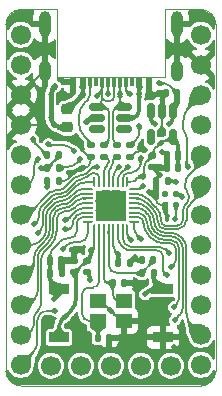
<source format=gtl>
G04 #@! TF.GenerationSoftware,KiCad,Pcbnew,8.0.0*
G04 #@! TF.CreationDate,2024-04-25T17:25:40+07:00*
G04 #@! TF.ProjectId,artemisia,61727465-6d69-4736-9961-2e6b69636164,2*
G04 #@! TF.SameCoordinates,Original*
G04 #@! TF.FileFunction,Copper,L1,Top*
G04 #@! TF.FilePolarity,Positive*
%FSLAX46Y46*%
G04 Gerber Fmt 4.6, Leading zero omitted, Abs format (unit mm)*
G04 Created by KiCad (PCBNEW 8.0.0) date 2024-04-25 17:25:40*
%MOMM*%
%LPD*%
G01*
G04 APERTURE LIST*
G04 Aperture macros list*
%AMRoundRect*
0 Rectangle with rounded corners*
0 $1 Rounding radius*
0 $2 $3 $4 $5 $6 $7 $8 $9 X,Y pos of 4 corners*
0 Add a 4 corners polygon primitive as box body*
4,1,4,$2,$3,$4,$5,$6,$7,$8,$9,$2,$3,0*
0 Add four circle primitives for the rounded corners*
1,1,$1+$1,$2,$3*
1,1,$1+$1,$4,$5*
1,1,$1+$1,$6,$7*
1,1,$1+$1,$8,$9*
0 Add four rect primitives between the rounded corners*
20,1,$1+$1,$2,$3,$4,$5,0*
20,1,$1+$1,$4,$5,$6,$7,0*
20,1,$1+$1,$6,$7,$8,$9,0*
20,1,$1+$1,$8,$9,$2,$3,0*%
%AMFreePoly0*
4,1,14,0.085355,0.385355,0.100000,0.350000,0.100000,-0.350000,0.085355,-0.385355,0.050000,-0.400000,0.020711,-0.400000,-0.014644,-0.385355,-0.085355,-0.314644,-0.100000,-0.279289,-0.100000,0.350000,-0.085355,0.385355,-0.050000,0.400000,0.050000,0.400000,0.085355,0.385355,0.085355,0.385355,$1*%
%AMFreePoly1*
4,1,14,0.085355,0.385355,0.100000,0.350000,0.100000,-0.279289,0.085355,-0.314644,0.014644,-0.385355,-0.020711,-0.400000,-0.050000,-0.400000,-0.085355,-0.385355,-0.100000,-0.350000,-0.100000,0.350000,-0.085355,0.385355,-0.050000,0.400000,0.050000,0.400000,0.085355,0.385355,0.085355,0.385355,$1*%
%AMFreePoly2*
4,1,14,0.385355,0.085355,0.400000,0.050000,0.400000,-0.050000,0.385355,-0.085355,0.350000,-0.100000,-0.350000,-0.100000,-0.385355,-0.085355,-0.400000,-0.050000,-0.400000,-0.020711,-0.385355,0.014644,-0.314644,0.085355,-0.279289,0.100000,0.350000,0.100000,0.385355,0.085355,0.385355,0.085355,$1*%
%AMFreePoly3*
4,1,14,0.385355,0.085355,0.400000,0.050000,0.400000,-0.050000,0.385355,-0.085355,0.350000,-0.100000,-0.279289,-0.100000,-0.314644,-0.085355,-0.385355,-0.014644,-0.400000,0.020711,-0.400000,0.050000,-0.385355,0.085355,-0.350000,0.100000,0.350000,0.100000,0.385355,0.085355,0.385355,0.085355,$1*%
%AMFreePoly4*
4,1,14,0.014644,0.385355,0.085355,0.314644,0.100000,0.279289,0.100000,-0.350000,0.085355,-0.385355,0.050000,-0.400000,-0.050000,-0.400000,-0.085355,-0.385355,-0.100000,-0.350000,-0.100000,0.350000,-0.085355,0.385355,-0.050000,0.400000,-0.020711,0.400000,0.014644,0.385355,0.014644,0.385355,$1*%
%AMFreePoly5*
4,1,14,0.085355,0.385355,0.100000,0.350000,0.100000,-0.350000,0.085355,-0.385355,0.050000,-0.400000,-0.050000,-0.400000,-0.085355,-0.385355,-0.100000,-0.350000,-0.100000,0.279289,-0.085355,0.314644,-0.014644,0.385355,0.020711,0.400000,0.050000,0.400000,0.085355,0.385355,0.085355,0.385355,$1*%
%AMFreePoly6*
4,1,14,0.385355,0.085355,0.400000,0.050000,0.400000,0.020711,0.385355,-0.014644,0.314644,-0.085355,0.279289,-0.100000,-0.350000,-0.100000,-0.385355,-0.085355,-0.400000,-0.050000,-0.400000,0.050000,-0.385355,0.085355,-0.350000,0.100000,0.350000,0.100000,0.385355,0.085355,0.385355,0.085355,$1*%
%AMFreePoly7*
4,1,14,0.314644,0.085355,0.385355,0.014644,0.400000,-0.020711,0.400000,-0.050000,0.385355,-0.085355,0.350000,-0.100000,-0.350000,-0.100000,-0.385355,-0.085355,-0.400000,-0.050000,-0.400000,0.050000,-0.385355,0.085355,-0.350000,0.100000,0.279289,0.100000,0.314644,0.085355,0.314644,0.085355,$1*%
G04 Aperture macros list end*
G04 #@! TA.AperFunction,SMDPad,CuDef*
%ADD10RoundRect,0.140000X-0.140000X-0.170000X0.140000X-0.170000X0.140000X0.170000X-0.140000X0.170000X0*%
G04 #@! TD*
G04 #@! TA.AperFunction,SMDPad,CuDef*
%ADD11RoundRect,0.135000X-0.135000X-0.185000X0.135000X-0.185000X0.135000X0.185000X-0.135000X0.185000X0*%
G04 #@! TD*
G04 #@! TA.AperFunction,SMDPad,CuDef*
%ADD12RoundRect,0.135000X0.135000X0.185000X-0.135000X0.185000X-0.135000X-0.185000X0.135000X-0.185000X0*%
G04 #@! TD*
G04 #@! TA.AperFunction,SMDPad,CuDef*
%ADD13RoundRect,0.140000X0.140000X0.170000X-0.140000X0.170000X-0.140000X-0.170000X0.140000X-0.170000X0*%
G04 #@! TD*
G04 #@! TA.AperFunction,SMDPad,CuDef*
%ADD14RoundRect,0.150000X-0.512500X-0.150000X0.512500X-0.150000X0.512500X0.150000X-0.512500X0.150000X0*%
G04 #@! TD*
G04 #@! TA.AperFunction,SMDPad,CuDef*
%ADD15RoundRect,0.140000X0.170000X-0.140000X0.170000X0.140000X-0.170000X0.140000X-0.170000X-0.140000X0*%
G04 #@! TD*
G04 #@! TA.AperFunction,SMDPad,CuDef*
%ADD16R,0.600000X0.800000*%
G04 #@! TD*
G04 #@! TA.AperFunction,SMDPad,CuDef*
%ADD17R,0.300000X0.800000*%
G04 #@! TD*
G04 #@! TA.AperFunction,ComponentPad*
%ADD18O,1.000000X2.200000*%
G04 #@! TD*
G04 #@! TA.AperFunction,ComponentPad*
%ADD19O,1.000000X1.800000*%
G04 #@! TD*
G04 #@! TA.AperFunction,ComponentPad*
%ADD20C,1.700000*%
G04 #@! TD*
G04 #@! TA.AperFunction,SMDPad,CuDef*
%ADD21R,1.700000X0.900000*%
G04 #@! TD*
G04 #@! TA.AperFunction,ComponentPad*
%ADD22C,0.500000*%
G04 #@! TD*
G04 #@! TA.AperFunction,SMDPad,CuDef*
%ADD23R,2.650000X2.650000*%
G04 #@! TD*
G04 #@! TA.AperFunction,SMDPad,CuDef*
%ADD24FreePoly0,90.000000*%
G04 #@! TD*
G04 #@! TA.AperFunction,SMDPad,CuDef*
%ADD25RoundRect,0.050000X0.350000X-0.050000X0.350000X0.050000X-0.350000X0.050000X-0.350000X-0.050000X0*%
G04 #@! TD*
G04 #@! TA.AperFunction,SMDPad,CuDef*
%ADD26FreePoly1,90.000000*%
G04 #@! TD*
G04 #@! TA.AperFunction,SMDPad,CuDef*
%ADD27FreePoly2,90.000000*%
G04 #@! TD*
G04 #@! TA.AperFunction,SMDPad,CuDef*
%ADD28RoundRect,0.050000X0.050000X-0.350000X0.050000X0.350000X-0.050000X0.350000X-0.050000X-0.350000X0*%
G04 #@! TD*
G04 #@! TA.AperFunction,SMDPad,CuDef*
%ADD29FreePoly3,90.000000*%
G04 #@! TD*
G04 #@! TA.AperFunction,SMDPad,CuDef*
%ADD30FreePoly4,90.000000*%
G04 #@! TD*
G04 #@! TA.AperFunction,SMDPad,CuDef*
%ADD31FreePoly5,90.000000*%
G04 #@! TD*
G04 #@! TA.AperFunction,SMDPad,CuDef*
%ADD32FreePoly6,90.000000*%
G04 #@! TD*
G04 #@! TA.AperFunction,SMDPad,CuDef*
%ADD33FreePoly7,90.000000*%
G04 #@! TD*
G04 #@! TA.AperFunction,SMDPad,CuDef*
%ADD34RoundRect,0.150000X-0.150000X0.512500X-0.150000X-0.512500X0.150000X-0.512500X0.150000X0.512500X0*%
G04 #@! TD*
G04 #@! TA.AperFunction,SMDPad,CuDef*
%ADD35RoundRect,0.218750X-0.256250X0.218750X-0.256250X-0.218750X0.256250X-0.218750X0.256250X0.218750X0*%
G04 #@! TD*
G04 #@! TA.AperFunction,SMDPad,CuDef*
%ADD36RoundRect,0.140000X-0.170000X0.140000X-0.170000X-0.140000X0.170000X-0.140000X0.170000X0.140000X0*%
G04 #@! TD*
G04 #@! TA.AperFunction,SMDPad,CuDef*
%ADD37RoundRect,0.125000X0.125000X-0.125000X0.125000X0.125000X-0.125000X0.125000X-0.125000X-0.125000X0*%
G04 #@! TD*
G04 #@! TA.AperFunction,SMDPad,CuDef*
%ADD38R,1.400000X1.200000*%
G04 #@! TD*
G04 #@! TA.AperFunction,SMDPad,CuDef*
%ADD39RoundRect,0.135000X0.185000X-0.135000X0.185000X0.135000X-0.185000X0.135000X-0.185000X-0.135000X0*%
G04 #@! TD*
G04 #@! TA.AperFunction,SMDPad,CuDef*
%ADD40RoundRect,0.135000X-0.185000X0.135000X-0.185000X-0.135000X0.185000X-0.135000X0.185000X0.135000X0*%
G04 #@! TD*
G04 #@! TA.AperFunction,SMDPad,CuDef*
%ADD41RoundRect,0.147500X0.147500X0.172500X-0.147500X0.172500X-0.147500X-0.172500X0.147500X-0.172500X0*%
G04 #@! TD*
G04 #@! TA.AperFunction,ViaPad*
%ADD42C,0.500000*%
G04 #@! TD*
G04 #@! TA.AperFunction,Conductor*
%ADD43C,0.300000*%
G04 #@! TD*
G04 #@! TA.AperFunction,Conductor*
%ADD44C,0.400000*%
G04 #@! TD*
G04 #@! TA.AperFunction,Conductor*
%ADD45C,0.150000*%
G04 #@! TD*
G04 #@! TA.AperFunction,Conductor*
%ADD46C,0.200000*%
G04 #@! TD*
G04 #@! TA.AperFunction,Profile*
%ADD47C,0.100000*%
G04 #@! TD*
G04 APERTURE END LIST*
D10*
X7790000Y-27850000D03*
X8750000Y-27850000D03*
D11*
X3490000Y-12350000D03*
X4510000Y-12350000D03*
D12*
X13710000Y-14500000D03*
X12690000Y-14500000D03*
D13*
X10480000Y-21500000D03*
X9520000Y-21500000D03*
D14*
X7752500Y-8250000D03*
X7752500Y-9200000D03*
X7752500Y-10150000D03*
X10027500Y-10150000D03*
X10027500Y-9200000D03*
X10027500Y-8250000D03*
D10*
X13520000Y-7100000D03*
X14480000Y-7100000D03*
D12*
X4720000Y-22325000D03*
X3700000Y-22325000D03*
D13*
X14580000Y-12325000D03*
X13620000Y-12325000D03*
D15*
X12400000Y-13355000D03*
X12400000Y-12395000D03*
D16*
X12103000Y-6150474D03*
X11303000Y-6150474D03*
D17*
X10653000Y-6150474D03*
X10153000Y-6150474D03*
X9653000Y-6150474D03*
X9153000Y-6150474D03*
X8653000Y-6150474D03*
X8153000Y-6150474D03*
X7653000Y-6150474D03*
X7153000Y-6150474D03*
D16*
X6503000Y-6150474D03*
X5703000Y-6150474D03*
D18*
X3328000Y-1250474D03*
D19*
X3328000Y-5250474D03*
D18*
X14478000Y-1250474D03*
D19*
X14478000Y-5250474D03*
D13*
X4690000Y-21225000D03*
X3730000Y-21225000D03*
D20*
X3810000Y-30162500D03*
X6350000Y-30162500D03*
X8890000Y-30162500D03*
X11430000Y-30162500D03*
X13970000Y-30162500D03*
D11*
X11490000Y-22325000D03*
X12510000Y-22325000D03*
D21*
X4500000Y-23650000D03*
X4500000Y-27750000D03*
D22*
X9740000Y-15750000D03*
X8890000Y-15750000D03*
X8040000Y-15750000D03*
X9740000Y-16600000D03*
D23*
X8890000Y-16600000D03*
D22*
X8890000Y-16600000D03*
X8040000Y-16600000D03*
X9740000Y-17450000D03*
X8890000Y-17450000D03*
X8040000Y-17450000D03*
D24*
X6940000Y-18000000D03*
D25*
X6940000Y-17600000D03*
X6940000Y-17200000D03*
X6940000Y-16800000D03*
X6940000Y-16400000D03*
X6940000Y-16000000D03*
X6940000Y-15600000D03*
D26*
X6940000Y-15200000D03*
D27*
X7490000Y-14650000D03*
D28*
X7890000Y-14650000D03*
X8290000Y-14650000D03*
X8690000Y-14650000D03*
X9090000Y-14650000D03*
X9490000Y-14650000D03*
X9890000Y-14650000D03*
D29*
X10290000Y-14650000D03*
D30*
X10840000Y-15200000D03*
D25*
X10840000Y-15600000D03*
X10840000Y-16000000D03*
X10840000Y-16400000D03*
X10840000Y-16800000D03*
X10840000Y-17200000D03*
X10840000Y-17600000D03*
D31*
X10840000Y-18000000D03*
D32*
X10290000Y-18550000D03*
D28*
X9890000Y-18550000D03*
X9490000Y-18550000D03*
X9090000Y-18550000D03*
X8690000Y-18550000D03*
X8290000Y-18550000D03*
X7890000Y-18550000D03*
D33*
X7490000Y-18550000D03*
D34*
X14150000Y-8562500D03*
X13200000Y-8562500D03*
X12250000Y-8562500D03*
X12250000Y-10837500D03*
X14150000Y-10837500D03*
D35*
X5200000Y-8412500D03*
X5200000Y-9987500D03*
D21*
X13280000Y-23650000D03*
X13280000Y-27750000D03*
D36*
X5800000Y-21295000D03*
X5800000Y-22255000D03*
D10*
X9030000Y-23150000D03*
X9990000Y-23150000D03*
D37*
X14400000Y-16550000D03*
X14400000Y-15650000D03*
X13500000Y-15650000D03*
X13500000Y-16550000D03*
D10*
X13620000Y-13425000D03*
X14580000Y-13425000D03*
D15*
X6900000Y-22255000D03*
X6900000Y-21295000D03*
D38*
X9990000Y-24650000D03*
X7790000Y-24650000D03*
X7790000Y-26350000D03*
X9990000Y-26350000D03*
D39*
X8325000Y-12510000D03*
X8325000Y-11490000D03*
D10*
X11520000Y-21225000D03*
X12480000Y-21225000D03*
D40*
X7225000Y-11490000D03*
X7225000Y-12510000D03*
D41*
X4485000Y-14500000D03*
X3515000Y-14500000D03*
D39*
X9425000Y-12510000D03*
X9425000Y-11490000D03*
X10550000Y-12510000D03*
X10550000Y-11490000D03*
D20*
X1270000Y-2146300D03*
X1270000Y-4686300D03*
X1270000Y-7226300D03*
X1270000Y-9766300D03*
X1270000Y-12306300D03*
X1270000Y-14846300D03*
X1270000Y-17386300D03*
X1270000Y-19926300D03*
X1270000Y-22466300D03*
X1270000Y-25006300D03*
X1270000Y-27546300D03*
X1270000Y-30086300D03*
D11*
X3490000Y-13450000D03*
X4510000Y-13450000D03*
D20*
X16510000Y-2146300D03*
X16510000Y-4686300D03*
X16510000Y-7226300D03*
X16510000Y-9766300D03*
X16510000Y-12306300D03*
X16510000Y-14846300D03*
X16510000Y-17386300D03*
X16510000Y-19926300D03*
X16510000Y-22466300D03*
X16510000Y-25006300D03*
X16510000Y-27546300D03*
X16510000Y-30086300D03*
D42*
X8890000Y-25500000D03*
X6100000Y-20400000D03*
X12400000Y-7200000D03*
X5700000Y-7000000D03*
X13200000Y-10500000D03*
X14200000Y-28600000D03*
X6300000Y-11400000D03*
X7100000Y-22900000D03*
X10900000Y-21000000D03*
X13050000Y-14000000D03*
X11500000Y-11800000D03*
X10800000Y-23225000D03*
X6800000Y-9500000D03*
X13200000Y-12100000D03*
X13800000Y-9700000D03*
X4200000Y-6500000D03*
X13000000Y-6250481D03*
X12600000Y-9700000D03*
X9653000Y-7200000D03*
X8653000Y-7200000D03*
X7700000Y-7300000D03*
X5000000Y-26000000D03*
X14950000Y-15850000D03*
X13100000Y-11300000D03*
X3000000Y-13450000D03*
X7200000Y-20400000D03*
X9520000Y-20700000D03*
X11600000Y-14150000D03*
X4100000Y-24500000D03*
X10600000Y-19500000D03*
X5000000Y-18600000D03*
X2700000Y-12700000D03*
X5000000Y-17800000D03*
X11600000Y-14950000D03*
X3600000Y-11400000D03*
X9600000Y-13300000D03*
X5800000Y-12000000D03*
X2700000Y-18900000D03*
X2400000Y-18200000D03*
X4800000Y-20300000D03*
X4200000Y-25500000D03*
X11400000Y-12600000D03*
X7700000Y-13300000D03*
X14000000Y-21800000D03*
X13800000Y-20600000D03*
X13600000Y-22500000D03*
X14200000Y-25200000D03*
X14300000Y-26300000D03*
X11303000Y-7200000D03*
X6503000Y-7200000D03*
X15400000Y-13300000D03*
X11800000Y-24100000D03*
X11303000Y-9900000D03*
X10503000Y-7200000D03*
X3500000Y-15000000D03*
X14400000Y-14600000D03*
X6300000Y-12700000D03*
X11400000Y-19400000D03*
X10350000Y-13300000D03*
X2300000Y-11000000D03*
X14300000Y-17750000D03*
D43*
X12400000Y-13355000D02*
X12405000Y-13355000D01*
D44*
X12400000Y-7200000D02*
X13420000Y-7200000D01*
D43*
X5730000Y-21225000D02*
X5800000Y-21295000D01*
X5800000Y-20844975D02*
X5800000Y-21295000D01*
D45*
X6300000Y-11400000D02*
X6046446Y-11146446D01*
X4007107Y-10707107D02*
X3578863Y-10278863D01*
D43*
X9990000Y-27373604D02*
X9990000Y-26350000D01*
X12400000Y-13355000D02*
X13550000Y-13355000D01*
X4690000Y-22295000D02*
X4720000Y-22325000D01*
D46*
X11146447Y-12050000D02*
X11113553Y-12050000D01*
D43*
X12690000Y-14360000D02*
X13050000Y-14000000D01*
D46*
X9990000Y-26350000D02*
X9740000Y-26350000D01*
D45*
X6517158Y-12017158D02*
X7010000Y-12510000D01*
X5692893Y-11000000D02*
X4714214Y-11000000D01*
D43*
X12690000Y-14500000D02*
X12690000Y-14360000D01*
D44*
X7752500Y-9200000D02*
X7307107Y-9200000D01*
D46*
X13200000Y-10300000D02*
X13200000Y-10500000D01*
D43*
X6953553Y-22308553D02*
X6900000Y-22255000D01*
D46*
X7790000Y-24650000D02*
X8040000Y-24650000D01*
D45*
X2341426Y-9766300D02*
X1270000Y-9766300D01*
D46*
X3328000Y-5250474D02*
X3236800Y-5250474D01*
X13167347Y-16550000D02*
X13500000Y-16550000D01*
X12821802Y-16390851D02*
X12849149Y-16418198D01*
D43*
X4690000Y-21225000D02*
X4690000Y-22295000D01*
X12405000Y-13355000D02*
X13050000Y-14000000D01*
D46*
X3328000Y-5250474D02*
X3245826Y-5250474D01*
D45*
X6420779Y-13500000D02*
X6335895Y-13500000D01*
D43*
X13497513Y-12202513D02*
X13620000Y-12325000D01*
X13200000Y-12100000D02*
X13250025Y-12100000D01*
X9513604Y-27850000D02*
X8750000Y-27850000D01*
D46*
X13200000Y-8562500D02*
X13200000Y-10300000D01*
D45*
X6300000Y-11400000D02*
X6312132Y-11412132D01*
D43*
X9831802Y-27718198D02*
X9858198Y-27691802D01*
D45*
X6990685Y-13261465D02*
X6986464Y-13265686D01*
D44*
X13200000Y-7627107D02*
X13200000Y-8562500D01*
D45*
X4921682Y-14500000D02*
X4485000Y-14500000D01*
D43*
X13550000Y-13355000D02*
X13620000Y-13425000D01*
D46*
X11500000Y-11800000D02*
X11323223Y-11976777D01*
D44*
X13420000Y-7200000D02*
X13520000Y-7100000D01*
X12249447Y-7049447D02*
X12400000Y-7200000D01*
D46*
X10936776Y-12123224D02*
X10550000Y-12510000D01*
D45*
X7010000Y-12510000D02*
X7225000Y-12510000D01*
D43*
X4690000Y-21225000D02*
X5730000Y-21225000D01*
X7100000Y-22662107D02*
X7100000Y-22900000D01*
D45*
X7225000Y-12510000D02*
X7225000Y-12695779D01*
D46*
X10065000Y-23225000D02*
X9990000Y-23150000D01*
D45*
X5982341Y-13646447D02*
X5275236Y-14353553D01*
D44*
X10480000Y-21500000D02*
X10480000Y-21420000D01*
D46*
X12690000Y-14500000D02*
X12690000Y-16072653D01*
D43*
X5902513Y-20597487D02*
X6100000Y-20400000D01*
X13620000Y-13425000D02*
X13620000Y-12325000D01*
D44*
X12103000Y-6150474D02*
X12103000Y-6695893D01*
X11051776Y-21151776D02*
X10900000Y-21000000D01*
D46*
X3245826Y-5250474D02*
X1270000Y-7226300D01*
D44*
X11520000Y-21225000D02*
X11228553Y-21225000D01*
D46*
X9740000Y-26350000D02*
X8890000Y-25500000D01*
D44*
X13520000Y-7100000D02*
X13346446Y-7273554D01*
X6953553Y-9346447D02*
X6800000Y-9500000D01*
D46*
X8040000Y-24650000D02*
X8890000Y-25500000D01*
X10800000Y-23225000D02*
X10065000Y-23225000D01*
D45*
X6400000Y-11624264D02*
X6400000Y-11734315D01*
D44*
X10480000Y-21420000D02*
X10900000Y-21000000D01*
D45*
X3578863Y-10278863D02*
G75*
G03*
X2341426Y-9766296I-1237443J-1237437D01*
G01*
D46*
X13167347Y-16550000D02*
G75*
G02*
X12849125Y-16418222I-47J450000D01*
G01*
D45*
X6312132Y-11412132D02*
G75*
G02*
X6400025Y-11624264I-212132J-212168D01*
G01*
X6517158Y-12017158D02*
G75*
G02*
X6399990Y-11734315I282842J282858D01*
G01*
X6046446Y-11146446D02*
G75*
G03*
X5692893Y-11000005I-353546J-353554D01*
G01*
D46*
X11146447Y-12050000D02*
G75*
G03*
X11323200Y-11976754I-47J250000D01*
G01*
X12821802Y-16390851D02*
G75*
G02*
X12690034Y-16072653I318198J318151D01*
G01*
D44*
X11051777Y-21151775D02*
G75*
G03*
X11228553Y-21225032I176823J176775D01*
G01*
D46*
X11113553Y-12050000D02*
G75*
G03*
X10936799Y-12123247I47J-250000D01*
G01*
D44*
X13200000Y-7627107D02*
G75*
G02*
X13346443Y-7273551I500000J7D01*
G01*
D43*
X7100000Y-22662107D02*
G75*
G03*
X6953556Y-22308550I-500000J7D01*
G01*
D45*
X5982341Y-13646447D02*
G75*
G02*
X6335895Y-13499997I353559J-353553D01*
G01*
D44*
X6953553Y-9346447D02*
G75*
G02*
X7307107Y-9200005I353547J-353553D01*
G01*
D45*
X5275236Y-14353553D02*
G75*
G02*
X4921682Y-14499987I-353536J353553D01*
G01*
X7225000Y-12695779D02*
G75*
G02*
X6990687Y-13261467I-800010J-1D01*
G01*
X6986464Y-13265686D02*
G75*
G02*
X6420779Y-13499985I-565664J565686D01*
G01*
D44*
X12249447Y-7049447D02*
G75*
G02*
X12103005Y-6695893I353553J353547D01*
G01*
D43*
X5902514Y-20597488D02*
G75*
G03*
X5799983Y-20844975I247486J-247512D01*
G01*
X9513604Y-27850000D02*
G75*
G03*
X9831800Y-27718196I-4J450000D01*
G01*
X9858197Y-27691801D02*
G75*
G03*
X9990002Y-27373604I-318197J318201D01*
G01*
X13250025Y-12100000D02*
G75*
G02*
X13497500Y-12202526I-25J-350000D01*
G01*
D45*
X4007107Y-10707107D02*
G75*
G03*
X4714214Y-10999990I707093J707107D01*
G01*
X7367893Y-23550000D02*
X6982107Y-23550000D01*
X6475000Y-24057107D02*
X6475000Y-25797183D01*
X7743553Y-23381447D02*
X7721446Y-23403554D01*
X7890000Y-18550000D02*
X7890000Y-23027893D01*
X7027817Y-26350000D02*
X7790000Y-26350000D01*
X6636092Y-26186092D02*
X6638909Y-26188909D01*
X6628553Y-23696447D02*
X6621446Y-23703554D01*
X7790000Y-27850000D02*
X7790000Y-26350000D01*
X6475000Y-25797183D02*
G75*
G03*
X6636083Y-26186101I550000J-17D01*
G01*
X7743553Y-23381447D02*
G75*
G03*
X7889995Y-23027893I-353553J353547D01*
G01*
X7367893Y-23550000D02*
G75*
G03*
X7721449Y-23403557I7J500000D01*
G01*
X6982107Y-23550000D02*
G75*
G03*
X6628550Y-23696444I-7J-500000D01*
G01*
X6475000Y-24057107D02*
G75*
G02*
X6621443Y-23703551I500000J7D01*
G01*
X7027817Y-26350000D02*
G75*
G02*
X6638900Y-26188918I-17J550000D01*
G01*
X8690000Y-18550000D02*
X8690000Y-21600051D01*
D46*
X12480000Y-21295000D02*
X12480000Y-21225000D01*
D45*
X8919974Y-22119974D02*
X8895025Y-22095025D01*
X11490000Y-22325000D02*
X9414949Y-22325000D01*
D46*
X11490000Y-22325000D02*
X11490000Y-22285000D01*
X11490000Y-22285000D02*
X12480000Y-21295000D01*
D45*
X8690000Y-21600051D02*
G75*
G03*
X8895025Y-22095025I700000J1D01*
G01*
X9414949Y-22325000D02*
G75*
G02*
X8919949Y-22119999I-49J700000D01*
G01*
D46*
X13919189Y-6470151D02*
X14480000Y-7030962D01*
D44*
X4034315Y-9734315D02*
X4053186Y-9753186D01*
D43*
X12250000Y-8562500D02*
X12250000Y-9142893D01*
D46*
X14480000Y-7030962D02*
X14480000Y-7100000D01*
D44*
X4618871Y-9987500D02*
X5200000Y-9987500D01*
X14480000Y-7100000D02*
X14480000Y-7818286D01*
X14187107Y-8525393D02*
X14150000Y-8562500D01*
D43*
X14003553Y-9496447D02*
X13800000Y-9700000D01*
D46*
X13000000Y-6250481D02*
X13388859Y-6250481D01*
D43*
X12396447Y-9496447D02*
X12600000Y-9700000D01*
D44*
X3800000Y-7210660D02*
X3800000Y-9168629D01*
D43*
X14150000Y-8562500D02*
X14150000Y-9142893D01*
D44*
X4200000Y-6500000D02*
X4019670Y-6680330D01*
D43*
X14003553Y-9496447D02*
G75*
G03*
X14149995Y-9142893I-353553J353547D01*
G01*
D46*
X13388859Y-6250481D02*
G75*
G02*
X13919214Y-6470126I41J-750019D01*
G01*
D44*
X3800000Y-9168629D02*
G75*
G03*
X4034313Y-9734317I800010J-1D01*
G01*
X4053186Y-9753186D02*
G75*
G03*
X4618871Y-9987520I565714J565686D01*
G01*
X4019670Y-6680330D02*
G75*
G03*
X3799972Y-7210660I530330J-530370D01*
G01*
D43*
X12396447Y-9496447D02*
G75*
G02*
X12250005Y-9142893I353553J353547D01*
G01*
D44*
X14480000Y-7818286D02*
G75*
G02*
X14187114Y-8525400I-1000000J-14D01*
G01*
D45*
X9653000Y-6150474D02*
X9653000Y-7200000D01*
D46*
X9425000Y-11490000D02*
X9215966Y-11280966D01*
D45*
X8653000Y-6150474D02*
X8653000Y-7200000D01*
D46*
X9536396Y-8250000D02*
X10027500Y-8250000D01*
X9201322Y-8398678D02*
X9218198Y-8381802D01*
D45*
X9653000Y-7668393D02*
X9653000Y-7200000D01*
X10027500Y-8250000D02*
X9799446Y-8021946D01*
D46*
X9069520Y-10927413D02*
X9069520Y-8716876D01*
X9536396Y-8250000D02*
G75*
G03*
X9218200Y-8381804I4J-450000D01*
G01*
X9069520Y-8716876D02*
G75*
G02*
X9201338Y-8398694I449980J-24D01*
G01*
X9069520Y-10927413D02*
G75*
G03*
X9215977Y-11280955I499980J13D01*
G01*
D45*
X9799446Y-8021946D02*
G75*
G02*
X9653005Y-7668393I353554J353546D01*
G01*
D46*
X8581802Y-8381802D02*
X8588198Y-8388198D01*
D45*
X8153000Y-7428736D02*
X8153000Y-7642393D01*
X8006553Y-7995947D02*
X7752500Y-8250000D01*
D46*
X8720000Y-8706396D02*
X8720000Y-10887893D01*
D45*
X9051048Y-7648952D02*
X9051952Y-7648048D01*
X9153000Y-7404096D02*
X9153000Y-6150474D01*
X8153000Y-6639893D02*
X8153000Y-7428736D01*
D46*
X8573553Y-11241447D02*
X8325000Y-11490000D01*
D45*
X8153000Y-6639893D02*
X8153000Y-6150474D01*
X7700000Y-7300000D02*
X8006554Y-6993446D01*
X8474264Y-7750000D02*
X8807096Y-7750000D01*
D46*
X7752500Y-8250000D02*
X8263604Y-8250000D01*
D45*
X8240868Y-7640868D02*
X8262132Y-7662132D01*
D46*
X8573553Y-11241447D02*
G75*
G03*
X8719995Y-10887893I-353553J353547D01*
G01*
D45*
X8153000Y-6639893D02*
G75*
G02*
X8006557Y-6993449I-500000J-7D01*
G01*
X8153000Y-7428736D02*
G75*
G03*
X8240886Y-7640850I300000J36D01*
G01*
X8807096Y-7750000D02*
G75*
G03*
X9051050Y-7648954I4J345000D01*
G01*
D46*
X8588197Y-8388199D02*
G75*
G02*
X8720002Y-8706396I-318197J-318201D01*
G01*
X8263604Y-8250000D02*
G75*
G02*
X8581800Y-8381804I-4J-450000D01*
G01*
D45*
X8262132Y-7662132D02*
G75*
G03*
X8474264Y-7750025I212168J212132D01*
G01*
X9051952Y-7648048D02*
G75*
G03*
X9152997Y-7404096I-243952J243948D01*
G01*
X8153000Y-7642393D02*
G75*
G02*
X8006556Y-7995950I-500000J-7D01*
G01*
X9030000Y-24047893D02*
X9030000Y-23150000D01*
X8690685Y-23150000D02*
X9030000Y-23150000D01*
X9425000Y-24650000D02*
X9990000Y-24650000D01*
X9176447Y-24401447D02*
X9425000Y-24650000D01*
X8407158Y-23032158D02*
X8407843Y-23032843D01*
X8290000Y-18550000D02*
X8290000Y-22749315D01*
X9030000Y-24047893D02*
G75*
G03*
X9176444Y-24401450I500000J-7D01*
G01*
X8407843Y-23032843D02*
G75*
G03*
X8690685Y-23150010I282857J282843D01*
G01*
X8290000Y-22749315D02*
G75*
G03*
X8407165Y-23032151I400000J15D01*
G01*
D46*
X9049520Y-13037669D02*
X9049520Y-12803553D01*
X8690000Y-14650000D02*
X8690000Y-13811403D01*
X9239520Y-12510000D02*
X9425000Y-12510000D01*
X9122744Y-12626776D02*
X9239520Y-12510000D01*
X8836447Y-13457849D02*
X8903074Y-13391222D01*
X8836447Y-13457849D02*
G75*
G03*
X8690002Y-13811403I353553J-353551D01*
G01*
X9049520Y-13037669D02*
G75*
G02*
X8903094Y-13391242I-500020J-31D01*
G01*
X9049520Y-12803553D02*
G75*
G02*
X9122771Y-12626803I249980J-47D01*
G01*
X8626776Y-12626776D02*
X8510000Y-12510000D01*
X8290000Y-14650000D02*
X8290000Y-13717107D01*
X8700000Y-12892893D02*
X8700000Y-12803553D01*
X8510000Y-12510000D02*
X8325000Y-12510000D01*
X8436447Y-13363553D02*
X8553554Y-13246446D01*
X8436447Y-13363553D02*
G75*
G03*
X8290005Y-13717107I353553J-353547D01*
G01*
X8700000Y-12803553D02*
G75*
G03*
X8626753Y-12626799I-250000J-47D01*
G01*
X8553554Y-13246446D02*
G75*
G03*
X8699995Y-12892893I-353554J353546D01*
G01*
X11103553Y-14296447D02*
X10896446Y-14503554D01*
D43*
X3490000Y-13450000D02*
X3000000Y-13450000D01*
D46*
X10542893Y-14650000D02*
X10290000Y-14650000D01*
D43*
X5800000Y-22255000D02*
X5950000Y-22405000D01*
X4500000Y-27750000D02*
X4500000Y-26810660D01*
D45*
X12400000Y-12207107D02*
X12400000Y-12395000D01*
D43*
X7053553Y-21141447D02*
X6900000Y-21295000D01*
D46*
X11600000Y-14150000D02*
X11457107Y-14150000D01*
X6805000Y-21295000D02*
X5845000Y-22255000D01*
X7490000Y-18550000D02*
X7490000Y-19965025D01*
D45*
X11700000Y-13302107D02*
X11700000Y-13925736D01*
D43*
X14400000Y-15650000D02*
X14542893Y-15650000D01*
D46*
X13153553Y-11246447D02*
X13100000Y-11300000D01*
D43*
X5950000Y-22405000D02*
X5950000Y-24428680D01*
D45*
X12505000Y-12395000D02*
X12600000Y-12395000D01*
D46*
X4510000Y-12350000D02*
X4510000Y-12430000D01*
X7387487Y-20212513D02*
X7200000Y-20400000D01*
D43*
X9520000Y-20700000D02*
X9520000Y-21500000D01*
D46*
X4510000Y-12430000D02*
X3490000Y-13450000D01*
D43*
X14896447Y-15796447D02*
X14950000Y-15850000D01*
D46*
X13680393Y-11100000D02*
X13507107Y-11100000D01*
D45*
X11846447Y-12948553D02*
X12400000Y-12395000D01*
D46*
X5845000Y-22255000D02*
X5800000Y-22255000D01*
D45*
X13100000Y-11300000D02*
X12546446Y-11853554D01*
D46*
X9280381Y-20460381D02*
X9520000Y-20700000D01*
D43*
X5510660Y-25489340D02*
X5000000Y-26000000D01*
X14580000Y-13425000D02*
X14580000Y-12325000D01*
X7200000Y-20400000D02*
X7200000Y-20787893D01*
D46*
X14033947Y-10953553D02*
X14150000Y-10837500D01*
D43*
X4719670Y-26280330D02*
X5000000Y-26000000D01*
X14580000Y-12325000D02*
X14580000Y-11474607D01*
X14433553Y-11121053D02*
X14150000Y-10837500D01*
D46*
X6900000Y-21295000D02*
X6805000Y-21295000D01*
X5895000Y-22255000D02*
X5800000Y-22255000D01*
X9090000Y-18550000D02*
X9090000Y-20000761D01*
D45*
X11612132Y-14137868D02*
X11600000Y-14150000D01*
D46*
X13680393Y-11100000D02*
G75*
G03*
X14033950Y-10953556I7J500000D01*
G01*
D45*
X12546446Y-11853554D02*
G75*
G03*
X12400005Y-12207107I353554J-353546D01*
G01*
D46*
X9090000Y-20000761D02*
G75*
G03*
X9280362Y-20460400I650000J-39D01*
G01*
D45*
X11700000Y-13925736D02*
G75*
G02*
X11612114Y-14137850I-300000J36D01*
G01*
D43*
X14896447Y-15796447D02*
G75*
G03*
X14542893Y-15650005I-353547J-353553D01*
G01*
D45*
X11846447Y-12948553D02*
G75*
G03*
X11700005Y-13302107I353553J-353547D01*
G01*
D46*
X7490000Y-19965025D02*
G75*
G02*
X7387474Y-20212500I-350000J25D01*
G01*
D43*
X7200000Y-20787893D02*
G75*
G02*
X7053556Y-21141450I-500000J-7D01*
G01*
X14433553Y-11121053D02*
G75*
G02*
X14579995Y-11474607I-353553J-353547D01*
G01*
X5950000Y-24428680D02*
G75*
G02*
X5510660Y-25489340I-1500000J0D01*
G01*
D46*
X13153553Y-11246447D02*
G75*
G02*
X13507107Y-11100005I353547J-353553D01*
G01*
X10542893Y-14650000D02*
G75*
G03*
X10896449Y-14503557I7J500000D01*
G01*
D43*
X4719670Y-26280330D02*
G75*
G03*
X4499972Y-26810660I530330J-530370D01*
G01*
D46*
X11457107Y-14150000D02*
G75*
G03*
X11103550Y-14296444I-7J-500000D01*
G01*
X3730000Y-21225000D02*
X3730000Y-20789600D01*
D43*
X4353553Y-24246447D02*
X4100000Y-24500000D01*
X3730000Y-21225000D02*
X3730000Y-22295000D01*
D46*
X6146446Y-17753554D02*
X6153553Y-17746447D01*
X3949670Y-20259270D02*
X4540567Y-19668373D01*
X5247674Y-19375480D02*
X5375992Y-19375480D01*
D43*
X3846447Y-22996447D02*
X4500000Y-23650000D01*
D46*
X5800256Y-19199744D02*
X5824264Y-19175736D01*
X6000000Y-18751472D02*
X6000000Y-18107107D01*
X6507107Y-17600000D02*
X6940000Y-17600000D01*
D43*
X4500000Y-23650000D02*
X4500000Y-23892893D01*
X3730000Y-22295000D02*
X3700000Y-22325000D01*
X3700000Y-22325000D02*
X3700000Y-22642893D01*
D46*
X4540568Y-19668374D02*
G75*
G02*
X5247674Y-19375468I707132J-707126D01*
G01*
X5800256Y-19199744D02*
G75*
G02*
X5375992Y-19375480I-424256J424244D01*
G01*
X3730000Y-20789600D02*
G75*
G02*
X3949670Y-20259270I750000J0D01*
G01*
X6153553Y-17746447D02*
G75*
G02*
X6507107Y-17600005I353547J-353553D01*
G01*
D43*
X3700000Y-22642893D02*
G75*
G03*
X3846444Y-22996450I500000J-7D01*
G01*
D46*
X6000000Y-18107107D02*
G75*
G02*
X6146443Y-17753551I500000J7D01*
G01*
X5824264Y-19175736D02*
G75*
G03*
X5999980Y-18751472I-424264J424236D01*
G01*
D43*
X4353553Y-24246447D02*
G75*
G03*
X4499995Y-23892893I-353553J353547D01*
G01*
D45*
X10436447Y-19336447D02*
X10600000Y-19500000D01*
X10290000Y-18550000D02*
X10290000Y-18982893D01*
X10436447Y-19336447D02*
G75*
G02*
X10290005Y-18982893I353553J353547D01*
G01*
X5543678Y-18456322D02*
X5531802Y-18468198D01*
X5675480Y-17972687D02*
X5675480Y-18138124D01*
X5213604Y-18600000D02*
X5000000Y-18600000D01*
X6940000Y-17200000D02*
X6551720Y-17200000D01*
X6021390Y-17419670D02*
X5821926Y-17619134D01*
X5543677Y-18456321D02*
G75*
G03*
X5675502Y-18138124I-318177J318221D01*
G01*
X5675480Y-17972687D02*
G75*
G02*
X5821928Y-17619136I500020J-13D01*
G01*
X6551720Y-17200000D02*
G75*
G03*
X6021380Y-17419660I-20J-750000D01*
G01*
X5213604Y-18600000D02*
G75*
G03*
X5531800Y-18468196I-4J450000D01*
G01*
X2700000Y-12700000D02*
X2546446Y-12853554D01*
X2180330Y-14519670D02*
X1853700Y-14846300D01*
X5010367Y-17800000D02*
X5000000Y-17800000D01*
X5997804Y-17019670D02*
X5363920Y-17653554D01*
X2400000Y-13207107D02*
X2400000Y-13989340D01*
X1853700Y-14846300D02*
X1270000Y-14846300D01*
X6940000Y-16800000D02*
X6528134Y-16800000D01*
X2400000Y-13989340D02*
G75*
G02*
X2180328Y-14519668I-749990J0D01*
G01*
X5363919Y-17653553D02*
G75*
G02*
X5010367Y-17799976I-353519J353553D01*
G01*
X2546446Y-12853554D02*
G75*
G03*
X2400005Y-13207107I353554J-353546D01*
G01*
X5997805Y-17019671D02*
G75*
G02*
X6528134Y-16800025I530295J-530329D01*
G01*
X11452513Y-15097487D02*
X11600000Y-14950000D01*
X10840000Y-15200000D02*
X11205025Y-15200000D01*
X11205025Y-15200000D02*
G75*
G03*
X11452500Y-15097474I-25J350000D01*
G01*
X3824264Y-11500000D02*
X4989340Y-11500000D01*
X3600000Y-11400000D02*
X3612132Y-11412132D01*
X5519670Y-11719670D02*
X5800000Y-12000000D01*
X9309670Y-13590330D02*
X9600000Y-13300000D01*
X9090000Y-14650000D02*
X9090000Y-14120660D01*
X3824264Y-11500000D02*
G75*
G02*
X3612150Y-11412114I36J300000D01*
G01*
X9090000Y-14120660D02*
G75*
G02*
X9309672Y-13590332I749990J0D01*
G01*
X4989340Y-11500000D02*
G75*
G02*
X5519650Y-11719690I-40J-750000D01*
G01*
X3108547Y-19370695D02*
X2772612Y-19706630D01*
X4137425Y-16391820D02*
X3591821Y-16937423D01*
X3401440Y-17397043D02*
X3401440Y-18663588D01*
X5903460Y-15419670D02*
X5356004Y-15967126D01*
X6940000Y-15200000D02*
X6433790Y-15200000D01*
X2242282Y-19926300D02*
X1270000Y-19926300D01*
X4790319Y-16201440D02*
X4597044Y-16201440D01*
X3401440Y-18663588D02*
G75*
G02*
X3108548Y-19370696I-1000000J-2D01*
G01*
X5356003Y-15967125D02*
G75*
G02*
X4790319Y-16201441I-565703J565725D01*
G01*
X3401440Y-17397043D02*
G75*
G02*
X3591822Y-16937424I649990J3D01*
G01*
X4597044Y-16201440D02*
G75*
G03*
X4137411Y-16391806I-44J-649960D01*
G01*
X6433790Y-15200000D02*
G75*
G03*
X5903465Y-15419675I10J-750000D01*
G01*
X2242282Y-19926300D02*
G75*
G03*
X2772621Y-19706639I18J750000D01*
G01*
X2108067Y-21991917D02*
X1633684Y-22466300D01*
X4872964Y-16500960D02*
X4721109Y-16500960D01*
X4261490Y-16691340D02*
X3891341Y-17061488D01*
X5927046Y-15819670D02*
X5509360Y-16237356D01*
X1633700Y-22466300D02*
X1270000Y-22466300D01*
X3700960Y-17521108D02*
X3700960Y-18684101D01*
X3334843Y-19567985D02*
X2767076Y-20135752D01*
X6940000Y-15600000D02*
X6457376Y-15600000D01*
X2400960Y-21019635D02*
X2400960Y-21284810D01*
X5509360Y-16237356D02*
G75*
G02*
X4872964Y-16500946I-636360J636356D01*
G01*
X4721109Y-16500960D02*
G75*
G03*
X4261477Y-16691327I-9J-650040D01*
G01*
X3700960Y-18684101D02*
G75*
G02*
X3334842Y-19567984I-1250000J1D01*
G01*
X3891342Y-17061489D02*
G75*
G03*
X3700978Y-17521108I459658J-459611D01*
G01*
X6457376Y-15600000D02*
G75*
G03*
X5927058Y-15819682I24J-750000D01*
G01*
X2767076Y-20135752D02*
G75*
G03*
X2400964Y-21019635I883884J-883878D01*
G01*
X2400960Y-21284810D02*
G75*
G02*
X2108067Y-21991917I-1000000J0D01*
G01*
X4000480Y-17645174D02*
X4000480Y-18704614D01*
X2407587Y-24492413D02*
X1893700Y-25006300D01*
X6940000Y-16000000D02*
X6480962Y-16000000D01*
X4385554Y-16990861D02*
X4190860Y-17185555D01*
X4955608Y-16800480D02*
X4845174Y-16800480D01*
X3561141Y-19765274D02*
X2993373Y-20333042D01*
X1893700Y-25006300D02*
X1270000Y-25006300D01*
X2700480Y-21040149D02*
X2700480Y-23785306D01*
X5950632Y-16219670D02*
X5662715Y-16507587D01*
X6480962Y-16000000D02*
G75*
G03*
X5950651Y-16219689I38J-750000D01*
G01*
X4845174Y-16800480D02*
G75*
G03*
X4385563Y-16990870I26J-650020D01*
G01*
X4000480Y-17645174D02*
G75*
G02*
X4190858Y-17185553I650000J4D01*
G01*
X2700480Y-23785306D02*
G75*
G02*
X2407589Y-24492415I-1000000J-4D01*
G01*
X3561141Y-19765274D02*
G75*
G03*
X4000496Y-18704614I-1060641J1060674D01*
G01*
X2993374Y-20333043D02*
G75*
G03*
X2700477Y-21040149I707096J-707107D01*
G01*
X4955608Y-16800480D02*
G75*
G03*
X5662707Y-16507579I-8J999980D01*
G01*
X2374117Y-26240097D02*
X2374117Y-26715223D01*
X4300000Y-17769239D02*
X4300000Y-18725126D01*
X4509619Y-17290381D02*
X4490380Y-17309620D01*
X2707107Y-25492893D02*
X2667009Y-25532991D01*
X6940000Y-16400000D02*
X6504548Y-16400000D01*
X2154447Y-27245553D02*
X1853700Y-27546300D01*
X3787437Y-19962563D02*
X3219670Y-20530330D01*
X1853700Y-27546300D02*
X1270000Y-27546300D01*
X5974218Y-16619670D02*
X5816070Y-16777818D01*
X5038253Y-17100000D02*
X4969239Y-17100000D01*
X3000000Y-21060660D02*
X3000000Y-24785787D01*
X5816070Y-16777818D02*
G75*
G02*
X5038253Y-17100002I-777820J777818D01*
G01*
X6504548Y-16400000D02*
G75*
G03*
X5974194Y-16619646I-48J-750000D01*
G01*
X2667009Y-25532991D02*
G75*
G03*
X2374110Y-26240097I707091J-707109D01*
G01*
X2374117Y-26715223D02*
G75*
G02*
X2154450Y-27245556I-749997J-7D01*
G01*
X4300000Y-18725126D02*
G75*
G02*
X3787434Y-19962560I-1750000J6D01*
G01*
X4969239Y-17100000D02*
G75*
G03*
X4509600Y-17290362I-39J-650000D01*
G01*
X3219671Y-20530331D02*
G75*
G03*
X2999998Y-21060660I530319J-530329D01*
G01*
X4490380Y-17309620D02*
G75*
G03*
X4300028Y-17769239I459620J-459580D01*
G01*
X3000000Y-24785787D02*
G75*
G02*
X2707107Y-25492893I-999990J-3D01*
G01*
X4707675Y-15901920D02*
X4472978Y-15901920D01*
X5956651Y-14942893D02*
X5202649Y-15696895D01*
X4013358Y-16092301D02*
X3292300Y-16813359D01*
X2955473Y-18644527D02*
X2700000Y-18900000D01*
X3101920Y-17272978D02*
X3101920Y-18290973D01*
X7490000Y-14650000D02*
X6663758Y-14650000D01*
X4707675Y-15901920D02*
G75*
G03*
X5202666Y-15696912I25J700020D01*
G01*
X4472978Y-15901920D02*
G75*
G03*
X4013373Y-16092316I22J-649980D01*
G01*
X3101920Y-17272978D02*
G75*
G02*
X3292301Y-16813360I650000J-2D01*
G01*
X5956651Y-14942893D02*
G75*
G02*
X6663758Y-14649996I707109J-707097D01*
G01*
X3101920Y-18290973D02*
G75*
G02*
X2955471Y-18644525I-500000J3D01*
G01*
X7767158Y-13967158D02*
X7772843Y-13972843D01*
X7890000Y-14255685D02*
X7890000Y-14650000D01*
X2402400Y-18200000D02*
X2655954Y-17946446D01*
X2802400Y-17592893D02*
X2802400Y-17148912D01*
X2400000Y-18202400D02*
X2402400Y-18200000D01*
X7415685Y-13850000D02*
X7484315Y-13850000D01*
X2992781Y-16689292D02*
X3889293Y-15792780D01*
X6436138Y-14350480D02*
X6438860Y-14350480D01*
X6969190Y-14130810D02*
X7132843Y-13967157D01*
X2402400Y-18200000D02*
X2400000Y-18200000D01*
X5049294Y-15426664D02*
X5905808Y-14570150D01*
X4348912Y-15602400D02*
X4625030Y-15602400D01*
X2400000Y-18200000D02*
X2400000Y-18202400D01*
X3889293Y-15792780D02*
G75*
G02*
X4348912Y-15602409I459607J-459620D01*
G01*
X7415685Y-13850000D02*
G75*
G03*
X7132850Y-13967164I15J-400000D01*
G01*
X5905808Y-14570150D02*
G75*
G02*
X6436138Y-14350513I530292J-530350D01*
G01*
X7484315Y-13850000D02*
G75*
G02*
X7767151Y-13967165I-15J-400000D01*
G01*
X6438860Y-14350480D02*
G75*
G03*
X6969206Y-14130826I40J749980D01*
G01*
X7890000Y-14255685D02*
G75*
G03*
X7772836Y-13972850I-400000J-15D01*
G01*
X2992781Y-16689292D02*
G75*
G03*
X2802409Y-17148912I459619J-459608D01*
G01*
X2655954Y-17946446D02*
G75*
G03*
X2802395Y-17592893I-353554J353546D01*
G01*
X5049294Y-15426664D02*
G75*
G02*
X4625030Y-15602421I-424294J424264D01*
G01*
X5814214Y-19700000D02*
X6189340Y-19700000D01*
X6719670Y-19480330D02*
X6720330Y-19479670D01*
X2673637Y-26260609D02*
X2673637Y-28061343D01*
X4800000Y-20300000D02*
X5107107Y-19992893D01*
X4200000Y-25500000D02*
X3434246Y-25500000D01*
X2903916Y-25719670D02*
X2893307Y-25730279D01*
X2234297Y-29122003D02*
X1270000Y-30086300D01*
X6940000Y-18949340D02*
X6940000Y-18000000D01*
X6720330Y-19479670D02*
G75*
G03*
X6940028Y-18949340I-530330J530370D01*
G01*
X2673637Y-28061343D02*
G75*
G02*
X2234297Y-29122003I-1500007J3D01*
G01*
X6189340Y-19700000D02*
G75*
G03*
X6719650Y-19480310I-40J750000D01*
G01*
X5107107Y-19992893D02*
G75*
G02*
X5814214Y-19700010I707093J-707107D01*
G01*
X3434246Y-25500000D02*
G75*
G03*
X2903915Y-25719669I-6J-749990D01*
G01*
X2893307Y-25730279D02*
G75*
G03*
X2673633Y-26260609I530293J-530321D01*
G01*
X4542386Y-15302880D02*
X4224846Y-15302880D01*
X11400000Y-13092893D02*
X11400000Y-12600000D01*
X6418347Y-14050960D02*
X6312074Y-14050960D01*
X3765227Y-15493260D02*
X1872186Y-17386300D01*
X11253553Y-13446447D02*
X11069670Y-13630330D01*
X7700000Y-13300000D02*
X7521390Y-13300000D01*
X9890000Y-14319982D02*
X9890000Y-14650000D01*
X1872186Y-17386300D02*
X1270000Y-17386300D01*
X7273903Y-13402512D02*
X6771900Y-13904514D01*
X10539340Y-13850000D02*
X10359982Y-13850000D01*
X5781744Y-14270630D02*
X4895939Y-15156434D01*
X10041784Y-13981802D02*
X10021802Y-14001784D01*
X10359982Y-13850000D02*
G75*
G03*
X10041793Y-13981811I18J-450000D01*
G01*
X3765228Y-15493261D02*
G75*
G02*
X4224846Y-15302878I459622J-459619D01*
G01*
X5781744Y-14270630D02*
G75*
G02*
X6312074Y-14050954I530356J-530370D01*
G01*
X6418347Y-14050960D02*
G75*
G03*
X6771868Y-13904482I-47J499960D01*
G01*
X11400000Y-13092893D02*
G75*
G02*
X11253556Y-13446450I-500000J-7D01*
G01*
X4895939Y-15156434D02*
G75*
G02*
X4542386Y-15302876I-353539J353534D01*
G01*
X11069670Y-13630330D02*
G75*
G02*
X10539340Y-13850028I-530370J530330D01*
G01*
X10021802Y-14001784D02*
G75*
G03*
X9889988Y-14319982I318198J-318216D01*
G01*
X7521390Y-13300000D02*
G75*
G03*
X7273908Y-13402517I10J-350000D01*
G01*
X12010671Y-16039340D02*
X12667685Y-16696354D01*
X10840000Y-15600000D02*
X10950011Y-15600000D01*
X13508366Y-18300000D02*
X14492893Y-18300000D01*
X14846447Y-18153553D02*
X14853554Y-18146446D01*
X15000000Y-17792893D02*
X15000000Y-17089950D01*
X15500000Y-15968629D02*
X15500000Y-15807107D01*
X13253472Y-18190081D02*
X13260879Y-18197488D01*
X15492893Y-14007107D02*
X16510000Y-12990000D01*
X13150959Y-17863080D02*
X13150959Y-17942593D01*
X15292893Y-16382843D02*
X15353554Y-16322182D01*
X16510000Y-12990000D02*
X16510000Y-12306300D01*
X15200000Y-15092893D02*
X15200000Y-14714214D01*
X15353553Y-15453553D02*
X15346446Y-15446446D01*
X15500000Y-15807107D02*
G75*
G03*
X15353556Y-15453550I-500000J7D01*
G01*
X12667684Y-16696355D02*
G75*
G02*
X13150984Y-17863080I-1166684J-1166745D01*
G01*
X15500000Y-15968629D02*
G75*
G02*
X15353539Y-16322167I-500000J29D01*
G01*
X15200000Y-15092893D02*
G75*
G03*
X15346443Y-15446449I500000J-7D01*
G01*
X14853554Y-18146446D02*
G75*
G03*
X14999995Y-17792893I-353554J353546D01*
G01*
X10950011Y-15600000D02*
G75*
G02*
X12010666Y-16039345I-11J-1500000D01*
G01*
X15200000Y-14714214D02*
G75*
G02*
X15492886Y-14007100I1000000J14D01*
G01*
X13508366Y-18300000D02*
G75*
G02*
X13260896Y-18197471I34J350000D01*
G01*
X14492893Y-18300000D02*
G75*
G03*
X14846450Y-18153556I7J500000D01*
G01*
X13253472Y-18190081D02*
G75*
G02*
X13150976Y-17942593I247528J247481D01*
G01*
X15292894Y-16382844D02*
G75*
G03*
X15000036Y-17089950I707106J-707056D01*
G01*
X15592893Y-16507107D02*
X16510000Y-15590000D01*
X14492893Y-18600000D02*
X13508366Y-18600000D01*
X15300000Y-17214214D02*
X15300000Y-17792893D01*
X12850959Y-17942593D02*
X12850959Y-17883791D01*
X16510000Y-15590000D02*
X16510000Y-14846300D01*
X11008589Y-16000000D02*
X10840000Y-16000000D01*
X15065685Y-18358579D02*
X15058578Y-18365686D01*
X13048746Y-18409619D02*
X13041339Y-18402212D01*
X12440908Y-16893841D02*
X11927828Y-16380761D01*
X12850959Y-17883791D02*
G75*
G03*
X12440895Y-16893854I-1399959J-9D01*
G01*
X14492893Y-18600000D02*
G75*
G03*
X15058581Y-18365689I7J800000D01*
G01*
X13508366Y-18600000D02*
G75*
G02*
X13048763Y-18409602I34J650000D01*
G01*
X15300000Y-17214214D02*
G75*
G02*
X15592886Y-16507100I1000000J14D01*
G01*
X15300000Y-17792893D02*
G75*
G02*
X15065688Y-18358582I-800000J-7D01*
G01*
X12850959Y-17942593D02*
G75*
G03*
X13041327Y-18402224I650041J-7D01*
G01*
X11008589Y-16000000D02*
G75*
G02*
X11927833Y-16380756I11J-1300000D01*
G01*
X14387803Y-20274199D02*
X14387803Y-21205090D01*
X14231802Y-19931802D02*
X14256001Y-19956001D01*
X14241356Y-21558644D02*
X14000000Y-21800000D01*
X10840000Y-17600000D02*
X11234315Y-17600000D01*
X11517158Y-17717158D02*
X11534284Y-17734284D01*
X13404813Y-19800000D02*
X13913604Y-19800000D01*
X11651441Y-18017126D02*
X11651441Y-18046628D01*
X12120070Y-19177999D02*
X12273442Y-19331371D01*
X12120070Y-19177999D02*
G75*
G02*
X11651409Y-18046628I1131330J1131399D01*
G01*
X12273442Y-19331371D02*
G75*
G03*
X13404813Y-19799991I1131358J1131371D01*
G01*
X11517158Y-17717158D02*
G75*
G03*
X11234315Y-17599990I-282858J-282842D01*
G01*
X14231801Y-19931803D02*
G75*
G03*
X13913604Y-19799998I-318201J-318197D01*
G01*
X14256000Y-19956002D02*
G75*
G02*
X14387802Y-20274199I-318200J-318198D01*
G01*
X11534284Y-17734284D02*
G75*
G02*
X11651410Y-18017126I-282884J-282816D01*
G01*
X14387803Y-21205090D02*
G75*
G02*
X14241362Y-21558650I-500003J-10D01*
G01*
X10095025Y-19871439D02*
X10118560Y-19894974D01*
X10613535Y-20100000D02*
X12989340Y-20100000D01*
X9890000Y-18550000D02*
X9890000Y-19376465D01*
X13519670Y-20319670D02*
X13800000Y-20600000D01*
X9890000Y-19376465D02*
G75*
G03*
X10095007Y-19871457I700000J-35D01*
G01*
X10118561Y-19894973D02*
G75*
G03*
X10613535Y-20099974I494939J494973D01*
G01*
X13519670Y-20319670D02*
G75*
G03*
X12989340Y-20099972I-530370J-530330D01*
G01*
X10593023Y-20399520D02*
X12792413Y-20399520D01*
X13446447Y-22346447D02*
X13600000Y-22500000D01*
X9768249Y-19968249D02*
X9921272Y-20121272D01*
X9490000Y-18550000D02*
X9490000Y-19296497D01*
X13300000Y-20907107D02*
X13300000Y-21992893D01*
X13145967Y-20545967D02*
X13153554Y-20553554D01*
X9768250Y-19968248D02*
G75*
G02*
X9490003Y-19296497I671750J671748D01*
G01*
X13153554Y-20553554D02*
G75*
G02*
X13299995Y-20907107I-353554J-353546D01*
G01*
X10593023Y-20399520D02*
G75*
G02*
X9921256Y-20121288I-23J950020D01*
G01*
X12792413Y-20399520D02*
G75*
G02*
X13145956Y-20545978I-13J-499980D01*
G01*
X13446447Y-22346447D02*
G75*
G02*
X13300005Y-21992893I353553J353547D01*
G01*
X14443934Y-19719670D02*
X14467653Y-19743389D01*
X11950959Y-17995934D02*
X11950959Y-18004725D01*
X11614645Y-17390381D02*
X11760579Y-17536315D01*
X10840000Y-17200000D02*
X11155025Y-17200000D01*
X12361010Y-18994675D02*
X12456285Y-19089950D01*
X13446234Y-19500000D02*
X13913604Y-19500000D01*
X14687323Y-20273719D02*
X14687323Y-24402017D01*
X14467653Y-24932347D02*
X14200000Y-25200000D01*
X12456286Y-19089949D02*
G75*
G03*
X13446234Y-19499975I989914J989949D01*
G01*
X14687323Y-20273719D02*
G75*
G03*
X14467667Y-19743375I-750023J19D01*
G01*
X11760579Y-17536315D02*
G75*
G02*
X11950947Y-17995934I-459579J-459585D01*
G01*
X12361010Y-18994675D02*
G75*
G02*
X11950954Y-18004725I989990J989975D01*
G01*
X11155025Y-17200000D02*
G75*
G02*
X11614632Y-17390394I-25J-650000D01*
G01*
X13913604Y-19500000D02*
G75*
G02*
X14443932Y-19719672I-4J-750000D01*
G01*
X14687323Y-24402017D02*
G75*
G02*
X14467649Y-24932343I-750023J17D01*
G01*
X14986843Y-20273239D02*
X14986843Y-25198943D01*
X11762143Y-17063604D02*
X11987355Y-17288816D01*
X12250959Y-17925212D02*
X12250959Y-17942593D01*
X10840000Y-16800000D02*
X11125747Y-16800000D01*
X14693950Y-25906050D02*
X14300000Y-26300000D01*
X14656066Y-19507538D02*
X14679305Y-19530777D01*
X13508366Y-19200000D02*
X13913604Y-19200000D01*
X12617076Y-18826477D02*
X12624483Y-18833884D01*
X11125747Y-16800000D02*
G75*
G02*
X11762120Y-17063627I-47J-900000D01*
G01*
X12250959Y-17925212D02*
G75*
G03*
X11987353Y-17288818I-899959J12D01*
G01*
X14986843Y-25198943D02*
G75*
G02*
X14693952Y-25906052I-999993J-7D01*
G01*
X12624483Y-18833884D02*
G75*
G03*
X13508366Y-19200024I883917J883884D01*
G01*
X14656066Y-19507538D02*
G75*
G03*
X13913604Y-19199998I-742466J-742462D01*
G01*
X14986843Y-20273239D02*
G75*
G03*
X14679313Y-19530769I-1049943J39D01*
G01*
X12250959Y-17942593D02*
G75*
G03*
X12617064Y-18826489I1250041J-7D01*
G01*
X12550959Y-17904502D02*
X12550959Y-17942593D01*
X15286363Y-20272759D02*
X15286363Y-25701343D01*
X11844986Y-16722183D02*
X12214132Y-17091329D01*
X10840000Y-16400000D02*
X11067168Y-16400000D01*
X14868198Y-19295406D02*
X14890957Y-19318165D01*
X13508366Y-18900000D02*
X13913604Y-18900000D01*
X15725703Y-26762003D02*
X16510000Y-27546300D01*
X12829208Y-18614345D02*
X12836615Y-18621752D01*
X12836615Y-18621752D02*
G75*
G03*
X13508366Y-18900024I671785J671752D01*
G01*
X12214131Y-17091330D02*
G75*
G02*
X12550969Y-17904502I-813131J-813170D01*
G01*
X11844986Y-16722183D02*
G75*
G03*
X11067168Y-16400023I-777786J-777817D01*
G01*
X14890957Y-19318165D02*
G75*
G02*
X15286402Y-20272759I-954557J-954635D01*
G01*
X12829208Y-18614345D02*
G75*
G02*
X12550976Y-17942593I671792J671745D01*
G01*
X14868198Y-19295406D02*
G75*
G03*
X13913604Y-18899998I-954598J-954594D01*
G01*
X15286363Y-25701343D02*
G75*
G03*
X15725703Y-26762003I1500007J3D01*
G01*
D43*
X6503000Y-7200000D02*
X6503000Y-6150474D01*
D44*
X5290500Y-8412500D02*
X6503000Y-7200000D01*
X5200000Y-8412500D02*
X5290500Y-8412500D01*
D43*
X11303000Y-6150474D02*
X11303000Y-7200000D01*
X11303000Y-7200000D02*
X11303000Y-8527761D01*
X11112619Y-8987381D02*
X11090380Y-9009620D01*
X10630761Y-9200000D02*
X10027500Y-9200000D01*
X11303000Y-8527761D02*
G75*
G02*
X11112638Y-8987400I-650000J-39D01*
G01*
X10630761Y-9200000D02*
G75*
G03*
X11090399Y-9009639I39J650000D01*
G01*
X12103553Y-23796447D02*
X11800000Y-24100000D01*
X13280000Y-23650000D02*
X12656446Y-23026446D01*
X13280000Y-23650000D02*
X12457107Y-23650000D01*
D46*
X15000000Y-9564727D02*
X15000000Y-10092893D01*
X15146447Y-10446447D02*
X15153554Y-10453554D01*
X15300000Y-10807107D02*
X15300000Y-13096447D01*
D43*
X12510000Y-22672893D02*
X12510000Y-22325000D01*
D46*
X16510000Y-7226300D02*
X15585786Y-8150514D01*
X15373223Y-13273223D02*
X15400000Y-13300000D01*
X15146447Y-10446447D02*
G75*
G02*
X15000005Y-10092893I353553J353547D01*
G01*
X15300000Y-13096447D02*
G75*
G03*
X15373246Y-13273200I250000J47D01*
G01*
X15300000Y-10807107D02*
G75*
G03*
X15153557Y-10453551I-500000J7D01*
G01*
X15585787Y-8150515D02*
G75*
G03*
X15000020Y-9564727I1414213J-1414185D01*
G01*
D43*
X12656446Y-23026446D02*
G75*
G02*
X12510005Y-22672893I353554J353546D01*
G01*
X12457107Y-23650000D02*
G75*
G03*
X12103550Y-23796444I-7J-500000D01*
G01*
D45*
X10299447Y-6996447D02*
X10503000Y-7200000D01*
X10153000Y-6150474D02*
X10153000Y-6642893D01*
X11303000Y-9900000D02*
X11303000Y-10322786D01*
X11010107Y-11029893D02*
X10550000Y-11490000D01*
X11303000Y-10322786D02*
G75*
G02*
X11010114Y-11029900I-1000000J-14D01*
G01*
X10153000Y-6642893D02*
G75*
G03*
X10299444Y-6996450I500000J-7D01*
G01*
X6639340Y-10739340D02*
X7225000Y-11325000D01*
X6200000Y-9021320D02*
X6200000Y-9678680D01*
X7153000Y-6150474D02*
X7153000Y-7136340D01*
X6933330Y-7666670D02*
X6639340Y-7960660D01*
X7225000Y-11325000D02*
X7225000Y-11490000D01*
X6639340Y-10739340D02*
G75*
G02*
X6200015Y-9678680I1060660J1060640D01*
G01*
X6639340Y-7960660D02*
G75*
G03*
X6200015Y-9021320I1060660J-1060640D01*
G01*
X7153000Y-7136340D02*
G75*
G02*
X6933328Y-7666668I-749990J0D01*
G01*
X3515000Y-14500000D02*
X3515000Y-14985000D01*
X3515000Y-14985000D02*
X3500000Y-15000000D01*
X13710000Y-14500000D02*
X14300000Y-14500000D01*
X14300000Y-14500000D02*
X14400000Y-14600000D01*
X6300000Y-12700000D02*
X5992893Y-13007107D01*
X4510000Y-13450000D02*
X4660000Y-13300000D01*
X4660000Y-13300000D02*
X5285786Y-13300000D01*
X5285786Y-13300000D02*
G75*
G03*
X5992900Y-13007114I14J1000000D01*
G01*
X11400000Y-19400000D02*
X11132893Y-19132893D01*
X10840000Y-18425786D02*
X10840000Y-18000000D01*
X11132893Y-19132893D02*
G75*
G02*
X10840010Y-18425786I707107J707093D01*
G01*
X9636447Y-13963553D02*
X10300000Y-13300000D01*
X10300000Y-13300000D02*
X10350000Y-13300000D01*
X9490000Y-14650000D02*
X9490000Y-14317107D01*
X9490000Y-14317107D02*
G75*
G02*
X9636444Y-13963550I500000J7D01*
G01*
X3490000Y-12350000D02*
X2373223Y-11233223D01*
X2300000Y-11056447D02*
X2300000Y-11000000D01*
X2300000Y-11056447D02*
G75*
G03*
X2373221Y-11233225I250000J-3D01*
G01*
X14400000Y-16550000D02*
X14400000Y-17546447D01*
X14326776Y-17723224D02*
X14300000Y-17750000D01*
X14400000Y-17546447D02*
G75*
G02*
X14326753Y-17723201I-250000J47D01*
G01*
G04 #@! TA.AperFunction,Conductor*
G36*
X10930870Y-22666586D02*
G01*
X10931176Y-22666728D01*
X10937538Y-22669693D01*
X10952554Y-22677981D01*
X10972119Y-22690590D01*
X10983928Y-22699210D01*
X11006924Y-22718135D01*
X11012610Y-22722814D01*
X11021698Y-22731069D01*
X11060125Y-22769549D01*
X11065820Y-22775079D01*
X11065851Y-22775109D01*
X11066326Y-22775557D01*
X11072506Y-22781193D01*
X11075489Y-22783383D01*
X11090023Y-22795859D01*
X11123204Y-22829040D01*
X11233138Y-22885054D01*
X11324347Y-22899500D01*
X11655652Y-22899499D01*
X11746862Y-22885054D01*
X11856796Y-22829040D01*
X11892539Y-22793296D01*
X11954848Y-22759272D01*
X12025664Y-22764336D01*
X12082500Y-22806882D01*
X12097216Y-22832227D01*
X12117941Y-22879979D01*
X12119482Y-22883690D01*
X12136429Y-22926418D01*
X12144848Y-22962156D01*
X12147473Y-22992909D01*
X12147620Y-22994795D01*
X12153201Y-23074234D01*
X12153287Y-23075554D01*
X12159016Y-23171502D01*
X12159071Y-23172483D01*
X12160608Y-23202104D01*
X12144162Y-23271169D01*
X12092988Y-23320380D01*
X12091979Y-23320900D01*
X11983049Y-23376401D01*
X11964660Y-23389761D01*
X11937306Y-23404846D01*
X11924183Y-23410082D01*
X11841928Y-23463506D01*
X11830453Y-23471406D01*
X11829450Y-23472137D01*
X11818169Y-23480842D01*
X11756933Y-23530838D01*
X11754194Y-23533106D01*
X11754109Y-23533177D01*
X11751717Y-23535207D01*
X11715865Y-23566012D01*
X11704642Y-23574609D01*
X11681286Y-23590504D01*
X11665139Y-23599824D01*
X11601515Y-23630511D01*
X11601513Y-23630512D01*
X11600390Y-23631054D01*
X11596441Y-23632574D01*
X11596465Y-23632627D01*
X11588270Y-23636369D01*
X11466225Y-23714803D01*
X11371223Y-23824441D01*
X11310958Y-23956403D01*
X11302769Y-24013359D01*
X11290312Y-24100000D01*
X11310958Y-24243596D01*
X11371223Y-24375558D01*
X11466225Y-24485196D01*
X11588268Y-24563629D01*
X11727464Y-24604500D01*
X11872536Y-24604500D01*
X12011732Y-24563629D01*
X12133775Y-24485196D01*
X12221457Y-24384005D01*
X12281181Y-24345623D01*
X12347279Y-24344291D01*
X12351524Y-24345353D01*
X12351526Y-24345354D01*
X12354158Y-24345623D01*
X12360869Y-24346309D01*
X12372635Y-24348075D01*
X12404933Y-24354500D01*
X12434593Y-24354499D01*
X12447411Y-24355152D01*
X12452253Y-24355648D01*
X12458445Y-24355060D01*
X12470334Y-24354499D01*
X14155064Y-24354499D01*
X14155066Y-24354499D01*
X14197886Y-24345982D01*
X14268597Y-24352310D01*
X14324665Y-24395864D01*
X14348284Y-24462817D01*
X14343039Y-24506139D01*
X14329412Y-24551058D01*
X14319960Y-24573876D01*
X14297290Y-24616289D01*
X14247538Y-24666937D01*
X14196309Y-24682484D01*
X14177845Y-24683974D01*
X14177826Y-24683976D01*
X14152679Y-24687248D01*
X14150468Y-24687647D01*
X14150464Y-24687647D01*
X14150458Y-24687649D01*
X14142308Y-24689528D01*
X14125988Y-24693290D01*
X14125987Y-24693291D01*
X14046503Y-24715714D01*
X14032416Y-24720125D01*
X14032404Y-24720129D01*
X14032398Y-24720131D01*
X14031765Y-24720349D01*
X14031115Y-24720573D01*
X14011033Y-24728149D01*
X13996409Y-24733980D01*
X13988269Y-24736370D01*
X13866225Y-24814803D01*
X13771223Y-24924441D01*
X13710958Y-25056403D01*
X13690312Y-25200000D01*
X13710958Y-25343596D01*
X13771223Y-25475558D01*
X13866225Y-25585196D01*
X13988268Y-25663629D01*
X13993953Y-25666225D01*
X14047611Y-25712715D01*
X14067617Y-25780834D01*
X14047619Y-25848956D01*
X14009739Y-25886838D01*
X13966226Y-25914802D01*
X13966225Y-25914802D01*
X13871223Y-26024441D01*
X13810958Y-26156403D01*
X13790312Y-26300000D01*
X13810958Y-26443596D01*
X13871223Y-26575558D01*
X13871226Y-26575562D01*
X13878094Y-26583489D01*
X13907587Y-26648070D01*
X13897482Y-26718344D01*
X13850989Y-26771999D01*
X13782869Y-26792000D01*
X13534000Y-26792000D01*
X13534000Y-27496000D01*
X14638000Y-27496000D01*
X14638000Y-27251414D01*
X14637999Y-27251402D01*
X14631494Y-27190906D01*
X14580444Y-27054035D01*
X14580444Y-27054034D01*
X14492446Y-26936484D01*
X14467635Y-26869964D01*
X14482726Y-26800590D01*
X14525193Y-26754978D01*
X14633773Y-26685197D01*
X14633774Y-26685197D01*
X14633775Y-26685196D01*
X14728777Y-26575558D01*
X14765794Y-26494497D01*
X14771452Y-26483560D01*
X14780497Y-26467992D01*
X14786256Y-26451170D01*
X14788385Y-26445832D01*
X14789040Y-26443599D01*
X14789042Y-26443596D01*
X14789042Y-26443592D01*
X14789406Y-26442354D01*
X14791091Y-26437050D01*
X14811675Y-26376939D01*
X14815660Y-26364250D01*
X14815991Y-26363093D01*
X14819346Y-26350105D01*
X14822241Y-26337566D01*
X14857051Y-26275693D01*
X14919789Y-26242460D01*
X14990535Y-26248422D01*
X15046828Y-26291685D01*
X15061419Y-26317691D01*
X15070626Y-26339918D01*
X15078678Y-26373726D01*
X15078881Y-26373691D01*
X15079463Y-26377022D01*
X15079864Y-26378705D01*
X15079944Y-26379775D01*
X15079947Y-26379794D01*
X15179953Y-26739478D01*
X15182554Y-26750849D01*
X15229458Y-27010713D01*
X15230068Y-27014401D01*
X15266121Y-27254726D01*
X15267966Y-27265480D01*
X15268151Y-27266434D01*
X15270345Y-27276670D01*
X15335495Y-27553283D01*
X15339336Y-27567716D01*
X15339714Y-27568989D01*
X15344456Y-27583392D01*
X15472865Y-27938264D01*
X15475571Y-27946647D01*
X15475670Y-27946998D01*
X15476623Y-27949457D01*
X15478401Y-27953425D01*
X15478666Y-27954087D01*
X15480871Y-27959604D01*
X15480874Y-27959608D01*
X15481064Y-27959969D01*
X15488661Y-27973087D01*
X15566912Y-28130235D01*
X15566913Y-28130236D01*
X15690266Y-28293584D01*
X15841536Y-28431485D01*
X16015566Y-28539240D01*
X16015568Y-28539240D01*
X16015573Y-28539244D01*
X16206444Y-28613188D01*
X16407653Y-28650800D01*
X16407655Y-28650800D01*
X16612345Y-28650800D01*
X16612347Y-28650800D01*
X16813556Y-28613188D01*
X17004427Y-28539244D01*
X17178462Y-28431486D01*
X17329732Y-28293585D01*
X17453088Y-28130235D01*
X17490710Y-28054679D01*
X17538978Y-28002618D01*
X17607733Y-27984915D01*
X17675143Y-28007194D01*
X17719807Y-28062381D01*
X17729500Y-28110844D01*
X17729500Y-29521755D01*
X17709498Y-29589876D01*
X17655842Y-29636369D01*
X17585568Y-29646473D01*
X17520988Y-29616979D01*
X17490710Y-29577918D01*
X17453091Y-29502369D01*
X17453087Y-29502364D01*
X17329733Y-29339015D01*
X17178463Y-29201114D01*
X17004433Y-29093359D01*
X17004428Y-29093357D01*
X17004427Y-29093356D01*
X16946756Y-29071014D01*
X16813559Y-29019413D01*
X16813560Y-29019413D01*
X16813557Y-29019412D01*
X16813556Y-29019412D01*
X16612347Y-28981800D01*
X16407653Y-28981800D01*
X16206444Y-29019412D01*
X16206439Y-29019413D01*
X16015577Y-29093354D01*
X16015566Y-29093359D01*
X15841536Y-29201114D01*
X15690266Y-29339015D01*
X15566913Y-29502363D01*
X15475671Y-29685601D01*
X15419654Y-29882480D01*
X15400768Y-30086295D01*
X15400768Y-30086304D01*
X15419654Y-30290119D01*
X15443471Y-30373826D01*
X15475672Y-30487001D01*
X15566912Y-30670235D01*
X15566913Y-30670236D01*
X15690266Y-30833584D01*
X15841536Y-30971485D01*
X16015566Y-31079240D01*
X16015568Y-31079240D01*
X16015573Y-31079244D01*
X16206444Y-31153188D01*
X16407653Y-31190800D01*
X16407655Y-31190800D01*
X16612345Y-31190800D01*
X16612347Y-31190800D01*
X16813556Y-31153188D01*
X17004427Y-31079244D01*
X17178462Y-30971486D01*
X17329732Y-30833585D01*
X17453088Y-30670235D01*
X17486147Y-30603842D01*
X17534416Y-30551779D01*
X17603170Y-30534076D01*
X17670581Y-30556355D01*
X17715245Y-30611542D01*
X17724550Y-30669891D01*
X17715263Y-30787886D01*
X17712170Y-30807414D01*
X17672127Y-30974204D01*
X17666017Y-30993008D01*
X17600377Y-31151477D01*
X17591401Y-31169093D01*
X17501774Y-31315352D01*
X17490153Y-31331348D01*
X17378758Y-31461776D01*
X17364778Y-31475755D01*
X17234348Y-31587153D01*
X17218352Y-31598774D01*
X17072093Y-31688401D01*
X17054477Y-31697377D01*
X16896008Y-31763017D01*
X16877204Y-31769127D01*
X16710414Y-31809170D01*
X16690887Y-31812263D01*
X16527812Y-31825098D01*
X16514929Y-31826112D01*
X16505044Y-31826500D01*
X1274956Y-31826500D01*
X1265070Y-31826112D01*
X1089113Y-31812263D01*
X1069586Y-31809170D01*
X902795Y-31769128D01*
X883990Y-31763018D01*
X725521Y-31697378D01*
X707905Y-31688402D01*
X561646Y-31598775D01*
X545657Y-31587159D01*
X415213Y-31475750D01*
X401249Y-31461786D01*
X289838Y-31331340D01*
X278224Y-31315353D01*
X188597Y-31169094D01*
X179621Y-31151478D01*
X113981Y-30993009D01*
X107871Y-30974204D01*
X67829Y-30807413D01*
X64736Y-30787886D01*
X58679Y-30710926D01*
X55449Y-30669888D01*
X70045Y-30600411D01*
X119887Y-30549852D01*
X189152Y-30534265D01*
X255847Y-30558600D01*
X293851Y-30603841D01*
X326911Y-30670234D01*
X326912Y-30670235D01*
X450266Y-30833584D01*
X601536Y-30971485D01*
X775566Y-31079240D01*
X775568Y-31079240D01*
X775573Y-31079244D01*
X966444Y-31153188D01*
X1167653Y-31190800D01*
X1167655Y-31190800D01*
X1372345Y-31190800D01*
X1372347Y-31190800D01*
X1573556Y-31153188D01*
X1764427Y-31079244D01*
X1938462Y-30971486D01*
X2089732Y-30833585D01*
X2213088Y-30670235D01*
X2304328Y-30487001D01*
X2336639Y-30373438D01*
X2397980Y-30162504D01*
X2700768Y-30162504D01*
X2719654Y-30366319D01*
X2719655Y-30366321D01*
X2775672Y-30563201D01*
X2866912Y-30746435D01*
X2866913Y-30746436D01*
X2990266Y-30909784D01*
X3141536Y-31047685D01*
X3315566Y-31155440D01*
X3315568Y-31155440D01*
X3315573Y-31155444D01*
X3506444Y-31229388D01*
X3707653Y-31267000D01*
X3707655Y-31267000D01*
X3912345Y-31267000D01*
X3912347Y-31267000D01*
X4113556Y-31229388D01*
X4304427Y-31155444D01*
X4478462Y-31047686D01*
X4629732Y-30909785D01*
X4753088Y-30746435D01*
X4844328Y-30563201D01*
X4900345Y-30366321D01*
X4919232Y-30162504D01*
X5240768Y-30162504D01*
X5259654Y-30366319D01*
X5259655Y-30366321D01*
X5315672Y-30563201D01*
X5406912Y-30746435D01*
X5406913Y-30746436D01*
X5530266Y-30909784D01*
X5681536Y-31047685D01*
X5855566Y-31155440D01*
X5855568Y-31155440D01*
X5855573Y-31155444D01*
X6046444Y-31229388D01*
X6247653Y-31267000D01*
X6247655Y-31267000D01*
X6452345Y-31267000D01*
X6452347Y-31267000D01*
X6653556Y-31229388D01*
X6844427Y-31155444D01*
X7018462Y-31047686D01*
X7169732Y-30909785D01*
X7293088Y-30746435D01*
X7384328Y-30563201D01*
X7440345Y-30366321D01*
X7459232Y-30162504D01*
X7780768Y-30162504D01*
X7799654Y-30366319D01*
X7799655Y-30366321D01*
X7855672Y-30563201D01*
X7946912Y-30746435D01*
X7946913Y-30746436D01*
X8070266Y-30909784D01*
X8221536Y-31047685D01*
X8395566Y-31155440D01*
X8395568Y-31155440D01*
X8395573Y-31155444D01*
X8586444Y-31229388D01*
X8787653Y-31267000D01*
X8787655Y-31267000D01*
X8992345Y-31267000D01*
X8992347Y-31267000D01*
X9193556Y-31229388D01*
X9384427Y-31155444D01*
X9558462Y-31047686D01*
X9709732Y-30909785D01*
X9833088Y-30746435D01*
X9924328Y-30563201D01*
X9980345Y-30366321D01*
X9999232Y-30162504D01*
X10320768Y-30162504D01*
X10339654Y-30366319D01*
X10339655Y-30366321D01*
X10395672Y-30563201D01*
X10486912Y-30746435D01*
X10486913Y-30746436D01*
X10610266Y-30909784D01*
X10761536Y-31047685D01*
X10935566Y-31155440D01*
X10935568Y-31155440D01*
X10935573Y-31155444D01*
X11126444Y-31229388D01*
X11327653Y-31267000D01*
X11327655Y-31267000D01*
X11532345Y-31267000D01*
X11532347Y-31267000D01*
X11733556Y-31229388D01*
X11924427Y-31155444D01*
X12098462Y-31047686D01*
X12249732Y-30909785D01*
X12373088Y-30746435D01*
X12464328Y-30563201D01*
X12520345Y-30366321D01*
X12539232Y-30162504D01*
X12860768Y-30162504D01*
X12879654Y-30366319D01*
X12879655Y-30366321D01*
X12935672Y-30563201D01*
X13026912Y-30746435D01*
X13026913Y-30746436D01*
X13150266Y-30909784D01*
X13301536Y-31047685D01*
X13475566Y-31155440D01*
X13475568Y-31155440D01*
X13475573Y-31155444D01*
X13666444Y-31229388D01*
X13867653Y-31267000D01*
X13867655Y-31267000D01*
X14072345Y-31267000D01*
X14072347Y-31267000D01*
X14273556Y-31229388D01*
X14464427Y-31155444D01*
X14638462Y-31047686D01*
X14789732Y-30909785D01*
X14913088Y-30746435D01*
X15004328Y-30563201D01*
X15060345Y-30366321D01*
X15079232Y-30162500D01*
X15078751Y-30157310D01*
X15060345Y-29958680D01*
X15060345Y-29958679D01*
X15004328Y-29761799D01*
X14913088Y-29578565D01*
X14855543Y-29502363D01*
X14789733Y-29415215D01*
X14638463Y-29277314D01*
X14464433Y-29169559D01*
X14464428Y-29169557D01*
X14464427Y-29169556D01*
X14273559Y-29095613D01*
X14273560Y-29095613D01*
X14273557Y-29095612D01*
X14273556Y-29095612D01*
X14072347Y-29058000D01*
X13867653Y-29058000D01*
X13678513Y-29093356D01*
X13666439Y-29095613D01*
X13475577Y-29169554D01*
X13475566Y-29169559D01*
X13301536Y-29277314D01*
X13150266Y-29415215D01*
X13026913Y-29578563D01*
X12935671Y-29761801D01*
X12879654Y-29958680D01*
X12860768Y-30162495D01*
X12860768Y-30162504D01*
X12539232Y-30162504D01*
X12539232Y-30162500D01*
X12538751Y-30157310D01*
X12520345Y-29958680D01*
X12520345Y-29958679D01*
X12464328Y-29761799D01*
X12373088Y-29578565D01*
X12315543Y-29502363D01*
X12249733Y-29415215D01*
X12098463Y-29277314D01*
X11924433Y-29169559D01*
X11924428Y-29169557D01*
X11924427Y-29169556D01*
X11733559Y-29095613D01*
X11733560Y-29095613D01*
X11733557Y-29095612D01*
X11733556Y-29095612D01*
X11532347Y-29058000D01*
X11327653Y-29058000D01*
X11138513Y-29093356D01*
X11126439Y-29095613D01*
X10935577Y-29169554D01*
X10935566Y-29169559D01*
X10761536Y-29277314D01*
X10610266Y-29415215D01*
X10486913Y-29578563D01*
X10395671Y-29761801D01*
X10339654Y-29958680D01*
X10320768Y-30162495D01*
X10320768Y-30162504D01*
X9999232Y-30162504D01*
X9999232Y-30162500D01*
X9998751Y-30157310D01*
X9980345Y-29958680D01*
X9980345Y-29958679D01*
X9924328Y-29761799D01*
X9833088Y-29578565D01*
X9775543Y-29502363D01*
X9709733Y-29415215D01*
X9558463Y-29277314D01*
X9384433Y-29169559D01*
X9384428Y-29169557D01*
X9384427Y-29169556D01*
X9193559Y-29095613D01*
X9193560Y-29095613D01*
X9193557Y-29095612D01*
X9193556Y-29095612D01*
X8992347Y-29058000D01*
X8787653Y-29058000D01*
X8598513Y-29093356D01*
X8586439Y-29095613D01*
X8395577Y-29169554D01*
X8395566Y-29169559D01*
X8221536Y-29277314D01*
X8070266Y-29415215D01*
X7946913Y-29578563D01*
X7855671Y-29761801D01*
X7799654Y-29958680D01*
X7780768Y-30162495D01*
X7780768Y-30162504D01*
X7459232Y-30162504D01*
X7459232Y-30162500D01*
X7458751Y-30157310D01*
X7440345Y-29958680D01*
X7440345Y-29958679D01*
X7384328Y-29761799D01*
X7293088Y-29578565D01*
X7235543Y-29502363D01*
X7169733Y-29415215D01*
X7018463Y-29277314D01*
X6844433Y-29169559D01*
X6844428Y-29169557D01*
X6844427Y-29169556D01*
X6653559Y-29095613D01*
X6653560Y-29095613D01*
X6653557Y-29095612D01*
X6653556Y-29095612D01*
X6452347Y-29058000D01*
X6247653Y-29058000D01*
X6058513Y-29093356D01*
X6046439Y-29095613D01*
X5855577Y-29169554D01*
X5855566Y-29169559D01*
X5681536Y-29277314D01*
X5530266Y-29415215D01*
X5406913Y-29578563D01*
X5315671Y-29761801D01*
X5259654Y-29958680D01*
X5240768Y-30162495D01*
X5240768Y-30162504D01*
X4919232Y-30162504D01*
X4919232Y-30162500D01*
X4918751Y-30157310D01*
X4900345Y-29958680D01*
X4900345Y-29958679D01*
X4844328Y-29761799D01*
X4753088Y-29578565D01*
X4695543Y-29502363D01*
X4629733Y-29415215D01*
X4478463Y-29277314D01*
X4304433Y-29169559D01*
X4304428Y-29169557D01*
X4304427Y-29169556D01*
X4113559Y-29095613D01*
X4113560Y-29095613D01*
X4113557Y-29095612D01*
X4113556Y-29095612D01*
X3912347Y-29058000D01*
X3707653Y-29058000D01*
X3518513Y-29093356D01*
X3506439Y-29095613D01*
X3315577Y-29169554D01*
X3315566Y-29169559D01*
X3141536Y-29277314D01*
X2990266Y-29415215D01*
X2866913Y-29578563D01*
X2775671Y-29761801D01*
X2719654Y-29958680D01*
X2700768Y-30162495D01*
X2700768Y-30162504D01*
X2397980Y-30162504D01*
X2399492Y-30157303D01*
X2406037Y-30128952D01*
X2406481Y-30126378D01*
X2409803Y-30097631D01*
X2424767Y-29845325D01*
X2425111Y-29837548D01*
X2425132Y-29836830D01*
X2425242Y-29828686D01*
X2424849Y-29645967D01*
X2427473Y-29620116D01*
X2456017Y-29482449D01*
X2469486Y-29446418D01*
X2598032Y-29217167D01*
X2598034Y-29217161D01*
X2599753Y-29213388D01*
X2614453Y-29188916D01*
X2698075Y-29079939D01*
X2817986Y-28872246D01*
X2909763Y-28650678D01*
X2971834Y-28419027D01*
X3003137Y-28181255D01*
X3003137Y-28061344D01*
X3003137Y-28009156D01*
X3003137Y-28009155D01*
X3003137Y-26266790D01*
X3003744Y-26254442D01*
X3007383Y-26217491D01*
X3010000Y-26190918D01*
X3014816Y-26166704D01*
X3031543Y-26111561D01*
X3040990Y-26088754D01*
X3068155Y-26037935D01*
X3081870Y-26017409D01*
X3122400Y-25968026D01*
X3130670Y-25958899D01*
X3132524Y-25957045D01*
X3141691Y-25948734D01*
X3191038Y-25908237D01*
X3211563Y-25894522D01*
X3262394Y-25867352D01*
X3285194Y-25857909D01*
X3340339Y-25841181D01*
X3364549Y-25836365D01*
X3428114Y-25830105D01*
X3440453Y-25829500D01*
X3486431Y-25829500D01*
X3655277Y-25829500D01*
X3684532Y-25833534D01*
X3684543Y-25833473D01*
X3686119Y-25833753D01*
X3689380Y-25834202D01*
X3690636Y-25834556D01*
X3736988Y-25838166D01*
X3789908Y-25854498D01*
X3802495Y-25861720D01*
X3806525Y-25864133D01*
X3868193Y-25902663D01*
X3879744Y-25909471D01*
X3880796Y-25910055D01*
X3885261Y-25912386D01*
X3892592Y-25916214D01*
X3922198Y-25930715D01*
X3978117Y-25958106D01*
X3986399Y-25962776D01*
X3988268Y-25963629D01*
X4127463Y-26004500D01*
X4161377Y-26004500D01*
X4229498Y-26024502D01*
X4275991Y-26078158D01*
X4286095Y-26148432D01*
X4264742Y-26201039D01*
X4265192Y-26201315D01*
X4263531Y-26204024D01*
X4263314Y-26204560D01*
X4262605Y-26205534D01*
X4180103Y-26367437D01*
X4180101Y-26367441D01*
X4123940Y-26540259D01*
X4095504Y-26719745D01*
X4095502Y-26750429D01*
X4082649Y-26805860D01*
X4061941Y-26848121D01*
X4058503Y-26854647D01*
X4011052Y-26938655D01*
X4006181Y-26946579D01*
X3977639Y-26989392D01*
X3923210Y-27034977D01*
X3872801Y-27045500D01*
X3624936Y-27045500D01*
X3624926Y-27045501D01*
X3550699Y-27060265D01*
X3466515Y-27116516D01*
X3410266Y-27200697D01*
X3395500Y-27274930D01*
X3395500Y-28225063D01*
X3395501Y-28225073D01*
X3410265Y-28299300D01*
X3466516Y-28383484D01*
X3550697Y-28439733D01*
X3550699Y-28439734D01*
X3624933Y-28454500D01*
X5375066Y-28454499D01*
X5375069Y-28454498D01*
X5375073Y-28454498D01*
X5435268Y-28442525D01*
X5449301Y-28439734D01*
X5533484Y-28383484D01*
X5589734Y-28299301D01*
X5604500Y-28225067D01*
X5604499Y-27274934D01*
X5604498Y-27274930D01*
X5604498Y-27274926D01*
X5589734Y-27200699D01*
X5533483Y-27116515D01*
X5449302Y-27060266D01*
X5375069Y-27045500D01*
X5375067Y-27045500D01*
X5127197Y-27045500D01*
X5059076Y-27025498D01*
X5022360Y-26989394D01*
X4993821Y-26946587D01*
X4988949Y-26938661D01*
X4988946Y-26938655D01*
X4941491Y-26854640D01*
X4938054Y-26848116D01*
X4924460Y-26820372D01*
X4912449Y-26750399D01*
X4912676Y-26748562D01*
X4914111Y-26737662D01*
X4922625Y-26705902D01*
X4944445Y-26653228D01*
X4960890Y-26624744D01*
X5000688Y-26572883D01*
X5011545Y-26560503D01*
X5028164Y-26543887D01*
X5077907Y-26513289D01*
X5091579Y-26508795D01*
X5095830Y-26507356D01*
X5096215Y-26507222D01*
X5100492Y-26505691D01*
X5173853Y-26478709D01*
X5178476Y-26476959D01*
X5178548Y-26476930D01*
X5178795Y-26476835D01*
X5178820Y-26476824D01*
X5178879Y-26476802D01*
X5183209Y-26475070D01*
X5183219Y-26475062D01*
X5185415Y-26473912D01*
X5208463Y-26464588D01*
X5211732Y-26463629D01*
X5333775Y-26385196D01*
X5428777Y-26275558D01*
X5455295Y-26217487D01*
X5465652Y-26199074D01*
X5467251Y-26196718D01*
X5474505Y-26186029D01*
X5505867Y-26111819D01*
X5508800Y-26105390D01*
X5524598Y-26073186D01*
X5525435Y-26071479D01*
X5533617Y-26057233D01*
X5540907Y-26046264D01*
X5550985Y-26033074D01*
X5575341Y-26005218D01*
X5580339Y-25999830D01*
X5636476Y-25942766D01*
X5643351Y-25932337D01*
X5659444Y-25912603D01*
X5745184Y-25826863D01*
X5745194Y-25826856D01*
X5796686Y-25775365D01*
X5868792Y-25703257D01*
X5884951Y-25687098D01*
X5919538Y-25642023D01*
X5976875Y-25600157D01*
X6047746Y-25595935D01*
X6109649Y-25630699D01*
X6142930Y-25693411D01*
X6145500Y-25718728D01*
X6145500Y-25848749D01*
X6145510Y-25848912D01*
X6145510Y-25866386D01*
X6145511Y-25866403D01*
X6167162Y-26003124D01*
X6209934Y-26134776D01*
X6209940Y-26134790D01*
X6272781Y-26258130D01*
X6272784Y-26258134D01*
X6354152Y-26370133D01*
X6354155Y-26370136D01*
X6354159Y-26370141D01*
X6361823Y-26377804D01*
X6361849Y-26377835D01*
X6369009Y-26384995D01*
X6369028Y-26385030D01*
X6405914Y-26421914D01*
X6405914Y-26421915D01*
X6454860Y-26470859D01*
X6550388Y-26540261D01*
X6566863Y-26552230D01*
X6690205Y-26615071D01*
X6690211Y-26615074D01*
X6690215Y-26615075D01*
X6690219Y-26615077D01*
X6748432Y-26633990D01*
X6807039Y-26674061D01*
X6834678Y-26739457D01*
X6835500Y-26753823D01*
X6835500Y-26975063D01*
X6835501Y-26975073D01*
X6850265Y-27049300D01*
X6906516Y-27133484D01*
X6990697Y-27189733D01*
X6990699Y-27189734D01*
X7064933Y-27204500D01*
X7064939Y-27204499D01*
X7071090Y-27205106D01*
X7070861Y-27207431D01*
X7128986Y-27224470D01*
X7145969Y-27237539D01*
X7201863Y-27288686D01*
X7209028Y-27295243D01*
X7218790Y-27305225D01*
X7276012Y-27370619D01*
X7305818Y-27435056D01*
X7296055Y-27505378D01*
X7293456Y-27510794D01*
X7270134Y-27556566D01*
X7270133Y-27556569D01*
X7270132Y-27556571D01*
X7270132Y-27556573D01*
X7263888Y-27596000D01*
X7255500Y-27648958D01*
X7255500Y-28051042D01*
X7270131Y-28143425D01*
X7326864Y-28254771D01*
X7415226Y-28343133D01*
X7415229Y-28343135D01*
X7526573Y-28399868D01*
X7618955Y-28414500D01*
X7961044Y-28414499D01*
X8007311Y-28407171D01*
X8077720Y-28416271D01*
X8116114Y-28442525D01*
X8209674Y-28536085D01*
X8209681Y-28536091D01*
X8350598Y-28619429D01*
X8496000Y-28661672D01*
X8496000Y-28104000D01*
X9004000Y-28104000D01*
X9004000Y-28661672D01*
X9149401Y-28619429D01*
X9290318Y-28536091D01*
X9290325Y-28536085D01*
X9406085Y-28420325D01*
X9406091Y-28420318D01*
X9489429Y-28279400D01*
X9535109Y-28122173D01*
X9536539Y-28104000D01*
X9004000Y-28104000D01*
X8496000Y-28104000D01*
X8496000Y-28004000D01*
X11922000Y-28004000D01*
X11922000Y-28248597D01*
X11928505Y-28309093D01*
X11979555Y-28445964D01*
X11979555Y-28445965D01*
X12067095Y-28562904D01*
X12184034Y-28650444D01*
X12320906Y-28701494D01*
X12381402Y-28707999D01*
X12381415Y-28708000D01*
X13026000Y-28708000D01*
X13026000Y-28004000D01*
X13534000Y-28004000D01*
X13534000Y-28708000D01*
X14178585Y-28708000D01*
X14178597Y-28707999D01*
X14239093Y-28701494D01*
X14375964Y-28650444D01*
X14375965Y-28650444D01*
X14492904Y-28562904D01*
X14580444Y-28445965D01*
X14580444Y-28445964D01*
X14631494Y-28309093D01*
X14637999Y-28248597D01*
X14638000Y-28248585D01*
X14638000Y-28004000D01*
X13534000Y-28004000D01*
X13026000Y-28004000D01*
X11922000Y-28004000D01*
X8496000Y-28004000D01*
X8496000Y-27722000D01*
X8516002Y-27653879D01*
X8569658Y-27607386D01*
X8622000Y-27596000D01*
X9536538Y-27596000D01*
X9536372Y-27593884D01*
X9550969Y-27524404D01*
X9578971Y-27496000D01*
X11922000Y-27496000D01*
X13026000Y-27496000D01*
X13026000Y-26792000D01*
X12381402Y-26792000D01*
X12320906Y-26798505D01*
X12184035Y-26849555D01*
X12184034Y-26849555D01*
X12067095Y-26937095D01*
X11979555Y-27054034D01*
X11979555Y-27054035D01*
X11928505Y-27190906D01*
X11922000Y-27251402D01*
X11922000Y-27496000D01*
X9578971Y-27496000D01*
X9600812Y-27473846D01*
X9661984Y-27458000D01*
X9736000Y-27458000D01*
X9736000Y-26604000D01*
X10244000Y-26604000D01*
X10244000Y-27458000D01*
X10738585Y-27458000D01*
X10738597Y-27457999D01*
X10799093Y-27451494D01*
X10935964Y-27400444D01*
X10935965Y-27400444D01*
X11052904Y-27312904D01*
X11140444Y-27195965D01*
X11140444Y-27195964D01*
X11191494Y-27059093D01*
X11197999Y-26998597D01*
X11198000Y-26998585D01*
X11198000Y-26604000D01*
X10244000Y-26604000D01*
X9736000Y-26604000D01*
X9736000Y-26222000D01*
X9756002Y-26153879D01*
X9809658Y-26107386D01*
X9862000Y-26096000D01*
X11198000Y-26096000D01*
X11198000Y-25701414D01*
X11197999Y-25701402D01*
X11191494Y-25640906D01*
X11140444Y-25504035D01*
X11140444Y-25504034D01*
X11052904Y-25387095D01*
X10994990Y-25343742D01*
X10952443Y-25286907D01*
X10944499Y-25242879D01*
X10944499Y-24024934D01*
X10944498Y-24024931D01*
X10944498Y-24024926D01*
X10929734Y-23950699D01*
X10906626Y-23916116D01*
X10873484Y-23866516D01*
X10873483Y-23866515D01*
X10789302Y-23810265D01*
X10789297Y-23810263D01*
X10787936Y-23809993D01*
X10785246Y-23808586D01*
X10777837Y-23805517D01*
X10778111Y-23804853D01*
X10725028Y-23777082D01*
X10689900Y-23715385D01*
X10693705Y-23644490D01*
X10704072Y-23622276D01*
X10729430Y-23579398D01*
X10775109Y-23422173D01*
X10776539Y-23404000D01*
X9862000Y-23404000D01*
X9793879Y-23383998D01*
X9747386Y-23330342D01*
X9736000Y-23278000D01*
X9736000Y-23022000D01*
X9756002Y-22953879D01*
X9809658Y-22907386D01*
X9862000Y-22896000D01*
X10776539Y-22896000D01*
X10776539Y-22895999D01*
X10775109Y-22877828D01*
X10757205Y-22816204D01*
X10757407Y-22745208D01*
X10795961Y-22685591D01*
X10860625Y-22656282D01*
X10930870Y-22666586D01*
G37*
G04 #@! TD.AperFunction*
G04 #@! TA.AperFunction,Conductor*
G36*
X6739563Y-19963852D02*
G01*
X6780483Y-20021870D01*
X6783539Y-20092801D01*
X6773696Y-20115663D01*
X6774967Y-20116244D01*
X6771223Y-20124441D01*
X6771223Y-20124442D01*
X6765646Y-20136654D01*
X6727050Y-20221168D01*
X6710958Y-20256404D01*
X6692154Y-20387194D01*
X6690312Y-20400003D01*
X6710956Y-20543588D01*
X6710959Y-20543598D01*
X6729965Y-20585218D01*
X6737232Y-20605607D01*
X6737421Y-20606328D01*
X6735346Y-20677295D01*
X6695233Y-20735873D01*
X6686837Y-20742166D01*
X6671944Y-20752387D01*
X6620364Y-20772947D01*
X6606572Y-20775132D01*
X6604505Y-20775804D01*
X6601855Y-20775879D01*
X6596785Y-20776683D01*
X6596681Y-20776027D01*
X6533537Y-20777830D01*
X6476476Y-20745065D01*
X6370325Y-20638914D01*
X6370318Y-20638908D01*
X6229400Y-20555570D01*
X6229402Y-20555570D01*
X6072173Y-20509890D01*
X6054000Y-20508459D01*
X6054000Y-21423000D01*
X6033998Y-21491121D01*
X5980342Y-21537614D01*
X5928000Y-21549000D01*
X4974000Y-21549000D01*
X4974000Y-22453000D01*
X4953998Y-22521121D01*
X4900342Y-22567614D01*
X4848000Y-22579000D01*
X4592000Y-22579000D01*
X4523879Y-22558998D01*
X4477386Y-22505342D01*
X4466000Y-22453000D01*
X4466000Y-22080258D01*
X4438879Y-22030592D01*
X4436000Y-22003809D01*
X4436000Y-21097000D01*
X4456002Y-21028879D01*
X4509658Y-20982386D01*
X4562000Y-20971000D01*
X5398809Y-20971000D01*
X5466930Y-20991002D01*
X5487904Y-21007905D01*
X5520999Y-21041000D01*
X5546000Y-21041000D01*
X5546000Y-20508459D01*
X5527828Y-20509890D01*
X5527825Y-20509890D01*
X5465605Y-20527968D01*
X5394608Y-20527765D01*
X5334992Y-20489212D01*
X5305683Y-20424547D01*
X5308624Y-20374814D01*
X5310917Y-20366126D01*
X5311862Y-20362546D01*
X5312278Y-20360655D01*
X5313402Y-20354303D01*
X5316016Y-20339545D01*
X5323320Y-20285316D01*
X5349117Y-20226902D01*
X5348059Y-20226158D01*
X5349504Y-20224103D01*
X5351124Y-20222356D01*
X5351650Y-20221168D01*
X5354587Y-20217666D01*
X5355088Y-20218086D01*
X5372643Y-20199177D01*
X5432110Y-20150376D01*
X5452642Y-20136656D01*
X5546682Y-20086392D01*
X5569492Y-20076944D01*
X5671537Y-20045990D01*
X5695738Y-20041177D01*
X5808162Y-20030105D01*
X5820500Y-20029500D01*
X5866397Y-20029500D01*
X6126993Y-20029500D01*
X6127043Y-20029503D01*
X6137132Y-20029503D01*
X6137227Y-20029530D01*
X6189358Y-20029527D01*
X6189358Y-20029528D01*
X6274317Y-20029523D01*
X6442141Y-20002934D01*
X6603740Y-19950419D01*
X6604002Y-19950285D01*
X6604112Y-19950264D01*
X6608317Y-19948523D01*
X6608682Y-19949405D01*
X6673773Y-19937166D01*
X6739563Y-19963852D01*
G37*
G04 #@! TD.AperFunction*
G04 #@! TA.AperFunction,Conductor*
G36*
X13692121Y-16320002D02*
G01*
X13738614Y-16373658D01*
X13750000Y-16426000D01*
X13750000Y-17297857D01*
X13762237Y-17307044D01*
X13789793Y-17307123D01*
X13849410Y-17345676D01*
X13878720Y-17410340D01*
X13868566Y-17480260D01*
X13810958Y-17606403D01*
X13790312Y-17750000D01*
X13801321Y-17826569D01*
X13791216Y-17896843D01*
X13744723Y-17950498D01*
X13676603Y-17970500D01*
X13606484Y-17970500D01*
X13538363Y-17950498D01*
X13491870Y-17896842D01*
X13480484Y-17844501D01*
X13480483Y-17751916D01*
X13480483Y-17751909D01*
X13455586Y-17530972D01*
X13432563Y-17430109D01*
X13406111Y-17314222D01*
X13406108Y-17314212D01*
X13332672Y-17104356D01*
X13281502Y-16998107D01*
X13262479Y-16958606D01*
X13250000Y-16903934D01*
X13250000Y-16426000D01*
X13270002Y-16357879D01*
X13323658Y-16311386D01*
X13376000Y-16300000D01*
X13624000Y-16300000D01*
X13692121Y-16320002D01*
G37*
G04 #@! TD.AperFunction*
G04 #@! TA.AperFunction,Conductor*
G36*
X9340890Y-15289100D02*
G01*
X9369077Y-15301546D01*
X9394538Y-15304499D01*
X9394539Y-15304500D01*
X9394540Y-15304500D01*
X9585449Y-15304500D01*
X9585460Y-15304500D01*
X9585470Y-15304498D01*
X9588214Y-15304340D01*
X9588904Y-15304500D01*
X9589099Y-15304500D01*
X9589099Y-15304545D01*
X9657376Y-15320374D01*
X9684588Y-15341035D01*
X10148964Y-15805411D01*
X10182990Y-15867723D01*
X10185660Y-15901764D01*
X10185500Y-15904536D01*
X10185500Y-16095464D01*
X10188453Y-16120921D01*
X10200899Y-16149110D01*
X10210114Y-16219506D01*
X10200899Y-16250890D01*
X10188453Y-16279078D01*
X10185500Y-16304535D01*
X10185500Y-16455861D01*
X10165498Y-16523982D01*
X10148596Y-16544955D01*
X10093553Y-16599999D01*
X10148595Y-16655041D01*
X10182620Y-16717353D01*
X10185500Y-16744137D01*
X10185500Y-16895464D01*
X10188453Y-16920921D01*
X10200899Y-16949110D01*
X10210114Y-17019506D01*
X10200899Y-17050890D01*
X10188453Y-17079078D01*
X10185500Y-17104535D01*
X10185500Y-17295457D01*
X10185660Y-17298229D01*
X10185500Y-17298918D01*
X10185500Y-17299099D01*
X10185458Y-17299099D01*
X10169617Y-17367390D01*
X10148965Y-17394586D01*
X9740001Y-17803552D01*
X9739999Y-17803554D01*
X9684585Y-17858966D01*
X9622272Y-17892990D01*
X9588229Y-17895660D01*
X9585462Y-17895500D01*
X9585460Y-17895500D01*
X9394540Y-17895500D01*
X9394535Y-17895500D01*
X9369078Y-17898453D01*
X9340890Y-17910899D01*
X9270494Y-17920114D01*
X9239110Y-17910899D01*
X9210921Y-17898453D01*
X9210922Y-17898453D01*
X9185464Y-17895500D01*
X9185460Y-17895500D01*
X9034137Y-17895500D01*
X8966016Y-17875498D01*
X8945041Y-17858595D01*
X8890000Y-17803553D01*
X8834957Y-17858596D01*
X8772645Y-17892621D01*
X8745862Y-17895500D01*
X8594535Y-17895500D01*
X8569078Y-17898453D01*
X8540890Y-17910899D01*
X8470494Y-17920114D01*
X8439110Y-17910899D01*
X8410921Y-17898453D01*
X8410922Y-17898453D01*
X8385464Y-17895500D01*
X8385460Y-17895500D01*
X8194540Y-17895500D01*
X8194537Y-17895500D01*
X8191764Y-17895660D01*
X8191074Y-17895500D01*
X8190901Y-17895500D01*
X8190901Y-17895459D01*
X8122604Y-17879615D01*
X8095411Y-17858964D01*
X7706338Y-17469891D01*
X7940000Y-17469891D01*
X7955224Y-17506645D01*
X7983355Y-17534776D01*
X8020109Y-17550000D01*
X8059891Y-17550000D01*
X8096645Y-17534776D01*
X8124776Y-17506645D01*
X8140000Y-17469891D01*
X8140000Y-17450001D01*
X8393553Y-17450001D01*
X8464999Y-17521447D01*
X8465001Y-17521447D01*
X8516557Y-17469891D01*
X8790000Y-17469891D01*
X8805224Y-17506645D01*
X8833355Y-17534776D01*
X8870109Y-17550000D01*
X8909891Y-17550000D01*
X8946645Y-17534776D01*
X8974776Y-17506645D01*
X8990000Y-17469891D01*
X8990000Y-17450001D01*
X9243553Y-17450001D01*
X9314999Y-17521447D01*
X9315001Y-17521447D01*
X9366557Y-17469891D01*
X9640000Y-17469891D01*
X9655224Y-17506645D01*
X9683355Y-17534776D01*
X9720109Y-17550000D01*
X9759891Y-17550000D01*
X9796645Y-17534776D01*
X9824776Y-17506645D01*
X9840000Y-17469891D01*
X9840000Y-17430109D01*
X9824776Y-17393355D01*
X9796645Y-17365224D01*
X9759891Y-17350000D01*
X9720109Y-17350000D01*
X9683355Y-17365224D01*
X9655224Y-17393355D01*
X9640000Y-17430109D01*
X9640000Y-17469891D01*
X9366557Y-17469891D01*
X9386447Y-17450001D01*
X9386447Y-17449999D01*
X9315001Y-17378553D01*
X9314999Y-17378553D01*
X9243553Y-17449999D01*
X9243553Y-17450001D01*
X8990000Y-17450001D01*
X8990000Y-17430109D01*
X8974776Y-17393355D01*
X8946645Y-17365224D01*
X8909891Y-17350000D01*
X8870109Y-17350000D01*
X8833355Y-17365224D01*
X8805224Y-17393355D01*
X8790000Y-17430109D01*
X8790000Y-17469891D01*
X8516557Y-17469891D01*
X8536447Y-17450001D01*
X8536447Y-17449999D01*
X8465001Y-17378553D01*
X8464999Y-17378553D01*
X8393553Y-17449999D01*
X8393553Y-17450001D01*
X8140000Y-17450001D01*
X8140000Y-17430109D01*
X8124776Y-17393355D01*
X8096645Y-17365224D01*
X8059891Y-17350000D01*
X8020109Y-17350000D01*
X7983355Y-17365224D01*
X7955224Y-17393355D01*
X7940000Y-17430109D01*
X7940000Y-17469891D01*
X7706338Y-17469891D01*
X7631035Y-17394588D01*
X7597009Y-17332276D01*
X7594340Y-17298214D01*
X7594498Y-17295470D01*
X7594500Y-17295460D01*
X7594500Y-17104540D01*
X7591546Y-17079077D01*
X7579101Y-17050893D01*
X7575710Y-17025001D01*
X7968553Y-17025001D01*
X8039999Y-17096447D01*
X8040001Y-17096447D01*
X8111447Y-17025001D01*
X8818553Y-17025001D01*
X8889999Y-17096447D01*
X8890001Y-17096447D01*
X8961447Y-17025001D01*
X9668553Y-17025001D01*
X9739999Y-17096447D01*
X9740001Y-17096447D01*
X9811447Y-17025001D01*
X9811447Y-17024999D01*
X9740001Y-16953553D01*
X9739999Y-16953553D01*
X9668553Y-17024999D01*
X9668553Y-17025001D01*
X8961447Y-17025001D01*
X8961447Y-17024999D01*
X8890001Y-16953553D01*
X8889999Y-16953553D01*
X8818553Y-17024999D01*
X8818553Y-17025001D01*
X8111447Y-17025001D01*
X8111447Y-17024999D01*
X8040001Y-16953553D01*
X8039999Y-16953553D01*
X7968553Y-17024999D01*
X7968553Y-17025001D01*
X7575710Y-17025001D01*
X7569883Y-16980501D01*
X7579100Y-16949109D01*
X7591546Y-16920923D01*
X7594500Y-16895460D01*
X7594500Y-16744137D01*
X7614502Y-16676016D01*
X7631405Y-16655041D01*
X7666555Y-16619891D01*
X7940000Y-16619891D01*
X7955224Y-16656645D01*
X7983355Y-16684776D01*
X8020109Y-16700000D01*
X8059891Y-16700000D01*
X8096645Y-16684776D01*
X8124776Y-16656645D01*
X8140000Y-16619891D01*
X8140000Y-16600001D01*
X8393553Y-16600001D01*
X8464999Y-16671447D01*
X8465001Y-16671447D01*
X8516557Y-16619891D01*
X8790000Y-16619891D01*
X8805224Y-16656645D01*
X8833355Y-16684776D01*
X8870109Y-16700000D01*
X8909891Y-16700000D01*
X8946645Y-16684776D01*
X8974776Y-16656645D01*
X8990000Y-16619891D01*
X8990000Y-16600001D01*
X9243553Y-16600001D01*
X9314999Y-16671447D01*
X9315001Y-16671447D01*
X9366557Y-16619891D01*
X9640000Y-16619891D01*
X9655224Y-16656645D01*
X9683355Y-16684776D01*
X9720109Y-16700000D01*
X9759891Y-16700000D01*
X9796645Y-16684776D01*
X9824776Y-16656645D01*
X9840000Y-16619891D01*
X9840000Y-16580109D01*
X9824776Y-16543355D01*
X9796645Y-16515224D01*
X9759891Y-16500000D01*
X9720109Y-16500000D01*
X9683355Y-16515224D01*
X9655224Y-16543355D01*
X9640000Y-16580109D01*
X9640000Y-16619891D01*
X9366557Y-16619891D01*
X9386447Y-16600001D01*
X9386447Y-16599999D01*
X9315001Y-16528553D01*
X9314999Y-16528553D01*
X9243553Y-16599999D01*
X9243553Y-16600001D01*
X8990000Y-16600001D01*
X8990000Y-16580109D01*
X8974776Y-16543355D01*
X8946645Y-16515224D01*
X8909891Y-16500000D01*
X8870109Y-16500000D01*
X8833355Y-16515224D01*
X8805224Y-16543355D01*
X8790000Y-16580109D01*
X8790000Y-16619891D01*
X8516557Y-16619891D01*
X8536447Y-16600001D01*
X8536447Y-16599999D01*
X8465001Y-16528553D01*
X8464999Y-16528553D01*
X8393553Y-16599999D01*
X8393553Y-16600001D01*
X8140000Y-16600001D01*
X8140000Y-16580109D01*
X8124776Y-16543355D01*
X8096645Y-16515224D01*
X8059891Y-16500000D01*
X8020109Y-16500000D01*
X7983355Y-16515224D01*
X7955224Y-16543355D01*
X7940000Y-16580109D01*
X7940000Y-16619891D01*
X7666555Y-16619891D01*
X7686447Y-16599999D01*
X7631405Y-16544957D01*
X7597379Y-16482645D01*
X7594500Y-16455862D01*
X7594500Y-16304539D01*
X7594499Y-16304535D01*
X7593883Y-16299228D01*
X7591546Y-16279077D01*
X7579101Y-16250893D01*
X7569883Y-16180501D01*
X7571498Y-16175001D01*
X7968553Y-16175001D01*
X8039999Y-16246447D01*
X8040001Y-16246447D01*
X8111447Y-16175001D01*
X8818553Y-16175001D01*
X8889999Y-16246447D01*
X8890001Y-16246447D01*
X8961447Y-16175001D01*
X9668553Y-16175001D01*
X9739999Y-16246447D01*
X9740001Y-16246447D01*
X9811447Y-16175001D01*
X9811447Y-16174999D01*
X9740001Y-16103553D01*
X9739999Y-16103553D01*
X9668553Y-16174999D01*
X9668553Y-16175001D01*
X8961447Y-16175001D01*
X8961447Y-16174999D01*
X8890001Y-16103553D01*
X8889999Y-16103553D01*
X8818553Y-16174999D01*
X8818553Y-16175001D01*
X8111447Y-16175001D01*
X8111447Y-16174999D01*
X8040001Y-16103553D01*
X8039999Y-16103553D01*
X7968553Y-16174999D01*
X7968553Y-16175001D01*
X7571498Y-16175001D01*
X7579100Y-16149109D01*
X7591546Y-16120923D01*
X7594500Y-16095460D01*
X7594500Y-15904540D01*
X7594498Y-15904531D01*
X7594340Y-15901784D01*
X7594500Y-15901093D01*
X7594500Y-15900901D01*
X7594545Y-15900901D01*
X7610374Y-15832622D01*
X7631035Y-15805410D01*
X7666554Y-15769891D01*
X7940000Y-15769891D01*
X7955224Y-15806645D01*
X7983355Y-15834776D01*
X8020109Y-15850000D01*
X8059891Y-15850000D01*
X8096645Y-15834776D01*
X8124776Y-15806645D01*
X8140000Y-15769891D01*
X8140000Y-15750001D01*
X8393553Y-15750001D01*
X8464999Y-15821447D01*
X8465001Y-15821447D01*
X8516557Y-15769891D01*
X8790000Y-15769891D01*
X8805224Y-15806645D01*
X8833355Y-15834776D01*
X8870109Y-15850000D01*
X8909891Y-15850000D01*
X8946645Y-15834776D01*
X8974776Y-15806645D01*
X8990000Y-15769891D01*
X8990000Y-15750001D01*
X9243553Y-15750001D01*
X9314999Y-15821447D01*
X9315001Y-15821447D01*
X9366557Y-15769891D01*
X9640000Y-15769891D01*
X9655224Y-15806645D01*
X9683355Y-15834776D01*
X9720109Y-15850000D01*
X9759891Y-15850000D01*
X9796645Y-15834776D01*
X9824776Y-15806645D01*
X9840000Y-15769891D01*
X9840000Y-15730109D01*
X9824776Y-15693355D01*
X9796645Y-15665224D01*
X9759891Y-15650000D01*
X9720109Y-15650000D01*
X9683355Y-15665224D01*
X9655224Y-15693355D01*
X9640000Y-15730109D01*
X9640000Y-15769891D01*
X9366557Y-15769891D01*
X9386447Y-15750001D01*
X9386447Y-15749999D01*
X9315001Y-15678553D01*
X9314999Y-15678553D01*
X9243553Y-15749999D01*
X9243553Y-15750001D01*
X8990000Y-15750001D01*
X8990000Y-15730109D01*
X8974776Y-15693355D01*
X8946645Y-15665224D01*
X8909891Y-15650000D01*
X8870109Y-15650000D01*
X8833355Y-15665224D01*
X8805224Y-15693355D01*
X8790000Y-15730109D01*
X8790000Y-15769891D01*
X8516557Y-15769891D01*
X8536447Y-15750001D01*
X8536447Y-15749999D01*
X8465001Y-15678553D01*
X8464999Y-15678553D01*
X8393553Y-15749999D01*
X8393553Y-15750001D01*
X8140000Y-15750001D01*
X8140000Y-15730109D01*
X8124776Y-15693355D01*
X8096645Y-15665224D01*
X8059891Y-15650000D01*
X8020109Y-15650000D01*
X7983355Y-15665224D01*
X7955224Y-15693355D01*
X7940000Y-15730109D01*
X7940000Y-15769891D01*
X7666554Y-15769891D01*
X8040001Y-15396446D01*
X8095411Y-15341035D01*
X8157723Y-15307010D01*
X8191786Y-15304340D01*
X8194529Y-15304498D01*
X8194540Y-15304500D01*
X8194551Y-15304500D01*
X8385461Y-15304500D01*
X8385461Y-15304499D01*
X8410923Y-15301546D01*
X8439106Y-15289101D01*
X8509499Y-15279883D01*
X8540890Y-15289100D01*
X8569077Y-15301546D01*
X8594538Y-15304499D01*
X8594539Y-15304500D01*
X8745863Y-15304500D01*
X8813984Y-15324502D01*
X8834959Y-15341405D01*
X8890000Y-15396446D01*
X8945041Y-15341405D01*
X9007353Y-15307380D01*
X9034137Y-15304500D01*
X9185461Y-15304500D01*
X9185461Y-15304499D01*
X9210923Y-15301546D01*
X9239106Y-15289101D01*
X9309499Y-15279883D01*
X9340890Y-15289100D01*
G37*
G04 #@! TD.AperFunction*
G04 #@! TA.AperFunction,Conductor*
G36*
X12886121Y-14266002D02*
G01*
X12932614Y-14319658D01*
X12944000Y-14372000D01*
X12944000Y-15320013D01*
X12952799Y-15326620D01*
X12995264Y-15383517D01*
X13001829Y-15445544D01*
X12995500Y-15488981D01*
X12995500Y-15811009D01*
X12997021Y-15821447D01*
X12998885Y-15834245D01*
X12988913Y-15904537D01*
X12963298Y-15941504D01*
X12870856Y-16033946D01*
X12805044Y-16145227D01*
X12753151Y-16193679D01*
X12683300Y-16206384D01*
X12617669Y-16179308D01*
X12607504Y-16170190D01*
X12212989Y-15775675D01*
X12212988Y-15775674D01*
X12207709Y-15770395D01*
X12207628Y-15770323D01*
X12158869Y-15721564D01*
X11968606Y-15575568D01*
X11932253Y-15554579D01*
X11883261Y-15503196D01*
X11869826Y-15433482D01*
X11896214Y-15367571D01*
X11927136Y-15339462D01*
X11933775Y-15335196D01*
X12019924Y-15235775D01*
X12079650Y-15197392D01*
X12150647Y-15197392D01*
X12179287Y-15209835D01*
X12297603Y-15279807D01*
X12435999Y-15320014D01*
X12436000Y-15320014D01*
X12436000Y-14372000D01*
X12456002Y-14303879D01*
X12509658Y-14257386D01*
X12562000Y-14246000D01*
X12818000Y-14246000D01*
X12886121Y-14266002D01*
G37*
G04 #@! TD.AperFunction*
G04 #@! TA.AperFunction,Conductor*
G36*
X6646700Y-13159433D02*
G01*
X6760933Y-13226991D01*
X6809385Y-13278884D01*
X6822090Y-13348735D01*
X6795014Y-13414365D01*
X6785889Y-13424539D01*
X6582018Y-13628411D01*
X6581942Y-13628477D01*
X6544715Y-13665714D01*
X6532322Y-13676584D01*
X6516728Y-13688552D01*
X6488246Y-13705000D01*
X6477774Y-13709339D01*
X6446005Y-13717856D01*
X6426852Y-13720380D01*
X6410390Y-13721460D01*
X6374415Y-13721460D01*
X6374391Y-13721458D01*
X6364257Y-13721458D01*
X6364236Y-13721452D01*
X6227103Y-13721456D01*
X6059292Y-13748039D01*
X6059287Y-13748040D01*
X6059284Y-13748041D01*
X5953959Y-13782265D01*
X5897683Y-13800551D01*
X5746293Y-13877690D01*
X5608833Y-13977560D01*
X5608832Y-13977561D01*
X5581907Y-14004484D01*
X5581867Y-14004522D01*
X5453100Y-14133288D01*
X5390787Y-14167313D01*
X5319972Y-14162247D01*
X5263136Y-14119700D01*
X5243007Y-14079343D01*
X5238868Y-14065096D01*
X5154563Y-13922546D01*
X5154560Y-13922542D01*
X5085457Y-13853439D01*
X5051431Y-13791127D01*
X5056496Y-13720312D01*
X5084340Y-13676379D01*
X5092966Y-13667533D01*
X5154844Y-13632727D01*
X5183176Y-13629500D01*
X5338392Y-13629500D01*
X5338515Y-13629490D01*
X5372921Y-13629492D01*
X5545710Y-13606746D01*
X5714052Y-13561641D01*
X5875066Y-13494949D01*
X5975687Y-13436857D01*
X6025997Y-13407812D01*
X6087730Y-13360444D01*
X6164265Y-13301718D01*
X6186692Y-13279289D01*
X6208998Y-13263120D01*
X6208298Y-13262023D01*
X6213513Y-13258693D01*
X6213518Y-13258691D01*
X6222578Y-13251567D01*
X6280941Y-13226139D01*
X6345059Y-13216090D01*
X6364521Y-13212272D01*
X6366257Y-13211862D01*
X6366268Y-13211858D01*
X6366272Y-13211858D01*
X6373118Y-13209963D01*
X6385298Y-13206592D01*
X6462269Y-13182099D01*
X6472197Y-13178717D01*
X6473086Y-13178394D01*
X6482867Y-13174615D01*
X6482877Y-13174607D01*
X6483366Y-13174356D01*
X6505722Y-13165394D01*
X6509843Y-13164183D01*
X6511732Y-13163629D01*
X6514433Y-13161893D01*
X6517518Y-13160986D01*
X6519929Y-13159886D01*
X6520087Y-13160232D01*
X6582549Y-13141886D01*
X6646700Y-13159433D01*
G37*
G04 #@! TD.AperFunction*
G04 #@! TA.AperFunction,Conductor*
G36*
X13816121Y-12091002D02*
G01*
X13862614Y-12144658D01*
X13874000Y-12197000D01*
X13874000Y-13553000D01*
X13853998Y-13621121D01*
X13800342Y-13667614D01*
X13748000Y-13679000D01*
X12911191Y-13679000D01*
X12843070Y-13658998D01*
X12822096Y-13642095D01*
X12789001Y-13609000D01*
X12272000Y-13609000D01*
X12203879Y-13588998D01*
X12157386Y-13535342D01*
X12146000Y-13483000D01*
X12146000Y-13227000D01*
X12166002Y-13158879D01*
X12219658Y-13112386D01*
X12272000Y-13101000D01*
X13138809Y-13101000D01*
X13206930Y-13121002D01*
X13227904Y-13137905D01*
X13260999Y-13171000D01*
X13366000Y-13171000D01*
X13366000Y-12197000D01*
X13386002Y-12128879D01*
X13439658Y-12082386D01*
X13492000Y-12071000D01*
X13748000Y-12071000D01*
X13816121Y-12091002D01*
G37*
G04 #@! TD.AperFunction*
G04 #@! TA.AperFunction,Conductor*
G36*
X11647387Y-10941113D02*
G01*
X11688570Y-10998945D01*
X11695500Y-11040157D01*
X11695500Y-11381834D01*
X11698539Y-11401024D01*
X11710501Y-11476553D01*
X11768673Y-11590723D01*
X11859276Y-11681326D01*
X11916735Y-11710602D01*
X11960789Y-11733049D01*
X12012404Y-11781797D01*
X12029470Y-11850712D01*
X12006569Y-11917914D01*
X11992682Y-11934411D01*
X11906862Y-12020231D01*
X11852708Y-12126515D01*
X11803960Y-12178129D01*
X11735045Y-12195195D01*
X11672321Y-12175309D01*
X11635685Y-12151764D01*
X11611732Y-12136371D01*
X11611731Y-12136370D01*
X11611730Y-12136370D01*
X11472536Y-12095500D01*
X11388603Y-12095500D01*
X11320482Y-12075498D01*
X11280149Y-12033638D01*
X11247108Y-11977768D01*
X11247105Y-11977764D01*
X11141636Y-11872295D01*
X11107610Y-11809983D01*
X11110263Y-11756934D01*
X11108502Y-11756656D01*
X11110052Y-11746864D01*
X11110054Y-11746862D01*
X11124500Y-11655653D01*
X11124499Y-11626031D01*
X11130065Y-11588995D01*
X11151117Y-11520543D01*
X11152354Y-11516740D01*
X11155274Y-11508225D01*
X11182788Y-11427982D01*
X11184459Y-11423403D01*
X11213218Y-11349177D01*
X11215578Y-11343510D01*
X11223041Y-11326753D01*
X11241631Y-11285007D01*
X11245097Y-11277839D01*
X11254788Y-11259329D01*
X11277318Y-11228677D01*
X11304725Y-11201271D01*
X11410819Y-11063004D01*
X11460382Y-10977155D01*
X11511762Y-10928164D01*
X11581475Y-10914727D01*
X11647387Y-10941113D01*
G37*
G04 #@! TD.AperFunction*
G04 #@! TA.AperFunction,Conductor*
G36*
X2283466Y-5415871D02*
G01*
X2317231Y-5478325D01*
X2320000Y-5504594D01*
X2320000Y-5749755D01*
X2358737Y-5944497D01*
X2358739Y-5944502D01*
X2434722Y-6127940D01*
X2528962Y-6268981D01*
X2550177Y-6336734D01*
X2542818Y-6363555D01*
X2574420Y-6358769D01*
X2639221Y-6387775D01*
X2646522Y-6394523D01*
X2685435Y-6433436D01*
X2685442Y-6433441D01*
X2850533Y-6543751D01*
X3033971Y-6619734D01*
X3033976Y-6619736D01*
X3073999Y-6627697D01*
X3074000Y-6627697D01*
X3074000Y-5810534D01*
X3087940Y-5834679D01*
X3143795Y-5890534D01*
X3212204Y-5930030D01*
X3288504Y-5950474D01*
X3367496Y-5950474D01*
X3443796Y-5930030D01*
X3512205Y-5890534D01*
X3568060Y-5834679D01*
X3582000Y-5810534D01*
X3582000Y-6398188D01*
X3567664Y-6456558D01*
X3521529Y-6544813D01*
X3517293Y-6553290D01*
X3516970Y-6553967D01*
X3512896Y-6562933D01*
X3460635Y-6684003D01*
X3459172Y-6687463D01*
X3459168Y-6687476D01*
X3459000Y-6688320D01*
X3458195Y-6690640D01*
X3457284Y-6693603D01*
X3457178Y-6693570D01*
X3447694Y-6720911D01*
X3433764Y-6748248D01*
X3433762Y-6748252D01*
X3375172Y-6928547D01*
X3345503Y-7115807D01*
X3345502Y-7144584D01*
X3345500Y-7144632D01*
X3345500Y-7150824D01*
X3345500Y-7198765D01*
X3345500Y-7210596D01*
X3345500Y-7210636D01*
X3345499Y-7244417D01*
X3345497Y-7278844D01*
X3345500Y-7278889D01*
X3345500Y-9075092D01*
X3345480Y-9075160D01*
X3345480Y-9168598D01*
X3345480Y-9267330D01*
X3376370Y-9462363D01*
X3427871Y-9620873D01*
X3437389Y-9650165D01*
X3437390Y-9650169D01*
X3527030Y-9826099D01*
X3527033Y-9826103D01*
X3527034Y-9826105D01*
X3643099Y-9985857D01*
X3667464Y-10010223D01*
X3667482Y-10010243D01*
X3712929Y-10055689D01*
X3712930Y-10055691D01*
X3712931Y-10055691D01*
X3762420Y-10105181D01*
X3762426Y-10105186D01*
X3774117Y-10116877D01*
X3779810Y-10122570D01*
X3780012Y-10122748D01*
X3801619Y-10144355D01*
X3801622Y-10144357D01*
X3801623Y-10144358D01*
X3961369Y-10260426D01*
X3961374Y-10260428D01*
X3961376Y-10260430D01*
X4137301Y-10350075D01*
X4137304Y-10350076D01*
X4221344Y-10377384D01*
X4233867Y-10382205D01*
X4265151Y-10396206D01*
X4307088Y-10405780D01*
X4317971Y-10408784D01*
X4325097Y-10411100D01*
X4333532Y-10412436D01*
X4356248Y-10418242D01*
X4422328Y-10441878D01*
X4435055Y-10447235D01*
X4500467Y-10479098D01*
X4508938Y-10483224D01*
X4519883Y-10489244D01*
X4587385Y-10530858D01*
X4598134Y-10539355D01*
X4598455Y-10538928D01*
X4605668Y-10544327D01*
X4605670Y-10544330D01*
X4714613Y-10625883D01*
X4744880Y-10637172D01*
X4770003Y-10646543D01*
X4781311Y-10651401D01*
X4782195Y-10651834D01*
X4784418Y-10652445D01*
X4795020Y-10655874D01*
X4842119Y-10673441D01*
X4842120Y-10673441D01*
X4842124Y-10673442D01*
X4898466Y-10679499D01*
X4898471Y-10679499D01*
X4898478Y-10679500D01*
X4898484Y-10679500D01*
X5501516Y-10679500D01*
X5501522Y-10679500D01*
X5501529Y-10679499D01*
X5501533Y-10679499D01*
X5557876Y-10673442D01*
X5557879Y-10673441D01*
X5557881Y-10673441D01*
X5574547Y-10667225D01*
X5575419Y-10666899D01*
X5685387Y-10625883D01*
X5794330Y-10544330D01*
X5845238Y-10476324D01*
X5902073Y-10433778D01*
X5972888Y-10428712D01*
X6035201Y-10462737D01*
X6055226Y-10488834D01*
X6175562Y-10697268D01*
X6175564Y-10697271D01*
X6175565Y-10697272D01*
X6321558Y-10887538D01*
X6321564Y-10887544D01*
X6370204Y-10936185D01*
X6370221Y-10936204D01*
X6375674Y-10941657D01*
X6375675Y-10941658D01*
X6406344Y-10972327D01*
X6406345Y-10972329D01*
X6450422Y-11016407D01*
X6450436Y-11016419D01*
X6592905Y-11158888D01*
X6626931Y-11221200D01*
X6629495Y-11239084D01*
X6634440Y-11308922D01*
X6634514Y-11310034D01*
X6640125Y-11400646D01*
X6640175Y-11401507D01*
X6645280Y-11494248D01*
X6645282Y-11494258D01*
X6646952Y-11501145D01*
X6650500Y-11530835D01*
X6650500Y-11655651D01*
X6666497Y-11756658D01*
X6664466Y-11756979D01*
X6666126Y-11815240D01*
X6633364Y-11872295D01*
X6527891Y-11977768D01*
X6523126Y-11983912D01*
X6465569Y-12025478D01*
X6394677Y-12029328D01*
X6332957Y-11994240D01*
X6300005Y-11931354D01*
X6298852Y-11924636D01*
X6289042Y-11856404D01*
X6228777Y-11724442D01*
X6133775Y-11614804D01*
X6133774Y-11614803D01*
X6011731Y-11536370D01*
X6003453Y-11533940D01*
X5980866Y-11523866D01*
X5980609Y-11524393D01*
X5975053Y-11521672D01*
X5888655Y-11489442D01*
X5880828Y-11486664D01*
X5880086Y-11486414D01*
X5872469Y-11483976D01*
X5803907Y-11463197D01*
X5801974Y-11462595D01*
X5786889Y-11457757D01*
X5764580Y-11450602D01*
X5750996Y-11445362D01*
X5725306Y-11433704D01*
X5711857Y-11426592D01*
X5652587Y-11390511D01*
X5652582Y-11390509D01*
X5652578Y-11390507D01*
X5648198Y-11388853D01*
X5618648Y-11372912D01*
X5555115Y-11326749D01*
X5403733Y-11249608D01*
X5403729Y-11249606D01*
X5242136Y-11197093D01*
X5125653Y-11178638D01*
X5074314Y-11170504D01*
X5074313Y-11170503D01*
X5074307Y-11170503D01*
X5041509Y-11170502D01*
X5041477Y-11170500D01*
X5032719Y-11170500D01*
X4989358Y-11170500D01*
X4989348Y-11170499D01*
X4927043Y-11170496D01*
X4926993Y-11170500D01*
X4134264Y-11170500D01*
X4066143Y-11150498D01*
X4037695Y-11125434D01*
X4037110Y-11124736D01*
X4036746Y-11124312D01*
X4032713Y-11119720D01*
X3990411Y-11072693D01*
X3977919Y-11058806D01*
X3973252Y-11053754D01*
X3973222Y-11053722D01*
X3972884Y-11053365D01*
X3968610Y-11048965D01*
X3963572Y-11044756D01*
X3963833Y-11044443D01*
X3945079Y-11027849D01*
X3933775Y-11014804D01*
X3911594Y-11000549D01*
X3811732Y-10936371D01*
X3811731Y-10936370D01*
X3811730Y-10936370D01*
X3672536Y-10895500D01*
X3527464Y-10895500D01*
X3388269Y-10936370D01*
X3388266Y-10936372D01*
X3266225Y-11014803D01*
X3171223Y-11124441D01*
X3108416Y-11261971D01*
X3061923Y-11315627D01*
X2993802Y-11335629D01*
X2925681Y-11315627D01*
X2904707Y-11298724D01*
X2836855Y-11230872D01*
X2802829Y-11168560D01*
X2801013Y-11125443D01*
X2801249Y-11123634D01*
X2801348Y-11122735D01*
X2802287Y-11112313D01*
X2802517Y-11109028D01*
X2807997Y-11030558D01*
X2808462Y-11021765D01*
X2808490Y-11020983D01*
X2808621Y-11014171D01*
X2809688Y-11001046D01*
X2809688Y-11000005D01*
X2809687Y-11000002D01*
X2809688Y-11000000D01*
X2789042Y-10856404D01*
X2728777Y-10724442D01*
X2690469Y-10680232D01*
X2633774Y-10614802D01*
X2633771Y-10614800D01*
X2526823Y-10546068D01*
X2480330Y-10492413D01*
X2470227Y-10422138D01*
X2479557Y-10389457D01*
X2558820Y-10208756D01*
X2558823Y-10208749D01*
X2614067Y-9990592D01*
X2632653Y-9766300D01*
X2614067Y-9542007D01*
X2558823Y-9323850D01*
X2558820Y-9323843D01*
X2468419Y-9117751D01*
X2393077Y-9002432D01*
X1754157Y-9641351D01*
X1735925Y-9573307D01*
X1670099Y-9459293D01*
X1577007Y-9366201D01*
X1462993Y-9300375D01*
X1394947Y-9282141D01*
X2035688Y-8641400D01*
X2035687Y-8641399D01*
X2015308Y-8625537D01*
X2015298Y-8625531D01*
X1981267Y-8607114D01*
X1930876Y-8557101D01*
X1915524Y-8487784D01*
X1940085Y-8421171D01*
X1981268Y-8385486D01*
X2015294Y-8367072D01*
X2015298Y-8367069D01*
X2035688Y-8351198D01*
X1394947Y-7710457D01*
X1462993Y-7692225D01*
X1577007Y-7626399D01*
X1670099Y-7533307D01*
X1735925Y-7419293D01*
X1754158Y-7351247D01*
X2393077Y-7990166D01*
X2468419Y-7874848D01*
X2558820Y-7668756D01*
X2558823Y-7668749D01*
X2614067Y-7450592D01*
X2632653Y-7226300D01*
X2614067Y-7002007D01*
X2558823Y-6783850D01*
X2558820Y-6783843D01*
X2468418Y-6577747D01*
X2468417Y-6577746D01*
X2451945Y-6552534D01*
X2431431Y-6484566D01*
X2438565Y-6459572D01*
X2411201Y-6464311D01*
X2393079Y-6462431D01*
X1754157Y-7101351D01*
X1735925Y-7033307D01*
X1670099Y-6919293D01*
X1577007Y-6826201D01*
X1462993Y-6760375D01*
X1394947Y-6742141D01*
X2035688Y-6101400D01*
X2035687Y-6101399D01*
X2015308Y-6085537D01*
X2015298Y-6085531D01*
X1817371Y-5978417D01*
X1817369Y-5978416D01*
X1706195Y-5940251D01*
X1648260Y-5899214D01*
X1621708Y-5833369D01*
X1634969Y-5763622D01*
X1683834Y-5712117D01*
X1701581Y-5703590D01*
X1764427Y-5679244D01*
X1938462Y-5571486D01*
X2089732Y-5433585D01*
X2091823Y-5430816D01*
X2093448Y-5428665D01*
X2150460Y-5386356D01*
X2221297Y-5381586D01*
X2283466Y-5415871D01*
G37*
G04 #@! TD.AperFunction*
G04 #@! TA.AperFunction,Conductor*
G36*
X804075Y-9959293D02*
G01*
X869901Y-10073307D01*
X962993Y-10166399D01*
X1077007Y-10232225D01*
X1145052Y-10250458D01*
X504311Y-10891198D01*
X524697Y-10907066D01*
X524701Y-10907068D01*
X722628Y-11014182D01*
X722634Y-11014184D01*
X833803Y-11052348D01*
X891739Y-11093384D01*
X918291Y-11159229D01*
X905030Y-11228976D01*
X856166Y-11280482D01*
X838410Y-11289012D01*
X775574Y-11313355D01*
X775566Y-11313359D01*
X601536Y-11421114D01*
X450266Y-11559015D01*
X326912Y-11722364D01*
X326908Y-11722369D01*
X289290Y-11797918D01*
X241021Y-11849982D01*
X172267Y-11867684D01*
X104857Y-11845404D01*
X60193Y-11790217D01*
X50500Y-11741755D01*
X50500Y-10659910D01*
X70502Y-10591789D01*
X124158Y-10545296D01*
X133288Y-10543799D01*
X785841Y-9891246D01*
X804075Y-9959293D01*
G37*
G04 #@! TD.AperFunction*
G04 #@! TA.AperFunction,Conductor*
G36*
X13268120Y-9797944D02*
G01*
X13314612Y-9851598D01*
X13324590Y-9873445D01*
X13371223Y-9975558D01*
X13466226Y-10085197D01*
X13478209Y-10092898D01*
X13544258Y-10135345D01*
X13590750Y-10188999D01*
X13600855Y-10259273D01*
X13600586Y-10261050D01*
X13595500Y-10293165D01*
X13595500Y-10528325D01*
X13577529Y-10593176D01*
X13576359Y-10595125D01*
X13572198Y-10601601D01*
X13529789Y-10663358D01*
X13524203Y-10670877D01*
X13500707Y-10700165D01*
X13442478Y-10740784D01*
X13413107Y-10746699D01*
X13413120Y-10746825D01*
X13411836Y-10746955D01*
X13411744Y-10746974D01*
X13411406Y-10746999D01*
X13410183Y-10747123D01*
X13396031Y-10748954D01*
X13318236Y-10761200D01*
X13310573Y-10762523D01*
X13310049Y-10762622D01*
X13302575Y-10764140D01*
X13246170Y-10776453D01*
X13238891Y-10777819D01*
X13192213Y-10785167D01*
X13178482Y-10786564D01*
X13099040Y-10790263D01*
X13099031Y-10790264D01*
X13090888Y-10792174D01*
X13062130Y-10795500D01*
X13027464Y-10795500D01*
X12987951Y-10807102D01*
X12966001Y-10813547D01*
X12965997Y-10813548D01*
X12895000Y-10813547D01*
X12835274Y-10775162D01*
X12805782Y-10710581D01*
X12804500Y-10692651D01*
X12804500Y-10293170D01*
X12804500Y-10293166D01*
X12799413Y-10261050D01*
X12808512Y-10190643D01*
X12854234Y-10136328D01*
X12855585Y-10135445D01*
X12933775Y-10085196D01*
X13028777Y-9975558D01*
X13085387Y-9851598D01*
X13131879Y-9797944D01*
X13200000Y-9777942D01*
X13268120Y-9797944D01*
G37*
G04 #@! TD.AperFunction*
G04 #@! TA.AperFunction,Conductor*
G36*
X804075Y-7419293D02*
G01*
X869901Y-7533307D01*
X962993Y-7626399D01*
X1077007Y-7692225D01*
X1145051Y-7710457D01*
X504310Y-8351198D01*
X524697Y-8367066D01*
X524705Y-8367071D01*
X558731Y-8385485D01*
X609122Y-8435497D01*
X624475Y-8504814D01*
X599915Y-8571427D01*
X558735Y-8607111D01*
X524705Y-8625527D01*
X524693Y-8625535D01*
X504311Y-8641399D01*
X504310Y-8641400D01*
X1145052Y-9282142D01*
X1077007Y-9300375D01*
X962993Y-9366201D01*
X869901Y-9459293D01*
X804075Y-9573307D01*
X785842Y-9641352D01*
X131888Y-8987398D01*
X119678Y-8985148D01*
X67898Y-8936575D01*
X50500Y-8872688D01*
X50500Y-8119910D01*
X70502Y-8051789D01*
X124158Y-8005296D01*
X133288Y-8003799D01*
X785841Y-7351246D01*
X804075Y-7419293D01*
G37*
G04 #@! TD.AperFunction*
G04 #@! TA.AperFunction,Conductor*
G36*
X4837121Y-5782102D02*
G01*
X4883614Y-5835758D01*
X4895000Y-5888100D01*
X4895000Y-5896474D01*
X5822500Y-5896474D01*
X5890621Y-5916476D01*
X5937114Y-5970132D01*
X5948500Y-6022474D01*
X5948500Y-6575538D01*
X5950797Y-6587085D01*
X5952821Y-6604799D01*
X5953138Y-6607236D01*
X5953139Y-6607244D01*
X5953140Y-6607246D01*
X5953752Y-6609892D01*
X5957000Y-6638312D01*
X5957000Y-7026607D01*
X5936998Y-7094728D01*
X5931683Y-7102361D01*
X5896367Y-7149292D01*
X5888431Y-7158822D01*
X5824615Y-7228208D01*
X5819950Y-7235689D01*
X5802139Y-7258098D01*
X5665382Y-7394855D01*
X5644984Y-7411385D01*
X5516679Y-7494833D01*
X5509316Y-7499272D01*
X5380299Y-7571167D01*
X5372007Y-7575395D01*
X5304283Y-7606825D01*
X5291629Y-7612698D01*
X5245838Y-7633949D01*
X5236614Y-7637792D01*
X5113233Y-7683556D01*
X5103138Y-7686824D01*
X4998454Y-7715903D01*
X4964731Y-7720500D01*
X4898466Y-7720500D01*
X4842123Y-7726557D01*
X4842115Y-7726559D01*
X4714614Y-7774116D01*
X4714609Y-7774119D01*
X4605669Y-7855669D01*
X4524119Y-7964609D01*
X4524117Y-7964612D01*
X4498555Y-8033146D01*
X4456008Y-8089981D01*
X4389488Y-8114791D01*
X4320114Y-8099699D01*
X4269912Y-8049496D01*
X4254500Y-7989112D01*
X4254500Y-7218903D01*
X4255579Y-7202451D01*
X4257767Y-7185836D01*
X4262406Y-7150609D01*
X4270916Y-7118853D01*
X4281724Y-7092761D01*
X4294534Y-7069267D01*
X4295677Y-7067613D01*
X4295691Y-7067598D01*
X4300801Y-7058403D01*
X4350651Y-7009168D01*
X4350569Y-7009018D01*
X4350712Y-7008939D01*
X4350829Y-7008876D01*
X4419330Y-6971276D01*
X4439611Y-6958904D01*
X4441385Y-6957707D01*
X4460451Y-6943529D01*
X4519113Y-6895586D01*
X4530704Y-6887169D01*
X4533775Y-6885196D01*
X4534861Y-6883942D01*
X4543519Y-6874899D01*
X4550463Y-6868336D01*
X4553438Y-6863916D01*
X4562717Y-6851793D01*
X4628777Y-6775558D01*
X4676347Y-6671393D01*
X4722839Y-6617739D01*
X4790959Y-6597737D01*
X4859080Y-6617739D01*
X4905573Y-6671394D01*
X4909016Y-6679704D01*
X4952556Y-6796440D01*
X5040095Y-6913378D01*
X5157034Y-7000918D01*
X5293906Y-7051968D01*
X5354402Y-7058473D01*
X5354415Y-7058474D01*
X5449000Y-7058474D01*
X5449000Y-6404474D01*
X4893451Y-6404474D01*
X4834548Y-6436636D01*
X4763733Y-6431570D01*
X4706898Y-6389023D01*
X4694329Y-6363895D01*
X4692785Y-6364601D01*
X4686522Y-6350887D01*
X4628777Y-6224442D01*
X4533775Y-6114804D01*
X4533774Y-6114803D01*
X4441962Y-6055799D01*
X4411732Y-6036371D01*
X4396873Y-6032008D01*
X4337147Y-5993624D01*
X4307653Y-5929044D01*
X4308793Y-5886527D01*
X4313371Y-5863515D01*
X4346280Y-5800607D01*
X4407976Y-5765476D01*
X4436949Y-5762100D01*
X4769000Y-5762100D01*
X4837121Y-5782102D01*
G37*
G04 #@! TD.AperFunction*
G04 #@! TA.AperFunction,Conductor*
G36*
X12299121Y-5916476D02*
G01*
X12345614Y-5970132D01*
X12357000Y-6022474D01*
X12357000Y-7058474D01*
X12451585Y-7058474D01*
X12451597Y-7058473D01*
X12512093Y-7051968D01*
X12648963Y-7000919D01*
X12648966Y-7000917D01*
X12689000Y-6970947D01*
X12689747Y-6969455D01*
X12709002Y-6903879D01*
X12762658Y-6857386D01*
X12815000Y-6846000D01*
X13648000Y-6846000D01*
X13716121Y-6866002D01*
X13762614Y-6919658D01*
X13774000Y-6972000D01*
X13774000Y-7228000D01*
X13753998Y-7296121D01*
X13700342Y-7342614D01*
X13648000Y-7354000D01*
X12733461Y-7354000D01*
X12734891Y-7372179D01*
X12735550Y-7375786D01*
X12735335Y-7377823D01*
X12735396Y-7378594D01*
X12735253Y-7378605D01*
X12728114Y-7446392D01*
X12683685Y-7501769D01*
X12675742Y-7506878D01*
X12643501Y-7525945D01*
X12556748Y-7612698D01*
X12494436Y-7646723D01*
X12447948Y-7648052D01*
X12444075Y-7647438D01*
X12431834Y-7645500D01*
X12068166Y-7645500D01*
X12052053Y-7648052D01*
X11973444Y-7660501D01*
X11898112Y-7698885D01*
X11828335Y-7711989D01*
X11762551Y-7685288D01*
X11721645Y-7627260D01*
X11715192Y-7578198D01*
X11715994Y-7566223D01*
X11718194Y-7549759D01*
X11720794Y-7536853D01*
X11725084Y-7520985D01*
X11725749Y-7519042D01*
X11737294Y-7485262D01*
X11739772Y-7478629D01*
X11752856Y-7446392D01*
X11770068Y-7403984D01*
X11771361Y-7397327D01*
X11780437Y-7369006D01*
X11787290Y-7354000D01*
X11792042Y-7343596D01*
X11812688Y-7200000D01*
X11808438Y-7170441D01*
X11818541Y-7100168D01*
X11844061Y-7063412D01*
X11849000Y-7058473D01*
X11849000Y-6635478D01*
X11853312Y-6602798D01*
X11856934Y-6589314D01*
X11856934Y-6589311D01*
X11857353Y-6585312D01*
X11857499Y-6578797D01*
X11857499Y-6575546D01*
X11857500Y-6575541D01*
X11857499Y-6022472D01*
X11877501Y-5954353D01*
X11931157Y-5907860D01*
X11983499Y-5896474D01*
X12231000Y-5896474D01*
X12299121Y-5916476D01*
G37*
G04 #@! TD.AperFunction*
G04 #@! TA.AperFunction,Conductor*
G36*
X259012Y-5155620D02*
G01*
X289289Y-5194679D01*
X326912Y-5270235D01*
X326913Y-5270236D01*
X450266Y-5433584D01*
X601536Y-5571485D01*
X775566Y-5679240D01*
X775568Y-5679240D01*
X775573Y-5679244D01*
X825333Y-5698521D01*
X838409Y-5703587D01*
X894704Y-5746846D01*
X918674Y-5813674D01*
X902710Y-5882852D01*
X851879Y-5932418D01*
X833804Y-5940251D01*
X722631Y-5978416D01*
X722628Y-5978418D01*
X524700Y-6085530D01*
X524693Y-6085535D01*
X504311Y-6101399D01*
X504310Y-6101400D01*
X1145052Y-6742142D01*
X1077007Y-6760375D01*
X962993Y-6826201D01*
X869901Y-6919293D01*
X804075Y-7033307D01*
X785842Y-7101352D01*
X131888Y-6447398D01*
X119678Y-6445148D01*
X67898Y-6396575D01*
X50500Y-6332688D01*
X50500Y-5250844D01*
X70502Y-5182723D01*
X124158Y-5136230D01*
X194432Y-5126126D01*
X259012Y-5155620D01*
G37*
G04 #@! TD.AperFunction*
G04 #@! TA.AperFunction,Conductor*
G36*
X17648108Y-5465197D02*
G01*
X17660317Y-5467447D01*
X17712100Y-5516017D01*
X17729500Y-5579909D01*
X17729500Y-6661755D01*
X17709498Y-6729876D01*
X17655842Y-6776369D01*
X17585568Y-6786473D01*
X17520988Y-6756979D01*
X17490710Y-6717918D01*
X17453091Y-6642369D01*
X17453087Y-6642364D01*
X17329733Y-6479015D01*
X17178463Y-6341114D01*
X17004433Y-6233359D01*
X17004425Y-6233355D01*
X16941589Y-6209012D01*
X16885295Y-6165752D01*
X16861325Y-6098924D01*
X16877290Y-6029746D01*
X16928121Y-5980181D01*
X16946196Y-5972348D01*
X17057365Y-5934184D01*
X17057371Y-5934181D01*
X17255298Y-5827069D01*
X17275688Y-5811198D01*
X16634947Y-5170457D01*
X16702993Y-5152225D01*
X16817007Y-5086399D01*
X16910099Y-4993307D01*
X16975925Y-4879293D01*
X16994158Y-4811247D01*
X17648108Y-5465197D01*
G37*
G04 #@! TD.AperFunction*
G04 #@! TA.AperFunction,Conductor*
G36*
X3582000Y-2827697D02*
G01*
X3622023Y-2819736D01*
X3622028Y-2819734D01*
X3805466Y-2743751D01*
X3970557Y-2633441D01*
X3970564Y-2633436D01*
X4052405Y-2551596D01*
X4114717Y-2517570D01*
X4185532Y-2522635D01*
X4242368Y-2565182D01*
X4267179Y-2631702D01*
X4267500Y-2640691D01*
X4267500Y-4060257D01*
X4247498Y-4128378D01*
X4193842Y-4174871D01*
X4123568Y-4184975D01*
X4058988Y-4155481D01*
X4052405Y-4149352D01*
X3970564Y-4067511D01*
X3970557Y-4067506D01*
X3805467Y-3957196D01*
X3622020Y-3881210D01*
X3622015Y-3881209D01*
X3582000Y-3873248D01*
X3582000Y-4690413D01*
X3568060Y-4666269D01*
X3512205Y-4610414D01*
X3443796Y-4570918D01*
X3367496Y-4550474D01*
X3288504Y-4550474D01*
X3212204Y-4570918D01*
X3143795Y-4610414D01*
X3087940Y-4666269D01*
X3074000Y-4690413D01*
X3074000Y-3873249D01*
X3073999Y-3873248D01*
X3033984Y-3881209D01*
X3033979Y-3881210D01*
X2850532Y-3957196D01*
X2685442Y-4067506D01*
X2685435Y-4067511D01*
X2545037Y-4207909D01*
X2545035Y-4207912D01*
X2505655Y-4266848D01*
X2451177Y-4312375D01*
X2380734Y-4321222D01*
X2316690Y-4290581D01*
X2288100Y-4253010D01*
X2213088Y-4102365D01*
X2103462Y-3957196D01*
X2089733Y-3939015D01*
X1938463Y-3801114D01*
X1764433Y-3693359D01*
X1764428Y-3693357D01*
X1764427Y-3693356D01*
X1573559Y-3619413D01*
X1573560Y-3619413D01*
X1573557Y-3619412D01*
X1573556Y-3619412D01*
X1372347Y-3581800D01*
X1167653Y-3581800D01*
X966444Y-3619412D01*
X966439Y-3619413D01*
X775577Y-3693354D01*
X775566Y-3693359D01*
X601536Y-3801114D01*
X450266Y-3939015D01*
X326912Y-4102364D01*
X326908Y-4102369D01*
X289290Y-4177918D01*
X241021Y-4229982D01*
X172267Y-4247684D01*
X104857Y-4225404D01*
X60193Y-4170217D01*
X50500Y-4121755D01*
X50500Y-2710844D01*
X70502Y-2642723D01*
X124158Y-2596230D01*
X194432Y-2586126D01*
X259012Y-2615620D01*
X289289Y-2654679D01*
X326912Y-2730235D01*
X326913Y-2730236D01*
X450266Y-2893584D01*
X601536Y-3031485D01*
X775566Y-3139240D01*
X775568Y-3139240D01*
X775573Y-3139244D01*
X966444Y-3213188D01*
X1167653Y-3250800D01*
X1167655Y-3250800D01*
X1372345Y-3250800D01*
X1372347Y-3250800D01*
X1573556Y-3213188D01*
X1764427Y-3139244D01*
X1938462Y-3031486D01*
X2089732Y-2893585D01*
X2213088Y-2730235D01*
X2304328Y-2547001D01*
X2312414Y-2518582D01*
X2350294Y-2458535D01*
X2414624Y-2428500D01*
X2484981Y-2438012D01*
X2538369Y-2483060D01*
X2545031Y-2493031D01*
X2545037Y-2493038D01*
X2685435Y-2633436D01*
X2685442Y-2633441D01*
X2850533Y-2743751D01*
X3033971Y-2819734D01*
X3033976Y-2819736D01*
X3073999Y-2827697D01*
X3074000Y-2827697D01*
X3074000Y-2010534D01*
X3087940Y-2034679D01*
X3143795Y-2090534D01*
X3212204Y-2130030D01*
X3288504Y-2150474D01*
X3367496Y-2150474D01*
X3443796Y-2130030D01*
X3512205Y-2090534D01*
X3568060Y-2034679D01*
X3582000Y-2010534D01*
X3582000Y-2827697D01*
G37*
G04 #@! TD.AperFunction*
G04 #@! TA.AperFunction,Conductor*
G36*
X14732000Y-2827697D02*
G01*
X14772023Y-2819736D01*
X14772028Y-2819734D01*
X14955466Y-2743751D01*
X15120557Y-2633441D01*
X15120559Y-2633440D01*
X15264550Y-2489449D01*
X15326862Y-2455424D01*
X15397678Y-2460488D01*
X15454514Y-2503035D01*
X15474836Y-2544064D01*
X15475670Y-2546997D01*
X15475672Y-2547001D01*
X15566912Y-2730235D01*
X15566913Y-2730236D01*
X15690266Y-2893584D01*
X15841536Y-3031485D01*
X16015566Y-3139240D01*
X16015568Y-3139240D01*
X16015573Y-3139244D01*
X16065333Y-3158521D01*
X16078409Y-3163587D01*
X16134704Y-3206846D01*
X16158674Y-3273674D01*
X16142710Y-3342852D01*
X16091879Y-3392418D01*
X16073804Y-3400251D01*
X15962631Y-3438416D01*
X15962628Y-3438418D01*
X15764700Y-3545530D01*
X15764693Y-3545535D01*
X15744311Y-3561399D01*
X15744310Y-3561400D01*
X16385052Y-4202142D01*
X16317007Y-4220375D01*
X16202993Y-4286201D01*
X16109901Y-4379293D01*
X16044075Y-4493307D01*
X16025842Y-4561352D01*
X15386921Y-3922431D01*
X15386919Y-3922432D01*
X15309082Y-4041572D01*
X15255078Y-4087661D01*
X15184731Y-4097236D01*
X15123662Y-4070053D01*
X15120563Y-4067509D01*
X14955467Y-3957196D01*
X14772020Y-3881210D01*
X14772015Y-3881209D01*
X14732000Y-3873248D01*
X14732000Y-4690413D01*
X14718060Y-4666269D01*
X14662205Y-4610414D01*
X14593796Y-4570918D01*
X14517496Y-4550474D01*
X14438504Y-4550474D01*
X14362204Y-4570918D01*
X14293795Y-4610414D01*
X14237940Y-4666269D01*
X14224000Y-4690413D01*
X14224000Y-3873249D01*
X14223999Y-3873248D01*
X14183984Y-3881209D01*
X14183979Y-3881210D01*
X14000532Y-3957196D01*
X13835442Y-4067506D01*
X13835435Y-4067511D01*
X13727595Y-4175352D01*
X13665283Y-4209378D01*
X13594468Y-4204313D01*
X13537632Y-4161766D01*
X13512821Y-4095246D01*
X13512500Y-4086257D01*
X13512500Y-2614691D01*
X13532502Y-2546570D01*
X13586158Y-2500077D01*
X13656432Y-2489973D01*
X13721012Y-2519467D01*
X13727595Y-2525596D01*
X13835435Y-2633436D01*
X13835442Y-2633441D01*
X14000533Y-2743751D01*
X14183971Y-2819734D01*
X14183976Y-2819736D01*
X14223999Y-2827697D01*
X14224000Y-2827697D01*
X14224000Y-2010534D01*
X14237940Y-2034679D01*
X14293795Y-2090534D01*
X14362204Y-2130030D01*
X14438504Y-2150474D01*
X14517496Y-2150474D01*
X14593796Y-2130030D01*
X14662205Y-2090534D01*
X14718060Y-2034679D01*
X14732000Y-2010534D01*
X14732000Y-2827697D01*
G37*
G04 #@! TD.AperFunction*
G04 #@! TA.AperFunction,Conductor*
G36*
X17675143Y-2607194D02*
G01*
X17719807Y-2662381D01*
X17729500Y-2710844D01*
X17729500Y-3792689D01*
X17709498Y-3860810D01*
X17655842Y-3907303D01*
X17646710Y-3908800D01*
X16994157Y-4561351D01*
X16975925Y-4493307D01*
X16910099Y-4379293D01*
X16817007Y-4286201D01*
X16702993Y-4220375D01*
X16634947Y-4202141D01*
X17275688Y-3561400D01*
X17275687Y-3561399D01*
X17255308Y-3545537D01*
X17255298Y-3545531D01*
X17057371Y-3438417D01*
X17057369Y-3438416D01*
X16946195Y-3400251D01*
X16888260Y-3359214D01*
X16861708Y-3293369D01*
X16874969Y-3223622D01*
X16923834Y-3172117D01*
X16941581Y-3163590D01*
X17004427Y-3139244D01*
X17178462Y-3031486D01*
X17329732Y-2893585D01*
X17453088Y-2730235D01*
X17490710Y-2654679D01*
X17538978Y-2602618D01*
X17607733Y-2584915D01*
X17675143Y-2607194D01*
G37*
G04 #@! TD.AperFunction*
G04 #@! TA.AperFunction,Conductor*
G36*
X2365015Y-70502D02*
G01*
X2411508Y-124158D01*
X2421612Y-194432D01*
X2413303Y-224718D01*
X2358739Y-356445D01*
X2358737Y-356450D01*
X2320000Y-551192D01*
X2320000Y-996474D01*
X3028000Y-996474D01*
X3028000Y-1504474D01*
X2306226Y-1504474D01*
X2274250Y-1521933D01*
X2203435Y-1516867D01*
X2146919Y-1474743D01*
X2089732Y-1399014D01*
X1938463Y-1261114D01*
X1764433Y-1153359D01*
X1764428Y-1153357D01*
X1764427Y-1153356D01*
X1573559Y-1079413D01*
X1573560Y-1079413D01*
X1573557Y-1079412D01*
X1573556Y-1079412D01*
X1372347Y-1041800D01*
X1167653Y-1041800D01*
X966444Y-1079412D01*
X966439Y-1079413D01*
X775577Y-1153354D01*
X775566Y-1153359D01*
X601536Y-1261114D01*
X450266Y-1399015D01*
X326912Y-1562364D01*
X326908Y-1562369D01*
X289290Y-1637918D01*
X241021Y-1689982D01*
X172267Y-1707684D01*
X104857Y-1685404D01*
X60193Y-1630217D01*
X50500Y-1581755D01*
X50500Y-1274955D01*
X50888Y-1265069D01*
X64736Y-1089113D01*
X67829Y-1069585D01*
X74500Y-1041800D01*
X107873Y-902790D01*
X113982Y-883991D01*
X179624Y-725516D01*
X188598Y-707906D01*
X278225Y-561647D01*
X289834Y-545666D01*
X401256Y-415207D01*
X415207Y-401256D01*
X545666Y-289834D01*
X561647Y-278225D01*
X707906Y-188598D01*
X725516Y-179624D01*
X883995Y-113980D01*
X902790Y-107873D01*
X1069586Y-67828D01*
X1089113Y-64736D01*
X1265070Y-50888D01*
X1274956Y-50500D01*
X1286408Y-50500D01*
X2296894Y-50500D01*
X2365015Y-70502D01*
G37*
G04 #@! TD.AperFunction*
G04 #@! TA.AperFunction,Conductor*
G36*
X16514930Y-50888D02*
G01*
X16690886Y-64736D01*
X16710414Y-67829D01*
X16721548Y-70502D01*
X16877205Y-107872D01*
X16896008Y-113982D01*
X17054477Y-179622D01*
X17072093Y-188598D01*
X17218352Y-278225D01*
X17234339Y-289839D01*
X17364785Y-401250D01*
X17378749Y-415214D01*
X17490158Y-545658D01*
X17501774Y-561647D01*
X17591401Y-707906D01*
X17600377Y-725522D01*
X17666017Y-883991D01*
X17672127Y-902795D01*
X17712170Y-1069585D01*
X17715263Y-1089112D01*
X17729112Y-1265068D01*
X17729500Y-1274955D01*
X17729500Y-1581755D01*
X17709498Y-1649876D01*
X17655842Y-1696369D01*
X17585568Y-1706473D01*
X17520988Y-1676979D01*
X17490710Y-1637918D01*
X17453091Y-1562369D01*
X17453087Y-1562364D01*
X17329733Y-1399015D01*
X17178463Y-1261114D01*
X17004433Y-1153359D01*
X17004428Y-1153357D01*
X17004427Y-1153356D01*
X16813559Y-1079413D01*
X16813560Y-1079413D01*
X16813557Y-1079412D01*
X16813556Y-1079412D01*
X16612347Y-1041800D01*
X16407653Y-1041800D01*
X16206444Y-1079412D01*
X16206439Y-1079413D01*
X16015577Y-1153354D01*
X16015566Y-1153359D01*
X15841536Y-1261114D01*
X15690265Y-1399016D01*
X15644264Y-1459931D01*
X15587250Y-1502238D01*
X15516413Y-1507005D01*
X15511801Y-1504474D01*
X14778000Y-1504474D01*
X14778000Y-996474D01*
X15486000Y-996474D01*
X15486000Y-551196D01*
X15485999Y-551192D01*
X15447262Y-356450D01*
X15447260Y-356445D01*
X15392697Y-224718D01*
X15385108Y-154129D01*
X15416887Y-90642D01*
X15477945Y-54414D01*
X15509106Y-50500D01*
X16493592Y-50500D01*
X16505044Y-50500D01*
X16514930Y-50888D01*
G37*
G04 #@! TD.AperFunction*
G04 #@! TA.AperFunction,Conductor*
G36*
X12524358Y-6955200D02*
G01*
X12612179Y-6967600D01*
X12687820Y-6982400D01*
X12775640Y-6994800D01*
X12900000Y-7000000D01*
X12900000Y-7400000D01*
X12775640Y-7405200D01*
X12687820Y-7417600D01*
X12612179Y-7432400D01*
X12524358Y-7444800D01*
X12400000Y-7450000D01*
X12399000Y-7200000D01*
X12400000Y-6950000D01*
X12524358Y-6955200D01*
G37*
G04 #@! TD.AperFunction*
G04 #@! TA.AperFunction,Conductor*
G36*
X6120480Y-11079770D02*
G01*
X6183566Y-11103231D01*
X6240544Y-11118199D01*
X6306289Y-11136268D01*
X6395671Y-11169030D01*
X6300866Y-11400499D01*
X6069030Y-11495671D01*
X6046777Y-11408225D01*
X6045728Y-11335452D01*
X6045043Y-11273447D01*
X6023887Y-11218308D01*
X5961421Y-11166131D01*
X6036417Y-11036227D01*
X6120480Y-11079770D01*
G37*
G04 #@! TD.AperFunction*
G04 #@! TA.AperFunction,Conductor*
G36*
X13050707Y-13999293D02*
G01*
X13145671Y-14230970D01*
X13050832Y-14271051D01*
X12984577Y-14303552D01*
X12931426Y-14338876D01*
X12875897Y-14387430D01*
X12802513Y-14459619D01*
X12590381Y-14247487D01*
X12662568Y-14174101D01*
X12711122Y-14118573D01*
X12746447Y-14065421D01*
X12778947Y-13999167D01*
X12819030Y-13904329D01*
X13050707Y-13999293D01*
G37*
G04 #@! TD.AperFunction*
G04 #@! TA.AperFunction,Conductor*
G36*
X12875897Y-13612568D02*
G01*
X12931426Y-13661122D01*
X12984577Y-13696447D01*
X13050832Y-13728947D01*
X13145671Y-13769030D01*
X13050707Y-14000707D01*
X12819030Y-14095671D01*
X12778947Y-14000832D01*
X12746447Y-13934577D01*
X12711122Y-13881426D01*
X12662568Y-13825897D01*
X12590381Y-13752513D01*
X12802513Y-13540381D01*
X12875897Y-13612568D01*
G37*
G04 #@! TD.AperFunction*
G04 #@! TA.AperFunction,Conductor*
G36*
X13305813Y-10104804D02*
G01*
X13322680Y-10177582D01*
X13349737Y-10238392D01*
X13386121Y-10307288D01*
X13430970Y-10404329D01*
X13200000Y-10501000D01*
X12969030Y-10404329D01*
X13013878Y-10307288D01*
X13050262Y-10238392D01*
X13077319Y-10177582D01*
X13094186Y-10104804D01*
X13100000Y-10000000D01*
X13300000Y-10000000D01*
X13305813Y-10104804D01*
G37*
G04 #@! TD.AperFunction*
G04 #@! TA.AperFunction,Conductor*
G36*
X6100258Y-20399035D02*
G01*
X6276777Y-20576777D01*
X6194938Y-20635286D01*
X6118315Y-20661405D01*
X6050466Y-20680789D01*
X5994953Y-20719097D01*
X5955337Y-20801985D01*
X5665565Y-20724321D01*
X5701349Y-20614789D01*
X5737563Y-20541203D01*
X5776231Y-20480384D01*
X5819379Y-20409153D01*
X5869030Y-20304329D01*
X6100258Y-20399035D01*
G37*
G04 #@! TD.AperFunction*
G04 #@! TA.AperFunction,Conductor*
G36*
X9157874Y-25504659D02*
G01*
X9180864Y-25579104D01*
X9204730Y-25641234D01*
X9244266Y-25704623D01*
X9314264Y-25782843D01*
X9172843Y-25924264D01*
X9094623Y-25854266D01*
X9031234Y-25814730D01*
X8969104Y-25790864D01*
X8894659Y-25767874D01*
X8794329Y-25730970D01*
X8889293Y-25499293D01*
X9120970Y-25404329D01*
X9157874Y-25504659D01*
G37*
G04 #@! TD.AperFunction*
G04 #@! TA.AperFunction,Conductor*
G36*
X8685376Y-25145732D02*
G01*
X8748764Y-25185268D01*
X8810895Y-25209135D01*
X8885339Y-25232124D01*
X8985671Y-25269030D01*
X8890707Y-25500707D01*
X8659030Y-25595671D01*
X8622124Y-25495339D01*
X8599135Y-25420895D01*
X8575268Y-25358764D01*
X8535732Y-25295376D01*
X8465736Y-25217157D01*
X8607157Y-25075736D01*
X8685376Y-25145732D01*
G37*
G04 #@! TD.AperFunction*
G04 #@! TA.AperFunction,Conductor*
G36*
X10801000Y-23225000D02*
G01*
X10704329Y-23455970D01*
X10607288Y-23411121D01*
X10538392Y-23374737D01*
X10477582Y-23347680D01*
X10404804Y-23330813D01*
X10300000Y-23325000D01*
X10300000Y-23125000D01*
X10404804Y-23119186D01*
X10477582Y-23102319D01*
X10538392Y-23075262D01*
X10607288Y-23038878D01*
X10704329Y-22994030D01*
X10801000Y-23225000D01*
G37*
G04 #@! TD.AperFunction*
G04 #@! TA.AperFunction,Conductor*
G36*
X6530970Y-11495671D02*
G01*
X6501177Y-11560306D01*
X6477558Y-11608100D01*
X6463121Y-11650747D01*
X6460877Y-11699941D01*
X6473835Y-11767379D01*
X6328949Y-11806205D01*
X6302697Y-11735654D01*
X6270680Y-11692530D01*
X6231217Y-11661739D01*
X6182626Y-11628186D01*
X6123223Y-11576777D01*
X6299742Y-11399035D01*
X6530970Y-11495671D01*
G37*
G04 #@! TD.AperFunction*
G04 #@! TA.AperFunction,Conductor*
G36*
X10900707Y-20999293D02*
G01*
X11076777Y-21176777D01*
X10985164Y-21261035D01*
X10914297Y-21314365D01*
X10850346Y-21357386D01*
X10779479Y-21410716D01*
X10687868Y-21494975D01*
X10405025Y-21212132D01*
X10489283Y-21120519D01*
X10542613Y-21049652D01*
X10585634Y-20985701D01*
X10638964Y-20914834D01*
X10723223Y-20823223D01*
X10900707Y-20999293D01*
G37*
G04 #@! TD.AperFunction*
G04 #@! TA.AperFunction,Conductor*
G36*
X11570710Y-11870711D02*
G01*
X11503798Y-11927828D01*
X11434965Y-11966003D01*
X11369420Y-11978115D01*
X11312371Y-11957045D01*
X11269030Y-11895671D01*
X11260882Y-11845230D01*
X11282823Y-11814526D01*
X11324864Y-11792405D01*
X11377015Y-11767711D01*
X11429289Y-11729290D01*
X11570710Y-11870711D01*
G37*
G04 #@! TD.AperFunction*
G04 #@! TA.AperFunction,Conductor*
G36*
X11130248Y-20887381D02*
G01*
X11166073Y-20942818D01*
X11199740Y-20986354D01*
X11246742Y-21014808D01*
X11322568Y-21025000D01*
X11322568Y-21425000D01*
X11186963Y-21414985D01*
X11094239Y-21387195D01*
X11017492Y-21345009D01*
X10929823Y-21291807D01*
X10804329Y-21230970D01*
X10899000Y-21000000D01*
X11076777Y-20823223D01*
X11130248Y-20887381D01*
G37*
G04 #@! TD.AperFunction*
G04 #@! TA.AperFunction,Conductor*
G36*
X7217790Y-22446479D02*
G01*
X7247501Y-22528558D01*
X7266060Y-22602768D01*
X7288779Y-22688296D01*
X7330970Y-22804329D01*
X7100499Y-22900866D01*
X6850000Y-22900000D01*
X6865369Y-22794519D01*
X6898180Y-22716775D01*
X6928486Y-22650506D01*
X6936344Y-22579448D01*
X6901807Y-22487341D01*
X7161616Y-22337344D01*
X7217790Y-22446479D01*
G37*
G04 #@! TD.AperFunction*
G04 #@! TA.AperFunction,Conductor*
G36*
X7249527Y-9405899D02*
G01*
X7162916Y-9440124D01*
X7112457Y-9483595D01*
X7078028Y-9537041D01*
X7039508Y-9601192D01*
X6976777Y-9676777D01*
X6799035Y-9500258D01*
X6704329Y-9269030D01*
X6816726Y-9212110D01*
X6890471Y-9158178D01*
X6952184Y-9107755D01*
X7028488Y-9061364D01*
X7146006Y-9019528D01*
X7249527Y-9405899D01*
G37*
G04 #@! TD.AperFunction*
G04 #@! TA.AperFunction,Conductor*
G36*
X12341850Y-6836118D02*
G01*
X12384882Y-6886845D01*
X12437801Y-6921641D01*
X12501477Y-6960451D01*
X12576777Y-7023223D01*
X12400258Y-7200965D01*
X12169030Y-7295671D01*
X12112319Y-7183187D01*
X12058866Y-7109196D01*
X12009011Y-7047183D01*
X11963098Y-6970634D01*
X11921467Y-6853033D01*
X12307838Y-6749511D01*
X12341850Y-6836118D01*
G37*
G04 #@! TD.AperFunction*
G04 #@! TA.AperFunction,Conductor*
G36*
X13459702Y-12000576D02*
G01*
X13523026Y-12050612D01*
X13579815Y-12091543D01*
X13643139Y-12141579D01*
X13726065Y-12218933D01*
X13513933Y-12431065D01*
X13432787Y-12371154D01*
X13361447Y-12354665D01*
X13289719Y-12358122D01*
X13207411Y-12358049D01*
X13104329Y-12330970D01*
X13199293Y-12099293D01*
X13376777Y-11923223D01*
X13459702Y-12000576D01*
G37*
G04 #@! TD.AperFunction*
G04 #@! TA.AperFunction,Conductor*
G36*
X7900223Y-18586010D02*
G01*
X7901252Y-18588494D01*
X7989248Y-18897361D01*
X7989500Y-18902697D01*
X7985009Y-18926945D01*
X7985010Y-18926946D01*
X7985000Y-18927000D01*
X7982666Y-18940299D01*
X7980008Y-18955450D01*
X7980008Y-18955451D01*
X7980000Y-18955499D01*
X7974999Y-18985500D01*
X7974992Y-18985544D01*
X7974992Y-18985545D01*
X7970005Y-19016959D01*
X7966507Y-19040052D01*
X7961880Y-19047719D01*
X7954939Y-19050000D01*
X7825061Y-19050000D01*
X7816788Y-19046573D01*
X7813493Y-19040053D01*
X7809994Y-19016960D01*
X7809994Y-19016959D01*
X7805007Y-18985544D01*
X7805000Y-18985500D01*
X7805000Y-18985499D01*
X7799999Y-18955500D01*
X7799999Y-18955499D01*
X7799991Y-18955451D01*
X7797333Y-18940307D01*
X7794999Y-18927000D01*
X7790499Y-18902695D01*
X7790750Y-18897364D01*
X7878748Y-18588493D01*
X7884310Y-18581477D01*
X7893206Y-18580448D01*
X7900223Y-18586010D01*
G37*
G04 #@! TD.AperFunction*
G04 #@! TA.AperFunction,Conductor*
G36*
X7865330Y-27263427D02*
G01*
X7867931Y-27267382D01*
X7903863Y-27357873D01*
X7903868Y-27357884D01*
X7942737Y-27443469D01*
X7942738Y-27443470D01*
X7981608Y-27516760D01*
X7981609Y-27516763D01*
X8020461Y-27577719D01*
X8020474Y-27577739D01*
X8020476Y-27577741D01*
X8020482Y-27577749D01*
X8052196Y-27617472D01*
X8054680Y-27626076D01*
X8050546Y-27633758D01*
X7797493Y-27844752D01*
X7788944Y-27847418D01*
X7782507Y-27844752D01*
X7529453Y-27633758D01*
X7525294Y-27625828D01*
X7527802Y-27617473D01*
X7546791Y-27593688D01*
X7559524Y-27577741D01*
X7598389Y-27516763D01*
X7598390Y-27516760D01*
X7598394Y-27516754D01*
X7637262Y-27443469D01*
X7676131Y-27357884D01*
X7712069Y-27267382D01*
X7718307Y-27260958D01*
X7722943Y-27260000D01*
X7857057Y-27260000D01*
X7865330Y-27263427D01*
G37*
G04 #@! TD.AperFunction*
G04 #@! TA.AperFunction,Conductor*
G36*
X7798264Y-26357278D02*
G01*
X8142618Y-26702206D01*
X8380069Y-26940053D01*
X8383489Y-26948329D01*
X8380055Y-26956599D01*
X8378416Y-26957961D01*
X8284999Y-27022164D01*
X8180005Y-27118240D01*
X8179987Y-27118258D01*
X8075009Y-27238233D01*
X7970000Y-27382164D01*
X7868438Y-27544505D01*
X7861145Y-27549702D01*
X7858519Y-27550000D01*
X7721481Y-27550000D01*
X7713208Y-27546573D01*
X7711562Y-27544505D01*
X7610000Y-27382164D01*
X7505000Y-27238246D01*
X7504996Y-27238242D01*
X7504990Y-27238233D01*
X7400012Y-27118258D01*
X7399994Y-27118240D01*
X7295000Y-27022164D01*
X7201583Y-26957961D01*
X7196706Y-26950451D01*
X7198568Y-26941692D01*
X7199930Y-26940053D01*
X7781721Y-26357292D01*
X7789990Y-26353859D01*
X7798264Y-26357278D01*
G37*
G04 #@! TD.AperFunction*
G04 #@! TA.AperFunction,Conductor*
G36*
X8700223Y-18586010D02*
G01*
X8701252Y-18588494D01*
X8789248Y-18897361D01*
X8789500Y-18902697D01*
X8785009Y-18926945D01*
X8785010Y-18926946D01*
X8785000Y-18927000D01*
X8782666Y-18940299D01*
X8780008Y-18955450D01*
X8780008Y-18955451D01*
X8780000Y-18955499D01*
X8774999Y-18985500D01*
X8774992Y-18985544D01*
X8774992Y-18985545D01*
X8770005Y-19016959D01*
X8766507Y-19040052D01*
X8761880Y-19047719D01*
X8754939Y-19050000D01*
X8625061Y-19050000D01*
X8616788Y-19046573D01*
X8613493Y-19040053D01*
X8609994Y-19016960D01*
X8609994Y-19016959D01*
X8605007Y-18985544D01*
X8605000Y-18985500D01*
X8605000Y-18985499D01*
X8599999Y-18955500D01*
X8599999Y-18955499D01*
X8599991Y-18955451D01*
X8597333Y-18940307D01*
X8594999Y-18927000D01*
X8590499Y-18902695D01*
X8590750Y-18897364D01*
X8678748Y-18588493D01*
X8684310Y-18581477D01*
X8693206Y-18580448D01*
X8700223Y-18586010D01*
G37*
G04 #@! TD.AperFunction*
G04 #@! TA.AperFunction,Conductor*
G36*
X11260295Y-22063803D02*
G01*
X11260796Y-22064335D01*
X11350044Y-22165392D01*
X11484160Y-22317255D01*
X11487068Y-22325725D01*
X11484160Y-22332745D01*
X11260798Y-22585662D01*
X11252753Y-22589595D01*
X11244283Y-22586687D01*
X11243749Y-22586184D01*
X11226785Y-22569196D01*
X11192041Y-22534403D01*
X11192038Y-22534400D01*
X11192037Y-22534399D01*
X11131532Y-22484606D01*
X11131529Y-22484603D01*
X11071029Y-22445610D01*
X11071030Y-22445610D01*
X11071021Y-22445606D01*
X11071020Y-22445605D01*
X11010510Y-22417403D01*
X11010508Y-22417402D01*
X10958466Y-22402434D01*
X10951462Y-22396854D01*
X10950000Y-22391190D01*
X10950000Y-22258809D01*
X10953427Y-22250536D01*
X10958466Y-22247565D01*
X10959077Y-22247389D01*
X11010510Y-22232596D01*
X11071020Y-22204394D01*
X11071027Y-22204389D01*
X11071030Y-22204388D01*
X11131529Y-22165395D01*
X11131528Y-22165395D01*
X11131531Y-22165394D01*
X11192041Y-22115596D01*
X11243749Y-22063814D01*
X11252020Y-22060382D01*
X11260295Y-22063803D01*
G37*
G04 #@! TD.AperFunction*
G04 #@! TA.AperFunction,Conductor*
G36*
X11851816Y-21796049D02*
G01*
X11979787Y-21924020D01*
X11983214Y-21932293D01*
X11981684Y-21938078D01*
X11940872Y-22009815D01*
X11895657Y-22099491D01*
X11850441Y-22199369D01*
X11805213Y-22309475D01*
X11764147Y-22418716D01*
X11758028Y-22425254D01*
X11749078Y-22425551D01*
X11748998Y-22425520D01*
X11495126Y-22327949D01*
X11488633Y-22321782D01*
X11487913Y-22319617D01*
X11419146Y-22015986D01*
X11420661Y-22007162D01*
X11427542Y-22002098D01*
X11502261Y-21982181D01*
X11587864Y-21949162D01*
X11673466Y-21905943D01*
X11759069Y-21852524D01*
X11836566Y-21794930D01*
X11845248Y-21792747D01*
X11851816Y-21796049D01*
G37*
G04 #@! TD.AperFunction*
G04 #@! TA.AperFunction,Conductor*
G36*
X12211363Y-21125864D02*
G01*
X12212897Y-21126425D01*
X12475390Y-21222350D01*
X12481984Y-21228408D01*
X12482483Y-21229667D01*
X12579648Y-21523624D01*
X12578991Y-21532555D01*
X12572211Y-21538405D01*
X12571947Y-21538489D01*
X12494260Y-21562144D01*
X12405124Y-21600086D01*
X12405121Y-21600087D01*
X12316003Y-21648819D01*
X12315982Y-21648831D01*
X12226845Y-21708372D01*
X12226840Y-21708376D01*
X12145869Y-21772273D01*
X12137251Y-21774708D01*
X12130348Y-21771361D01*
X12002245Y-21643258D01*
X11998818Y-21634985D01*
X12000051Y-21629756D01*
X12037026Y-21555779D01*
X12077769Y-21463462D01*
X12118513Y-21360345D01*
X12159256Y-21246428D01*
X12196239Y-21133223D01*
X12202065Y-21126425D01*
X12210993Y-21125736D01*
X12211363Y-21125864D01*
G37*
G04 #@! TD.AperFunction*
G04 #@! TA.AperFunction,Conductor*
G36*
X14145290Y-6553098D02*
G01*
X14226335Y-6616935D01*
X14315543Y-6676401D01*
X14404750Y-6725067D01*
X14493958Y-6762933D01*
X14571700Y-6786521D01*
X14578621Y-6792201D01*
X14579498Y-6801113D01*
X14579413Y-6801380D01*
X14482480Y-7095329D01*
X14476635Y-7102113D01*
X14475391Y-7102652D01*
X14211369Y-7199300D01*
X14202422Y-7198926D01*
X14196360Y-7192335D01*
X14196238Y-7191985D01*
X14159141Y-7078787D01*
X14118282Y-6964913D01*
X14077424Y-6861838D01*
X14077421Y-6861830D01*
X14050535Y-6801113D01*
X14036565Y-6769564D01*
X13999490Y-6695635D01*
X13998846Y-6686705D01*
X14001675Y-6682121D01*
X14129780Y-6554016D01*
X14138052Y-6550590D01*
X14145290Y-6553098D01*
G37*
G04 #@! TD.AperFunction*
G04 #@! TA.AperFunction,Conductor*
G36*
X4867397Y-9575750D02*
G01*
X4867572Y-9575961D01*
X4958592Y-9688434D01*
X5194961Y-9980515D01*
X5197502Y-9989102D01*
X5194954Y-9995243D01*
X4867114Y-10399620D01*
X4859242Y-10403889D01*
X4851031Y-10401630D01*
X4749910Y-10326204D01*
X4639802Y-10258322D01*
X4639780Y-10258310D01*
X4529663Y-10204672D01*
X4529657Y-10204669D01*
X4529654Y-10204667D01*
X4529652Y-10204667D01*
X4419542Y-10165279D01*
X4419517Y-10165272D01*
X4322910Y-10143216D01*
X4315607Y-10138034D01*
X4314108Y-10129206D01*
X4314702Y-10127340D01*
X4460030Y-9776517D01*
X4466361Y-9770187D01*
X4468804Y-9769476D01*
X4541997Y-9756607D01*
X4621507Y-9729224D01*
X4701017Y-9688437D01*
X4780527Y-9634246D01*
X4850907Y-9574413D01*
X4859427Y-9571666D01*
X4867397Y-9575750D01*
G37*
G04 #@! TD.AperFunction*
G04 #@! TA.AperFunction,Conductor*
G36*
X14486097Y-7102723D02*
G01*
X14752914Y-7265672D01*
X14758189Y-7272908D01*
X14758254Y-7278117D01*
X14744001Y-7344385D01*
X14727996Y-7423610D01*
X14712010Y-7507542D01*
X14712000Y-7507600D01*
X14696000Y-7596400D01*
X14695991Y-7596452D01*
X14681663Y-7680271D01*
X14676891Y-7687849D01*
X14670130Y-7690000D01*
X14289870Y-7690000D01*
X14281597Y-7686573D01*
X14278337Y-7680272D01*
X14264008Y-7596452D01*
X14263999Y-7596400D01*
X14247999Y-7507600D01*
X14232000Y-7423600D01*
X14216000Y-7344400D01*
X14201745Y-7278115D01*
X14203355Y-7269308D01*
X14207082Y-7265674D01*
X14473902Y-7102723D01*
X14482749Y-7101336D01*
X14486097Y-7102723D01*
G37*
G04 #@! TD.AperFunction*
G04 #@! TA.AperFunction,Conductor*
G36*
X14247490Y-9370967D02*
G01*
X14254593Y-9376417D01*
X14255762Y-9385295D01*
X14255511Y-9386113D01*
X14221206Y-9484681D01*
X14220296Y-9486671D01*
X14179155Y-9558154D01*
X14178306Y-9559429D01*
X14133226Y-9618332D01*
X14084023Y-9689021D01*
X14084021Y-9689023D01*
X14035814Y-9785932D01*
X14029061Y-9791813D01*
X14020904Y-9791548D01*
X13804266Y-9702818D01*
X13797910Y-9696512D01*
X13709101Y-9480630D01*
X13709122Y-9471676D01*
X13715470Y-9465360D01*
X13716223Y-9465079D01*
X13783786Y-9442640D01*
X13784584Y-9442408D01*
X13849183Y-9426196D01*
X13900822Y-9405896D01*
X13940561Y-9367421D01*
X13965947Y-9306065D01*
X13972275Y-9299732D01*
X13979784Y-9299239D01*
X14247490Y-9370967D01*
G37*
G04 #@! TD.AperFunction*
G04 #@! TA.AperFunction,Conductor*
G36*
X13106419Y-6024134D02*
G01*
X13106522Y-6024178D01*
X13189169Y-6059724D01*
X13255547Y-6089165D01*
X13313817Y-6111945D01*
X13382990Y-6132173D01*
X13470879Y-6151500D01*
X13478223Y-6156624D01*
X13479841Y-6165209D01*
X13445100Y-6339920D01*
X13440126Y-6347366D01*
X13432705Y-6349302D01*
X13372709Y-6344567D01*
X13353473Y-6343049D01*
X13353472Y-6343049D01*
X13353470Y-6343049D01*
X13291513Y-6360236D01*
X13239626Y-6394085D01*
X13239586Y-6394112D01*
X13180872Y-6436537D01*
X13179463Y-6437411D01*
X13106979Y-6475507D01*
X13098062Y-6476322D01*
X13091179Y-6470593D01*
X13090742Y-6469663D01*
X13000907Y-6254801D01*
X13000878Y-6245849D01*
X13091108Y-6030404D01*
X13097464Y-6024099D01*
X13106419Y-6024134D01*
G37*
G04 #@! TD.AperFunction*
G04 #@! TA.AperFunction,Conductor*
G36*
X12429092Y-9300408D02*
G01*
X12434052Y-9306066D01*
X12459437Y-9367421D01*
X12499176Y-9405896D01*
X12550815Y-9426196D01*
X12615405Y-9442406D01*
X12616218Y-9442642D01*
X12683766Y-9465076D01*
X12690537Y-9470936D01*
X12691182Y-9479868D01*
X12690898Y-9480631D01*
X12602118Y-9696442D01*
X12595802Y-9702790D01*
X12595733Y-9702818D01*
X12379095Y-9791548D01*
X12370140Y-9791513D01*
X12364185Y-9785932D01*
X12315973Y-9689017D01*
X12266770Y-9618329D01*
X12221691Y-9559429D01*
X12220848Y-9558164D01*
X12179698Y-9486665D01*
X12178792Y-9484681D01*
X12151373Y-9405896D01*
X12144488Y-9386112D01*
X12145005Y-9377174D01*
X12151692Y-9371218D01*
X12152505Y-9370968D01*
X12420215Y-9299239D01*
X12429092Y-9300408D01*
G37*
G04 #@! TD.AperFunction*
G04 #@! TA.AperFunction,Conductor*
G36*
X4031499Y-6331438D02*
G01*
X4200382Y-6499077D01*
X4274923Y-6574169D01*
X4367697Y-6667630D01*
X4371093Y-6675916D01*
X4367636Y-6684177D01*
X4366797Y-6684932D01*
X4296239Y-6742595D01*
X4294465Y-6743792D01*
X4226058Y-6781341D01*
X4225964Y-6781392D01*
X4166013Y-6813590D01*
X4166009Y-6813593D01*
X4112805Y-6862498D01*
X4068880Y-6941515D01*
X4061865Y-6947081D01*
X4054176Y-6946639D01*
X3705238Y-6802087D01*
X3698906Y-6795755D01*
X3698907Y-6786800D01*
X3698931Y-6786742D01*
X3751143Y-6665787D01*
X3751491Y-6665058D01*
X3798625Y-6574890D01*
X3799474Y-6573511D01*
X3850673Y-6502120D01*
X3851558Y-6501033D01*
X3921106Y-6425474D01*
X3921398Y-6425170D01*
X4014982Y-6331473D01*
X4023250Y-6328043D01*
X4031499Y-6331438D01*
G37*
G04 #@! TD.AperFunction*
G04 #@! TA.AperFunction,Conductor*
G36*
X14673127Y-7679602D02*
G01*
X14676554Y-7687875D01*
X14676175Y-7690830D01*
X14633987Y-7852481D01*
X14588009Y-8034652D01*
X14588010Y-8034653D01*
X14541990Y-8222997D01*
X14495991Y-8417256D01*
X14452497Y-8606607D01*
X14447305Y-8613903D01*
X14439022Y-8615503D01*
X14158597Y-8565046D01*
X14151062Y-8560208D01*
X14149040Y-8554816D01*
X14133835Y-8417218D01*
X14077387Y-7906371D01*
X14079884Y-7897773D01*
X14081666Y-7895984D01*
X14117346Y-7867235D01*
X14158009Y-7828470D01*
X14198673Y-7783704D01*
X14239336Y-7732939D01*
X14269502Y-7690830D01*
X14276500Y-7681061D01*
X14284103Y-7676332D01*
X14286011Y-7676175D01*
X14664854Y-7676175D01*
X14673127Y-7679602D01*
G37*
G04 #@! TD.AperFunction*
G04 #@! TA.AperFunction,Conductor*
G36*
X9663647Y-6178017D02*
G01*
X9663958Y-6178768D01*
X9800818Y-6544641D01*
X9800507Y-6553590D01*
X9799381Y-6555540D01*
X9788005Y-6571466D01*
X9788004Y-6571468D01*
X9772995Y-6596981D01*
X9758003Y-6626967D01*
X9742996Y-6661481D01*
X9730885Y-6692974D01*
X9724717Y-6699465D01*
X9719965Y-6700474D01*
X9586035Y-6700474D01*
X9577762Y-6697047D01*
X9575115Y-6692974D01*
X9563003Y-6661481D01*
X9547996Y-6626968D01*
X9533004Y-6596982D01*
X9532997Y-6596969D01*
X9518000Y-6571474D01*
X9506617Y-6555538D01*
X9504598Y-6546817D01*
X9505178Y-6544649D01*
X9642042Y-6178767D01*
X9648150Y-6172220D01*
X9657099Y-6171909D01*
X9663647Y-6178017D01*
G37*
G04 #@! TD.AperFunction*
G04 #@! TA.AperFunction,Conductor*
G36*
X9725449Y-6703427D02*
G01*
X9728840Y-6710789D01*
X9736260Y-6806038D01*
X9759019Y-6878276D01*
X9786879Y-6926831D01*
X9793243Y-6937922D01*
X9835587Y-7005695D01*
X9836171Y-7006747D01*
X9878509Y-7093181D01*
X9879071Y-7102118D01*
X9873149Y-7108835D01*
X9872519Y-7109121D01*
X9657517Y-7199109D01*
X9648563Y-7199142D01*
X9648483Y-7199109D01*
X9433480Y-7109121D01*
X9427171Y-7102765D01*
X9427204Y-7093811D01*
X9427490Y-7093181D01*
X9469827Y-7006747D01*
X9470407Y-7005701D01*
X9512753Y-6937927D01*
X9546979Y-6878276D01*
X9569739Y-6806038D01*
X9577159Y-6710790D01*
X9581218Y-6702809D01*
X9588824Y-6700000D01*
X9717176Y-6700000D01*
X9725449Y-6703427D01*
G37*
G04 #@! TD.AperFunction*
G04 #@! TA.AperFunction,Conductor*
G36*
X8663647Y-6178017D02*
G01*
X8663958Y-6178768D01*
X8800818Y-6544641D01*
X8800507Y-6553590D01*
X8799381Y-6555540D01*
X8788005Y-6571466D01*
X8788004Y-6571468D01*
X8772995Y-6596981D01*
X8758003Y-6626967D01*
X8742996Y-6661481D01*
X8730885Y-6692974D01*
X8724717Y-6699465D01*
X8719965Y-6700474D01*
X8586035Y-6700474D01*
X8577762Y-6697047D01*
X8575115Y-6692974D01*
X8563003Y-6661481D01*
X8563000Y-6661474D01*
X8548000Y-6626974D01*
X8533000Y-6596974D01*
X8518000Y-6571474D01*
X8506617Y-6555538D01*
X8504598Y-6546817D01*
X8505178Y-6544649D01*
X8642042Y-6178767D01*
X8648150Y-6172220D01*
X8657099Y-6171909D01*
X8663647Y-6178017D01*
G37*
G04 #@! TD.AperFunction*
G04 #@! TA.AperFunction,Conductor*
G36*
X8725449Y-6703427D02*
G01*
X8728840Y-6710789D01*
X8736260Y-6806038D01*
X8759019Y-6878276D01*
X8786879Y-6926831D01*
X8793243Y-6937922D01*
X8835587Y-7005695D01*
X8836171Y-7006747D01*
X8878509Y-7093181D01*
X8879071Y-7102118D01*
X8873149Y-7108835D01*
X8872519Y-7109121D01*
X8657517Y-7199109D01*
X8648563Y-7199142D01*
X8648483Y-7199109D01*
X8433480Y-7109121D01*
X8427171Y-7102765D01*
X8427204Y-7093811D01*
X8427490Y-7093181D01*
X8469827Y-7006747D01*
X8470407Y-7005701D01*
X8512753Y-6937927D01*
X8546979Y-6878276D01*
X8569739Y-6806038D01*
X8577159Y-6710790D01*
X8581218Y-6702809D01*
X8588824Y-6700000D01*
X8717176Y-6700000D01*
X8725449Y-6703427D01*
G37*
G04 #@! TD.AperFunction*
G04 #@! TA.AperFunction,Conductor*
G36*
X9872329Y-7290799D02*
G01*
X9878638Y-7297154D01*
X9878605Y-7306109D01*
X9878233Y-7306911D01*
X9838071Y-7385603D01*
X9837255Y-7386964D01*
X9794410Y-7448566D01*
X9758596Y-7502660D01*
X9758595Y-7502661D01*
X9734929Y-7568606D01*
X9728729Y-7655958D01*
X9724725Y-7663968D01*
X9717343Y-7666827D01*
X9588784Y-7669955D01*
X9580430Y-7666730D01*
X9576867Y-7659515D01*
X9571771Y-7612288D01*
X9567357Y-7571382D01*
X9567357Y-7571381D01*
X9560652Y-7552780D01*
X9543338Y-7504742D01*
X9509055Y-7450069D01*
X9467973Y-7387706D01*
X9467273Y-7386488D01*
X9427629Y-7306911D01*
X9427601Y-7306855D01*
X9426980Y-7297923D01*
X9432857Y-7291167D01*
X9433545Y-7290850D01*
X9648460Y-7200890D01*
X9657413Y-7200858D01*
X9872329Y-7290799D01*
G37*
G04 #@! TD.AperFunction*
G04 #@! TA.AperFunction,Conductor*
G36*
X9380682Y-8065278D02*
G01*
X9999451Y-8241121D01*
X10006473Y-8246678D01*
X10007507Y-8255573D01*
X10001950Y-8262595D01*
X10001544Y-8262810D01*
X9463819Y-8535427D01*
X9454890Y-8536112D01*
X9451863Y-8534608D01*
X9420484Y-8512860D01*
X9383371Y-8493080D01*
X9346258Y-8479242D01*
X9309145Y-8471344D01*
X9309144Y-8471343D01*
X9309140Y-8471343D01*
X9276514Y-8469624D01*
X9268857Y-8466213D01*
X9140815Y-8338171D01*
X9137388Y-8329898D01*
X9140815Y-8321625D01*
X9142698Y-8320097D01*
X9178964Y-8296482D01*
X9227317Y-8254234D01*
X9275669Y-8201224D01*
X9324022Y-8137452D01*
X9367674Y-8070164D01*
X9375050Y-8065090D01*
X9380682Y-8065278D01*
G37*
G04 #@! TD.AperFunction*
G04 #@! TA.AperFunction,Conductor*
G36*
X9731673Y-7679962D02*
G01*
X9741812Y-7688939D01*
X9820409Y-7758530D01*
X9912589Y-7826647D01*
X9972902Y-7862383D01*
X10004759Y-7881260D01*
X10004762Y-7881261D01*
X10004768Y-7881265D01*
X10096948Y-7922382D01*
X10175397Y-7945886D01*
X10182339Y-7951543D01*
X10183247Y-7960452D01*
X10182347Y-7962628D01*
X10033042Y-8240720D01*
X10026110Y-8246388D01*
X10017229Y-8245510D01*
X10008245Y-8240720D01*
X9487474Y-7963052D01*
X9481786Y-7956136D01*
X9482655Y-7947223D01*
X9482670Y-7947196D01*
X9497345Y-7919847D01*
X9497345Y-7919846D01*
X9497353Y-7919832D01*
X9517584Y-7873286D01*
X9537814Y-7817894D01*
X9558045Y-7753657D01*
X9575960Y-7688937D01*
X9581470Y-7681880D01*
X9586949Y-7680363D01*
X9723631Y-7677025D01*
X9731673Y-7679962D01*
G37*
G04 #@! TD.AperFunction*
G04 #@! TA.AperFunction,Conductor*
G36*
X9163647Y-6178017D02*
G01*
X9163958Y-6178768D01*
X9300818Y-6544641D01*
X9300507Y-6553590D01*
X9299381Y-6555540D01*
X9288003Y-6571469D01*
X9287995Y-6571481D01*
X9273003Y-6596964D01*
X9258003Y-6626967D01*
X9242996Y-6661481D01*
X9230885Y-6692974D01*
X9224717Y-6699465D01*
X9219965Y-6700474D01*
X9086035Y-6700474D01*
X9077762Y-6697047D01*
X9075115Y-6692974D01*
X9063003Y-6661481D01*
X9063000Y-6661474D01*
X9048000Y-6626974D01*
X9033000Y-6596974D01*
X9018000Y-6571474D01*
X9006617Y-6555538D01*
X9004598Y-6546817D01*
X9005178Y-6544649D01*
X9142042Y-6178767D01*
X9148150Y-6172220D01*
X9157099Y-6171909D01*
X9163647Y-6178017D01*
G37*
G04 #@! TD.AperFunction*
G04 #@! TA.AperFunction,Conductor*
G36*
X8163647Y-6178017D02*
G01*
X8163958Y-6178768D01*
X8300818Y-6544641D01*
X8300507Y-6553590D01*
X8299381Y-6555540D01*
X8288005Y-6571466D01*
X8288004Y-6571468D01*
X8272995Y-6596981D01*
X8258003Y-6626967D01*
X8242996Y-6661481D01*
X8230885Y-6692974D01*
X8224717Y-6699465D01*
X8219965Y-6700474D01*
X8086035Y-6700474D01*
X8077762Y-6697047D01*
X8075115Y-6692974D01*
X8063003Y-6661481D01*
X8063000Y-6661474D01*
X8048000Y-6626974D01*
X8033000Y-6596974D01*
X8018000Y-6571474D01*
X8006617Y-6555538D01*
X8004598Y-6546817D01*
X8005178Y-6544649D01*
X8142042Y-6178767D01*
X8148150Y-6172220D01*
X8157099Y-6171909D01*
X8163647Y-6178017D01*
G37*
G04 #@! TD.AperFunction*
G04 #@! TA.AperFunction,Conductor*
G36*
X7995658Y-6913495D02*
G01*
X8106807Y-6977663D01*
X8112258Y-6984768D01*
X8111186Y-6993476D01*
X8062343Y-7081431D01*
X8027450Y-7152964D01*
X8001190Y-7216715D01*
X7972680Y-7291338D01*
X7972615Y-7291505D01*
X7935350Y-7384714D01*
X7929097Y-7391124D01*
X7920143Y-7391235D01*
X7920051Y-7391198D01*
X7704029Y-7302720D01*
X7697673Y-7296414D01*
X7609278Y-7081085D01*
X7609306Y-7072132D01*
X7615658Y-7065821D01*
X7616831Y-7065410D01*
X7706784Y-7039368D01*
X7708762Y-7038978D01*
X7791905Y-7029940D01*
X7862603Y-7019702D01*
X7925655Y-6986490D01*
X7980605Y-6916409D01*
X7988405Y-6912014D01*
X7995658Y-6913495D01*
G37*
G04 #@! TD.AperFunction*
G04 #@! TA.AperFunction,Conductor*
G36*
X8613704Y-10981603D02*
G01*
X8788291Y-11028381D01*
X8795394Y-11033832D01*
X8796563Y-11042710D01*
X8796109Y-11044067D01*
X8769855Y-11109012D01*
X8738634Y-11196450D01*
X8707435Y-11294024D01*
X8676207Y-11401892D01*
X8647525Y-11510337D01*
X8642097Y-11517459D01*
X8635162Y-11518998D01*
X8331345Y-11491561D01*
X8323413Y-11487404D01*
X8321860Y-11484993D01*
X8199758Y-11231979D01*
X8199248Y-11223039D01*
X8205210Y-11216357D01*
X8206591Y-11215795D01*
X8276758Y-11192408D01*
X8359539Y-11154617D01*
X8442320Y-11106626D01*
X8525101Y-11048435D01*
X8603233Y-10983885D01*
X8611792Y-10981259D01*
X8613704Y-10981603D01*
G37*
G04 #@! TD.AperFunction*
G04 #@! TA.AperFunction,Conductor*
G36*
X8412041Y-8082656D02*
G01*
X8415576Y-8085878D01*
X8471822Y-8163730D01*
X8532740Y-8236050D01*
X8593658Y-8296369D01*
X8654576Y-8344689D01*
X8654580Y-8344691D01*
X8654581Y-8344692D01*
X8698367Y-8370798D01*
X8703718Y-8377978D01*
X8702424Y-8386839D01*
X8698225Y-8390979D01*
X8545268Y-8479289D01*
X8538854Y-8480843D01*
X8498313Y-8478884D01*
X8459032Y-8483079D01*
X8454335Y-8483581D01*
X8445539Y-8485884D01*
X8410353Y-8495096D01*
X8366387Y-8513425D01*
X8366377Y-8513430D01*
X8327880Y-8535449D01*
X8318997Y-8536582D01*
X8316777Y-8535727D01*
X8023369Y-8386839D01*
X7779647Y-8263163D01*
X7773821Y-8256364D01*
X7774508Y-8247436D01*
X7781308Y-8241609D01*
X7782015Y-8241402D01*
X8403177Y-8081401D01*
X8412041Y-8082656D01*
G37*
G04 #@! TD.AperFunction*
G04 #@! TA.AperFunction,Conductor*
G36*
X9037491Y-23155246D02*
G01*
X9290546Y-23366241D01*
X9294705Y-23374171D01*
X9292196Y-23382527D01*
X9260482Y-23422249D01*
X9260461Y-23422279D01*
X9221609Y-23483235D01*
X9221608Y-23483238D01*
X9182738Y-23556528D01*
X9182732Y-23556540D01*
X9143863Y-23642125D01*
X9107931Y-23732618D01*
X9101693Y-23739042D01*
X9097057Y-23740000D01*
X8962943Y-23740000D01*
X8954670Y-23736573D01*
X8952069Y-23732618D01*
X8916135Y-23642125D01*
X8916134Y-23642124D01*
X8916131Y-23642115D01*
X8877262Y-23556530D01*
X8838394Y-23483245D01*
X8838390Y-23483238D01*
X8838389Y-23483235D01*
X8799537Y-23422279D01*
X8799525Y-23422260D01*
X8767802Y-23382526D01*
X8765319Y-23373923D01*
X8769452Y-23366242D01*
X9022508Y-23155246D01*
X9031056Y-23152581D01*
X9037491Y-23155246D01*
G37*
G04 #@! TD.AperFunction*
G04 #@! TA.AperFunction,Conductor*
G36*
X8798784Y-22889899D02*
G01*
X8799884Y-22890981D01*
X9023852Y-23142620D01*
X9026792Y-23151079D01*
X9023751Y-23158289D01*
X8797672Y-23405826D01*
X8789563Y-23409624D01*
X8781143Y-23406575D01*
X8780137Y-23405536D01*
X8729883Y-23346714D01*
X8729877Y-23346708D01*
X8671044Y-23289082D01*
X8671039Y-23289078D01*
X8671032Y-23289071D01*
X8612178Y-23242667D01*
X8582282Y-23224805D01*
X8553328Y-23207506D01*
X8553318Y-23207501D01*
X8506913Y-23188641D01*
X8500539Y-23182351D01*
X8500479Y-23173397D01*
X8501182Y-23171959D01*
X8567445Y-23057194D01*
X8573234Y-23052183D01*
X8613778Y-23036001D01*
X8642892Y-23018844D01*
X8658081Y-23009895D01*
X8658085Y-23009892D01*
X8702391Y-22975356D01*
X8746698Y-22932393D01*
X8782284Y-22891119D01*
X8790280Y-22887092D01*
X8798784Y-22889899D01*
G37*
G04 #@! TD.AperFunction*
G04 #@! TA.AperFunction,Conductor*
G36*
X8300223Y-18586010D02*
G01*
X8301252Y-18588494D01*
X8389248Y-18897361D01*
X8389500Y-18902697D01*
X8385009Y-18926945D01*
X8385010Y-18926946D01*
X8385000Y-18927000D01*
X8382666Y-18940299D01*
X8380008Y-18955450D01*
X8380008Y-18955451D01*
X8380000Y-18955499D01*
X8374999Y-18985500D01*
X8374992Y-18985544D01*
X8374992Y-18985545D01*
X8370005Y-19016959D01*
X8366507Y-19040052D01*
X8361880Y-19047719D01*
X8354939Y-19050000D01*
X8225061Y-19050000D01*
X8216788Y-19046573D01*
X8213493Y-19040053D01*
X8209994Y-19016960D01*
X8209994Y-19016959D01*
X8205007Y-18985544D01*
X8205000Y-18985500D01*
X8205000Y-18985499D01*
X8199999Y-18955500D01*
X8199999Y-18955499D01*
X8199991Y-18955451D01*
X8197333Y-18940307D01*
X8194999Y-18927000D01*
X8190499Y-18902695D01*
X8190750Y-18897364D01*
X8278748Y-18588493D01*
X8284310Y-18581477D01*
X8293206Y-18580448D01*
X8300223Y-18586010D01*
G37*
G04 #@! TD.AperFunction*
G04 #@! TA.AperFunction,Conductor*
G36*
X3259748Y-13188148D02*
G01*
X3484160Y-13442255D01*
X3487068Y-13450725D01*
X3484160Y-13457745D01*
X3259748Y-13711851D01*
X3251703Y-13715784D01*
X3243897Y-13713420D01*
X3202046Y-13681604D01*
X3202041Y-13681600D01*
X3151531Y-13650400D01*
X3123326Y-13636998D01*
X3101025Y-13626402D01*
X3101020Y-13626400D01*
X3050516Y-13609602D01*
X3050510Y-13609600D01*
X3040486Y-13607694D01*
X3009515Y-13601808D01*
X3002027Y-13596897D01*
X3000000Y-13590314D01*
X3000000Y-13309685D01*
X3003427Y-13301412D01*
X3009513Y-13298191D01*
X3050510Y-13290400D01*
X3101020Y-13273600D01*
X3151531Y-13249600D01*
X3202041Y-13218400D01*
X3243898Y-13186578D01*
X3252557Y-13184300D01*
X3259748Y-13188148D01*
G37*
G04 #@! TD.AperFunction*
G04 #@! TA.AperFunction,Conductor*
G36*
X3105626Y-13225560D02*
G01*
X3107404Y-13226486D01*
X3181227Y-13273401D01*
X3183267Y-13275046D01*
X3247692Y-13340186D01*
X3302779Y-13394043D01*
X3340233Y-13406388D01*
X3358650Y-13412460D01*
X3358650Y-13412459D01*
X3358651Y-13412460D01*
X3418544Y-13376864D01*
X3427404Y-13375584D01*
X3432792Y-13378650D01*
X3558554Y-13504412D01*
X3561981Y-13512685D01*
X3558554Y-13520958D01*
X3557607Y-13521807D01*
X3474294Y-13588714D01*
X3471213Y-13590495D01*
X3393077Y-13620915D01*
X3390299Y-13621620D01*
X3310818Y-13631665D01*
X3310807Y-13631667D01*
X3262486Y-13637873D01*
X3216615Y-13643765D01*
X3105808Y-13677851D01*
X3096893Y-13677008D01*
X3091575Y-13671185D01*
X3080098Y-13643765D01*
X3001178Y-13455210D01*
X3001145Y-13446256D01*
X3001168Y-13446199D01*
X3090330Y-13231867D01*
X3096671Y-13225547D01*
X3105626Y-13225560D01*
G37*
G04 #@! TD.AperFunction*
G04 #@! TA.AperFunction,Conductor*
G36*
X4650977Y-26853427D02*
G01*
X4653210Y-26856552D01*
X4709993Y-26972436D01*
X4709997Y-26972445D01*
X4769994Y-27078667D01*
X4769999Y-27078674D01*
X4830000Y-27168674D01*
X4890000Y-27242449D01*
X4941388Y-27291739D01*
X4944986Y-27299939D01*
X4941733Y-27308282D01*
X4941571Y-27308447D01*
X4508282Y-27742699D01*
X4500013Y-27746135D01*
X4491736Y-27742717D01*
X4491718Y-27742699D01*
X4058428Y-27308447D01*
X4055010Y-27300170D01*
X4058446Y-27291901D01*
X4058545Y-27291802D01*
X4110000Y-27242449D01*
X4170000Y-27168674D01*
X4230000Y-27078674D01*
X4290000Y-26972449D01*
X4346790Y-26856552D01*
X4353507Y-26850630D01*
X4357296Y-26850000D01*
X4642704Y-26850000D01*
X4650977Y-26853427D01*
G37*
G04 #@! TD.AperFunction*
G04 #@! TA.AperFunction,Conductor*
G36*
X6895392Y-21292429D02*
G01*
X6902064Y-21298401D01*
X6902564Y-21299611D01*
X6994140Y-21561730D01*
X6993634Y-21570671D01*
X6986954Y-21576634D01*
X6984886Y-21577151D01*
X6894565Y-21591144D01*
X6894554Y-21591146D01*
X6790343Y-21618091D01*
X6686128Y-21655836D01*
X6581913Y-21704381D01*
X6485444Y-21759314D01*
X6476559Y-21760430D01*
X6471381Y-21757420D01*
X6343543Y-21629582D01*
X6340116Y-21621309D01*
X6342550Y-21614165D01*
X6387016Y-21556509D01*
X6437762Y-21479909D01*
X6488507Y-21392509D01*
X6539253Y-21294309D01*
X6585525Y-21194920D01*
X6592123Y-21188868D01*
X6600004Y-21188819D01*
X6895392Y-21292429D01*
G37*
G04 #@! TD.AperFunction*
G04 #@! TA.AperFunction,Conductor*
G36*
X6208938Y-21762953D02*
G01*
X6336882Y-21890897D01*
X6340309Y-21899170D01*
X6338308Y-21905713D01*
X6296968Y-21966994D01*
X6296965Y-21967000D01*
X6250231Y-22047075D01*
X6250227Y-22047082D01*
X6250221Y-22047093D01*
X6220579Y-22104730D01*
X6203478Y-22137985D01*
X6156733Y-22239681D01*
X6114090Y-22342310D01*
X6107751Y-22348635D01*
X6099817Y-22348995D01*
X5804726Y-22257393D01*
X5797841Y-22251668D01*
X5797264Y-22250390D01*
X5697037Y-21987717D01*
X5697289Y-21978766D01*
X5703797Y-21972615D01*
X5705473Y-21972116D01*
X5794204Y-21952859D01*
X5794207Y-21952858D01*
X5896205Y-21919924D01*
X5896208Y-21919922D01*
X5896223Y-21919918D01*
X5998243Y-21876178D01*
X6100262Y-21821637D01*
X6194355Y-21761374D01*
X6203170Y-21759797D01*
X6208938Y-21762953D01*
G37*
G04 #@! TD.AperFunction*
G04 #@! TA.AperFunction,Conductor*
G36*
X11772312Y-13675350D02*
G01*
X11775714Y-13682860D01*
X11782799Y-13791322D01*
X11782799Y-13791325D01*
X11782800Y-13791328D01*
X11801400Y-13875048D01*
X11801402Y-13875053D01*
X11823456Y-13946410D01*
X11823700Y-13947328D01*
X11842005Y-14029721D01*
X11842258Y-14031495D01*
X11849189Y-14137586D01*
X11846309Y-14146065D01*
X11838277Y-14150024D01*
X11837561Y-14150049D01*
X11604892Y-14150980D01*
X11596605Y-14147586D01*
X11431896Y-13981945D01*
X11428492Y-13973662D01*
X11431942Y-13965399D01*
X11432333Y-13965027D01*
X11493269Y-13910213D01*
X11493622Y-13909911D01*
X11549633Y-13863997D01*
X11590897Y-13819383D01*
X11616322Y-13760573D01*
X11616322Y-13760569D01*
X11616323Y-13760568D01*
X11623966Y-13682483D01*
X11628182Y-13674583D01*
X11635610Y-13671923D01*
X11764039Y-13671923D01*
X11772312Y-13675350D01*
G37*
G04 #@! TD.AperFunction*
G04 #@! TA.AperFunction,Conductor*
G36*
X5808291Y-22257771D02*
G01*
X6102921Y-22391780D01*
X6109033Y-22398325D01*
X6109772Y-22402772D01*
X6107999Y-22463418D01*
X6106367Y-22525608D01*
X6106000Y-22539600D01*
X6103999Y-22623600D01*
X6103999Y-22623612D01*
X6103998Y-22623611D01*
X6101999Y-22715389D01*
X6101999Y-22715400D01*
X6100436Y-22793233D01*
X6100230Y-22803535D01*
X6096637Y-22811738D01*
X6088532Y-22815000D01*
X5806674Y-22815000D01*
X5798401Y-22811573D01*
X5796603Y-22809254D01*
X5756567Y-22741538D01*
X5756548Y-22741506D01*
X5735195Y-22709226D01*
X5713114Y-22675843D01*
X5713102Y-22675828D01*
X5713096Y-22675818D01*
X5669679Y-22617974D01*
X5669675Y-22617969D01*
X5669671Y-22617964D01*
X5626228Y-22567886D01*
X5590392Y-22533010D01*
X5586853Y-22524784D01*
X5589414Y-22517319D01*
X5794311Y-22261113D01*
X5802153Y-22256793D01*
X5808291Y-22257771D01*
G37*
G04 #@! TD.AperFunction*
G04 #@! TA.AperFunction,Conductor*
G36*
X7576601Y-20012976D02*
G01*
X7584793Y-20016592D01*
X7588029Y-20024942D01*
X7588000Y-20025544D01*
X7579647Y-20137415D01*
X7579357Y-20139271D01*
X7559019Y-20224128D01*
X7558348Y-20226117D01*
X7527000Y-20297293D01*
X7526674Y-20297973D01*
X7484143Y-20379794D01*
X7435652Y-20485467D01*
X7429087Y-20491557D01*
X7420581Y-20491413D01*
X7204496Y-20402850D01*
X7198140Y-20396542D01*
X7198116Y-20396484D01*
X7109317Y-20181126D01*
X7109332Y-20172174D01*
X7115674Y-20165852D01*
X7116902Y-20165424D01*
X7190785Y-20144236D01*
X7192287Y-20143912D01*
X7268639Y-20132610D01*
X7330621Y-20117661D01*
X7372416Y-20082055D01*
X7386864Y-20018008D01*
X7392027Y-20010694D01*
X7398543Y-20008888D01*
X7576601Y-20012976D01*
G37*
G04 #@! TD.AperFunction*
G04 #@! TA.AperFunction,Conductor*
G36*
X9669300Y-20913427D02*
G01*
X9672327Y-20918666D01*
X9693868Y-20998885D01*
X9717737Y-21079972D01*
X9736991Y-21139087D01*
X9741605Y-21153254D01*
X9756223Y-21193359D01*
X9765479Y-21218754D01*
X9786053Y-21268474D01*
X9786050Y-21277428D01*
X9782735Y-21281933D01*
X9527493Y-21494752D01*
X9518944Y-21497418D01*
X9512507Y-21494752D01*
X9257264Y-21281933D01*
X9253105Y-21274003D01*
X9253946Y-21268474D01*
X9274519Y-21218754D01*
X9274520Y-21218749D01*
X9274525Y-21218739D01*
X9298394Y-21153254D01*
X9322262Y-21079969D01*
X9346131Y-20998884D01*
X9367673Y-20918664D01*
X9373129Y-20911564D01*
X9378973Y-20910000D01*
X9661027Y-20910000D01*
X9669300Y-20913427D01*
G37*
G04 #@! TD.AperFunction*
G04 #@! TA.AperFunction,Conductor*
G36*
X9740293Y-20791202D02*
G01*
X9746602Y-20797558D01*
X9746617Y-20806395D01*
X9712255Y-20891059D01*
X9712244Y-20891087D01*
X9688385Y-20960890D01*
X9688383Y-20960899D01*
X9675777Y-21023467D01*
X9670846Y-21097056D01*
X9670846Y-21097064D01*
X9670095Y-21188396D01*
X9666600Y-21196641D01*
X9658395Y-21200000D01*
X9381604Y-21200000D01*
X9373331Y-21196573D01*
X9369904Y-21188397D01*
X9369153Y-21097063D01*
X9364222Y-21023466D01*
X9351616Y-20960904D01*
X9351614Y-20960898D01*
X9351612Y-20960890D01*
X9327753Y-20891087D01*
X9327751Y-20891082D01*
X9327748Y-20891073D01*
X9293382Y-20806394D01*
X9293446Y-20797440D01*
X9299704Y-20791203D01*
X9515484Y-20700889D01*
X9524437Y-20700857D01*
X9740293Y-20791202D01*
G37*
G04 #@! TD.AperFunction*
G04 #@! TA.AperFunction,Conductor*
G36*
X4251222Y-12256281D02*
G01*
X4504900Y-12347211D01*
X4511532Y-12353229D01*
X4512270Y-12355261D01*
X4591885Y-12659238D01*
X4590666Y-12668109D01*
X4584098Y-12673356D01*
X4546698Y-12685193D01*
X4511216Y-12696424D01*
X4427755Y-12733038D01*
X4427743Y-12733044D01*
X4344276Y-12779860D01*
X4344252Y-12779875D01*
X4260804Y-12836876D01*
X4260781Y-12836893D01*
X4185498Y-12897516D01*
X4176905Y-12900036D01*
X4169887Y-12896676D01*
X4041856Y-12768645D01*
X4038429Y-12760372D01*
X4039662Y-12755145D01*
X4076716Y-12680998D01*
X4117537Y-12589113D01*
X4158358Y-12487029D01*
X4199179Y-12374744D01*
X4236217Y-12263609D01*
X4242083Y-12256846D01*
X4251015Y-12256210D01*
X4251222Y-12256281D01*
G37*
G04 #@! TD.AperFunction*
G04 #@! TA.AperFunction,Conductor*
G36*
X3867540Y-12944729D02*
G01*
X3995480Y-13072669D01*
X3998907Y-13080942D01*
X3997078Y-13087223D01*
X3953698Y-13155401D01*
X3905262Y-13241730D01*
X3905259Y-13241736D01*
X3856847Y-13338218D01*
X3808418Y-13444939D01*
X3764463Y-13551062D01*
X3758132Y-13557394D01*
X3749211Y-13557408D01*
X3495156Y-13453114D01*
X3488804Y-13446803D01*
X3488106Y-13444482D01*
X3430316Y-13141296D01*
X3432133Y-13132529D01*
X3439421Y-13127654D01*
X3514669Y-13111976D01*
X3601175Y-13083753D01*
X3687682Y-13045330D01*
X3774188Y-12996707D01*
X3852691Y-12943326D01*
X3861456Y-12941509D01*
X3867540Y-12944729D01*
G37*
G04 #@! TD.AperFunction*
G04 #@! TA.AperFunction,Conductor*
G36*
X12395165Y-12392772D02*
G01*
X12402235Y-12398265D01*
X12402890Y-12399610D01*
X12510551Y-12661782D01*
X12510524Y-12670736D01*
X12504172Y-12677049D01*
X12501950Y-12677713D01*
X12413584Y-12694807D01*
X12311197Y-12726913D01*
X12311194Y-12726914D01*
X12208830Y-12771309D01*
X12208810Y-12771319D01*
X12106424Y-12828025D01*
X12106409Y-12828034D01*
X12012027Y-12891644D01*
X12003251Y-12893426D01*
X11997215Y-12890215D01*
X11904104Y-12797104D01*
X11900677Y-12788831D01*
X11902059Y-12783316D01*
X11936373Y-12719177D01*
X11974780Y-12635088D01*
X12013186Y-12538698D01*
X12051593Y-12430009D01*
X12086597Y-12319738D01*
X12092367Y-12312890D01*
X12100844Y-12311996D01*
X12395165Y-12392772D01*
G37*
G04 #@! TD.AperFunction*
G04 #@! TA.AperFunction,Conductor*
G36*
X12880505Y-11209032D02*
G01*
X13096175Y-11297435D01*
X13102531Y-11303744D01*
X13102564Y-11303824D01*
X13190963Y-11519485D01*
X13190930Y-11528439D01*
X13184574Y-11534748D01*
X13183927Y-11534991D01*
X13092874Y-11566169D01*
X13091717Y-11566500D01*
X13013851Y-11584481D01*
X12947472Y-11602459D01*
X12880300Y-11637446D01*
X12807704Y-11699549D01*
X12799189Y-11702323D01*
X12791825Y-11698931D01*
X12701067Y-11608173D01*
X12697640Y-11599900D01*
X12700447Y-11592297D01*
X12762553Y-11519698D01*
X12797539Y-11452524D01*
X12815517Y-11386143D01*
X12815518Y-11386141D01*
X12822987Y-11353792D01*
X12833498Y-11308272D01*
X12833821Y-11307142D01*
X12865009Y-11216069D01*
X12870930Y-11209355D01*
X12879868Y-11208793D01*
X12880505Y-11209032D01*
G37*
G04 #@! TD.AperFunction*
G04 #@! TA.AperFunction,Conductor*
G36*
X9314410Y-20356463D02*
G01*
X9357172Y-20409981D01*
X9408112Y-20434578D01*
X9465285Y-20440528D01*
X9531909Y-20445878D01*
X9534103Y-20446268D01*
X9602996Y-20465493D01*
X9610042Y-20471016D01*
X9611119Y-20479906D01*
X9610673Y-20481204D01*
X9522358Y-20696336D01*
X9516047Y-20702688D01*
X9515970Y-20702720D01*
X9299973Y-20791188D01*
X9291018Y-20791153D01*
X9284711Y-20784796D01*
X9254258Y-20708114D01*
X9254173Y-20707893D01*
X9251551Y-20700866D01*
X9230733Y-20645077D01*
X9209250Y-20591283D01*
X9180426Y-20530996D01*
X9140470Y-20458644D01*
X9139471Y-20449746D01*
X9144862Y-20442857D01*
X9299422Y-20353633D01*
X9308299Y-20352466D01*
X9314410Y-20356463D01*
G37*
G04 #@! TD.AperFunction*
G04 #@! TA.AperFunction,Conductor*
G36*
X5255692Y-25548586D02*
G01*
X5451413Y-25744307D01*
X5454840Y-25752580D01*
X5451481Y-25760785D01*
X5387424Y-25825902D01*
X5387423Y-25825904D01*
X5338878Y-25881422D01*
X5338873Y-25881429D01*
X5303555Y-25934571D01*
X5303551Y-25934578D01*
X5271054Y-26000823D01*
X5235475Y-26085010D01*
X5229098Y-26091296D01*
X5220261Y-26091281D01*
X5003824Y-26002564D01*
X4997468Y-25996255D01*
X4997435Y-25996175D01*
X4927641Y-25825904D01*
X4908718Y-25779737D01*
X4908751Y-25770784D01*
X4914987Y-25764525D01*
X4999167Y-25728947D01*
X5065421Y-25696447D01*
X5100531Y-25673112D01*
X5118566Y-25661127D01*
X5118567Y-25661125D01*
X5118573Y-25661122D01*
X5174101Y-25612568D01*
X5239215Y-25548517D01*
X5247515Y-25545159D01*
X5255692Y-25548586D01*
G37*
G04 #@! TD.AperFunction*
G04 #@! TA.AperFunction,Conductor*
G36*
X14587491Y-12330246D02*
G01*
X14842735Y-12543066D01*
X14846894Y-12550996D01*
X14846053Y-12556525D01*
X14825479Y-12606244D01*
X14801601Y-12671757D01*
X14777737Y-12745026D01*
X14753868Y-12826113D01*
X14732327Y-12906334D01*
X14726871Y-12913436D01*
X14721027Y-12915000D01*
X14438973Y-12915000D01*
X14430700Y-12911573D01*
X14427673Y-12906334D01*
X14406130Y-12826113D01*
X14382261Y-12745026D01*
X14376295Y-12726708D01*
X14358394Y-12671745D01*
X14334525Y-12606260D01*
X14334523Y-12606256D01*
X14334519Y-12606244D01*
X14313946Y-12556525D01*
X14313949Y-12547571D01*
X14317261Y-12543068D01*
X14572508Y-12330246D01*
X14581056Y-12327581D01*
X14587491Y-12330246D01*
G37*
G04 #@! TD.AperFunction*
G04 #@! TA.AperFunction,Conductor*
G36*
X14729300Y-12838427D02*
G01*
X14732327Y-12843666D01*
X14753868Y-12923885D01*
X14777737Y-13004972D01*
X14796991Y-13064087D01*
X14801605Y-13078254D01*
X14816223Y-13118359D01*
X14825479Y-13143754D01*
X14846053Y-13193474D01*
X14846050Y-13202428D01*
X14842735Y-13206933D01*
X14587493Y-13419752D01*
X14578944Y-13422418D01*
X14572507Y-13419752D01*
X14317264Y-13206933D01*
X14313105Y-13199003D01*
X14313946Y-13193474D01*
X14334519Y-13143754D01*
X14334520Y-13143749D01*
X14334525Y-13143739D01*
X14358394Y-13078254D01*
X14382262Y-13004969D01*
X14406131Y-12923884D01*
X14427673Y-12843664D01*
X14433129Y-12836564D01*
X14438973Y-12835000D01*
X14721027Y-12835000D01*
X14729300Y-12838427D01*
G37*
G04 #@! TD.AperFunction*
G04 #@! TA.AperFunction,Conductor*
G36*
X7419568Y-20490895D02*
G01*
X7420728Y-20491381D01*
X7427035Y-20497738D01*
X7427221Y-20506123D01*
X7397088Y-20590145D01*
X7397085Y-20590157D01*
X7381791Y-20659872D01*
X7374712Y-20721954D01*
X7374691Y-20722125D01*
X7365513Y-20793279D01*
X7365333Y-20794309D01*
X7346282Y-20880437D01*
X7341149Y-20887775D01*
X7332331Y-20889334D01*
X7331830Y-20889211D01*
X7064166Y-20817494D01*
X7057062Y-20812043D01*
X7055662Y-20804221D01*
X7067510Y-20734963D01*
X7060651Y-20677463D01*
X7038485Y-20627943D01*
X7038480Y-20627933D01*
X7006422Y-20572474D01*
X7006030Y-20571737D01*
X6974447Y-20506808D01*
X6973909Y-20497869D01*
X6979850Y-20491169D01*
X6980432Y-20490905D01*
X7195742Y-20400921D01*
X7204693Y-20400893D01*
X7419568Y-20490895D01*
G37*
G04 #@! TD.AperFunction*
G04 #@! TA.AperFunction,Conductor*
G36*
X4779398Y-25908576D02*
G01*
X4996024Y-25997313D01*
X5002381Y-26003620D01*
X5002413Y-26003698D01*
X5091061Y-26219737D01*
X5091031Y-26228692D01*
X5084679Y-26235003D01*
X5084276Y-26235160D01*
X5010915Y-26262142D01*
X5010530Y-26262276D01*
X4946796Y-26283230D01*
X4895089Y-26307217D01*
X4846844Y-26347349D01*
X4799947Y-26408165D01*
X4792181Y-26412624D01*
X4784181Y-26410748D01*
X4553891Y-26256859D01*
X4548917Y-26249413D01*
X4550664Y-26240630D01*
X4550881Y-26240316D01*
X4603534Y-26166831D01*
X4603895Y-26166358D01*
X4649890Y-26109205D01*
X4688668Y-26058998D01*
X4722290Y-26003620D01*
X4726295Y-25997024D01*
X4745678Y-25954980D01*
X4764338Y-25914504D01*
X4770914Y-25908426D01*
X4779398Y-25908576D01*
G37*
G04 #@! TD.AperFunction*
G04 #@! TA.AperFunction,Conductor*
G36*
X14729300Y-11738427D02*
G01*
X14732327Y-11743666D01*
X14753868Y-11823885D01*
X14777737Y-11904972D01*
X14796991Y-11964087D01*
X14801605Y-11978254D01*
X14816223Y-12018359D01*
X14825479Y-12043754D01*
X14846053Y-12093474D01*
X14846050Y-12102428D01*
X14842735Y-12106933D01*
X14587493Y-12319752D01*
X14578944Y-12322418D01*
X14572507Y-12319752D01*
X14317264Y-12106933D01*
X14313105Y-12099003D01*
X14313946Y-12093474D01*
X14334519Y-12043754D01*
X14334520Y-12043749D01*
X14334525Y-12043739D01*
X14358394Y-11978254D01*
X14382262Y-11904969D01*
X14406131Y-11823884D01*
X14427673Y-11743664D01*
X14433129Y-11736564D01*
X14438973Y-11735000D01*
X14721027Y-11735000D01*
X14729300Y-11738427D01*
G37*
G04 #@! TD.AperFunction*
G04 #@! TA.AperFunction,Conductor*
G36*
X13859835Y-10649816D02*
G01*
X13860153Y-10650014D01*
X14141129Y-10831137D01*
X14146226Y-10838500D01*
X14144624Y-10847310D01*
X14144601Y-10847346D01*
X13856466Y-11290774D01*
X13849084Y-11295844D01*
X13840280Y-11294210D01*
X13840141Y-11294118D01*
X13814765Y-11277111D01*
X13792794Y-11262386D01*
X13792791Y-11262384D01*
X13792789Y-11262383D01*
X13735591Y-11233145D01*
X13735589Y-11233144D01*
X13678384Y-11212998D01*
X13678381Y-11212997D01*
X13678380Y-11212997D01*
X13644689Y-11206490D01*
X13621179Y-11201950D01*
X13621178Y-11201949D01*
X13621175Y-11201949D01*
X13575275Y-11200385D01*
X13567124Y-11196679D01*
X13563974Y-11188692D01*
X13563974Y-11005506D01*
X13567401Y-10997233D01*
X13568218Y-10996490D01*
X13621167Y-10952703D01*
X13621168Y-10952701D01*
X13621179Y-10952693D01*
X13678384Y-10893387D01*
X13735589Y-10822081D01*
X13792794Y-10738775D01*
X13843783Y-10653825D01*
X13850978Y-10648497D01*
X13859835Y-10649816D01*
G37*
G04 #@! TD.AperFunction*
G04 #@! TA.AperFunction,Conductor*
G36*
X12494671Y-11816369D02*
G01*
X12496071Y-11817510D01*
X12592428Y-11909299D01*
X12595644Y-11914685D01*
X12615699Y-11988018D01*
X12630303Y-12034963D01*
X12636608Y-12055230D01*
X12657520Y-12113206D01*
X12663148Y-12126321D01*
X12678427Y-12161929D01*
X12694327Y-12191952D01*
X12695170Y-12200867D01*
X12690347Y-12207249D01*
X12408168Y-12389988D01*
X12399361Y-12391608D01*
X12392694Y-12387504D01*
X12247587Y-12207249D01*
X12189356Y-12134914D01*
X12186839Y-12126321D01*
X12191134Y-12118464D01*
X12192195Y-12117704D01*
X12242154Y-12085990D01*
X12303160Y-12034964D01*
X12364165Y-11971638D01*
X12425171Y-11896012D01*
X12478389Y-11819310D01*
X12485920Y-11814469D01*
X12494671Y-11816369D01*
G37*
G04 #@! TD.AperFunction*
G04 #@! TA.AperFunction,Conductor*
G36*
X14630893Y-15457316D02*
G01*
X14695407Y-15507602D01*
X14695412Y-15507605D01*
X14695414Y-15507607D01*
X14767597Y-15557871D01*
X14839780Y-15602134D01*
X14839793Y-15602141D01*
X14839807Y-15602149D01*
X14887637Y-15627503D01*
X14911963Y-15640398D01*
X14968939Y-15665864D01*
X14975094Y-15672369D01*
X14974847Y-15681320D01*
X14972593Y-15684661D01*
X14780485Y-15884188D01*
X14772279Y-15887771D01*
X14769826Y-15887558D01*
X14725869Y-15879018D01*
X14725843Y-15879015D01*
X14675653Y-15875263D01*
X14675625Y-15875263D01*
X14625433Y-15877507D01*
X14625429Y-15877507D01*
X14575211Y-15885754D01*
X14534312Y-15897357D01*
X14525418Y-15896318D01*
X14520660Y-15891346D01*
X14512595Y-15875263D01*
X14403314Y-15657352D01*
X14402670Y-15648422D01*
X14406022Y-15643347D01*
X14615953Y-15457777D01*
X14624419Y-15454866D01*
X14630893Y-15457316D01*
G37*
G04 #@! TD.AperFunction*
G04 #@! TA.AperFunction,Conductor*
G36*
X14639776Y-15502136D02*
G01*
X14640643Y-15502183D01*
X14738328Y-15511116D01*
X14739953Y-15511381D01*
X14822421Y-15530910D01*
X14823752Y-15531312D01*
X14916750Y-15565630D01*
X14917161Y-15565791D01*
X15034903Y-15614569D01*
X15041234Y-15620900D01*
X15041250Y-15629814D01*
X14951897Y-15847809D01*
X14949321Y-15851668D01*
X14782309Y-16017741D01*
X14774026Y-16021145D01*
X14765763Y-16017695D01*
X14765049Y-16016909D01*
X14714340Y-15955691D01*
X14713468Y-15954490D01*
X14674415Y-15892869D01*
X14637451Y-15843774D01*
X14637447Y-15843770D01*
X14585554Y-15811567D01*
X14585551Y-15811566D01*
X14511420Y-15801387D01*
X14503690Y-15796867D01*
X14501312Y-15789796D01*
X14501312Y-15511882D01*
X14504739Y-15503609D01*
X14513012Y-15500182D01*
X14513160Y-15500182D01*
X14639776Y-15502136D01*
G37*
G04 #@! TD.AperFunction*
G04 #@! TA.AperFunction,Conductor*
G36*
X7342643Y-20764285D02*
G01*
X7346070Y-20772558D01*
X7345596Y-20775855D01*
X7321991Y-20856233D01*
X7293999Y-20959355D01*
X7266007Y-21070278D01*
X7238002Y-21189056D01*
X7212164Y-21305834D01*
X7207030Y-21313171D01*
X7200001Y-21314983D01*
X6906232Y-21296394D01*
X6898192Y-21292451D01*
X6896861Y-21290604D01*
X6742502Y-21025263D01*
X6741305Y-21016391D01*
X6746733Y-21009269D01*
X6746851Y-21009201D01*
X6799225Y-20979771D01*
X6861919Y-20936743D01*
X6924612Y-20885914D01*
X6987306Y-20827286D01*
X7046537Y-20764526D01*
X7054708Y-20760863D01*
X7055046Y-20760858D01*
X7334370Y-20760858D01*
X7342643Y-20764285D01*
G37*
G04 #@! TD.AperFunction*
G04 #@! TA.AperFunction,Conductor*
G36*
X14448142Y-10743542D02*
G01*
X14453831Y-10750007D01*
X14505806Y-10894731D01*
X14528384Y-10953955D01*
X14561643Y-11041199D01*
X14561651Y-11041218D01*
X14617468Y-11178639D01*
X14673289Y-11307066D01*
X14721486Y-11410180D01*
X14721885Y-11419126D01*
X14715841Y-11425733D01*
X14711110Y-11426832D01*
X14429170Y-11432207D01*
X14429165Y-11432208D01*
X14403332Y-11437013D01*
X14403329Y-11437013D01*
X14403329Y-11437014D01*
X14403322Y-11437016D01*
X14377502Y-11446194D01*
X14377489Y-11446200D01*
X14351666Y-11459753D01*
X14325840Y-11477684D01*
X14325824Y-11477696D01*
X14314758Y-11487253D01*
X14306257Y-11490067D01*
X14298256Y-11486045D01*
X14295699Y-11480978D01*
X14284672Y-11432207D01*
X14152336Y-10846918D01*
X14153854Y-10838095D01*
X14160140Y-10833210D01*
X14439216Y-10742831D01*
X14448142Y-10743542D01*
G37*
G04 #@! TD.AperFunction*
G04 #@! TA.AperFunction,Conductor*
G36*
X13544867Y-11003608D02*
G01*
X13548675Y-11011713D01*
X13548688Y-11012257D01*
X13548688Y-11190162D01*
X13545261Y-11198435D01*
X13538997Y-11201688D01*
X13459083Y-11215614D01*
X13459082Y-11215614D01*
X13408674Y-11257918D01*
X13375876Y-11320091D01*
X13339619Y-11394266D01*
X13338400Y-11396238D01*
X13284872Y-11466197D01*
X13277123Y-11470685D01*
X13268470Y-11468379D01*
X13267330Y-11467383D01*
X13193799Y-11394266D01*
X13102468Y-11303449D01*
X13099019Y-11295187D01*
X13099955Y-11061120D01*
X13103415Y-11052863D01*
X13111109Y-11049482D01*
X13211674Y-11044800D01*
X13290443Y-11032400D01*
X13357936Y-11017666D01*
X13358548Y-11017551D01*
X13436402Y-11005296D01*
X13437642Y-11005170D01*
X13536444Y-11000570D01*
X13544867Y-11003608D01*
G37*
G04 #@! TD.AperFunction*
G04 #@! TA.AperFunction,Conductor*
G36*
X11508837Y-13929800D02*
G01*
X11585426Y-14112767D01*
X11599808Y-14147125D01*
X11600715Y-14151677D01*
X11600040Y-14386058D01*
X11596589Y-14394321D01*
X11588306Y-14397724D01*
X11586277Y-14397541D01*
X11495325Y-14381247D01*
X11492230Y-14380231D01*
X11412020Y-14340831D01*
X11411779Y-14340710D01*
X11342710Y-14304786D01*
X11297199Y-14300548D01*
X11274445Y-14298430D01*
X11274444Y-14298430D01*
X11203356Y-14342127D01*
X11194513Y-14343539D01*
X11188772Y-14340244D01*
X11065288Y-14211074D01*
X11062048Y-14202726D01*
X11065660Y-14194532D01*
X11065765Y-14194432D01*
X11153348Y-14112754D01*
X11153906Y-14112267D01*
X11226168Y-14053348D01*
X11227403Y-14052470D01*
X11295772Y-14010252D01*
X11296964Y-14009609D01*
X11382090Y-13969934D01*
X11382461Y-13969771D01*
X11493550Y-13923517D01*
X11502503Y-13923501D01*
X11508837Y-13929800D01*
G37*
G04 #@! TD.AperFunction*
G04 #@! TA.AperFunction,Conductor*
G36*
X3823852Y-20734243D02*
G01*
X3831297Y-20739218D01*
X3832156Y-20740737D01*
X3863585Y-20807538D01*
X3897523Y-20870206D01*
X3897529Y-20870216D01*
X3931464Y-20923415D01*
X3931467Y-20923419D01*
X3965403Y-20967152D01*
X3965405Y-20967154D01*
X3990370Y-20992363D01*
X3993757Y-21000653D01*
X3990290Y-21008909D01*
X3989546Y-21009585D01*
X3737299Y-21219736D01*
X3728749Y-21222399D01*
X3722315Y-21219731D01*
X3469801Y-21009053D01*
X3465643Y-21001121D01*
X3468312Y-20992574D01*
X3468446Y-20992416D01*
X3468492Y-20992363D01*
X3495223Y-20961450D01*
X3521262Y-20923415D01*
X3529775Y-20910980D01*
X3529776Y-20910976D01*
X3529789Y-20910959D01*
X3564355Y-20849949D01*
X3598921Y-20778422D01*
X3629782Y-20705169D01*
X3636152Y-20698877D01*
X3642844Y-20698238D01*
X3823852Y-20734243D01*
G37*
G04 #@! TD.AperFunction*
G04 #@! TA.AperFunction,Conductor*
G36*
X4278342Y-24129416D02*
G01*
X4518489Y-24268061D01*
X4523939Y-24275165D01*
X4522771Y-24284043D01*
X4522546Y-24284415D01*
X4479324Y-24353247D01*
X4478843Y-24353955D01*
X4439322Y-24407714D01*
X4439280Y-24407770D01*
X4404706Y-24454217D01*
X4370251Y-24510936D01*
X4370244Y-24510949D01*
X4335672Y-24585526D01*
X4329083Y-24591590D01*
X4320622Y-24591432D01*
X4104029Y-24502720D01*
X4097673Y-24496414D01*
X4009079Y-24280600D01*
X4009107Y-24271646D01*
X4015459Y-24265335D01*
X4016177Y-24265066D01*
X4077681Y-24244495D01*
X4078692Y-24244208D01*
X4136073Y-24230722D01*
X4183522Y-24214977D01*
X4226055Y-24183859D01*
X4263010Y-24132698D01*
X4270632Y-24127999D01*
X4278342Y-24129416D01*
G37*
G04 #@! TD.AperFunction*
G04 #@! TA.AperFunction,Conductor*
G36*
X3878562Y-21738427D02*
G01*
X3881789Y-21744545D01*
X3895947Y-21820087D01*
X3911888Y-21897931D01*
X3927835Y-21968609D01*
X3943773Y-22032051D01*
X3957755Y-22081391D01*
X3956713Y-22090285D01*
X3954396Y-22093213D01*
X3707960Y-22318715D01*
X3699544Y-22321772D01*
X3692096Y-22318652D01*
X3448225Y-22091946D01*
X3444499Y-22083803D01*
X3445706Y-22078185D01*
X3469467Y-22030203D01*
X3497100Y-21967202D01*
X3524733Y-21897002D01*
X3552366Y-21819601D01*
X3577365Y-21743066D01*
X3583192Y-21736267D01*
X3588487Y-21735000D01*
X3870289Y-21735000D01*
X3878562Y-21738427D01*
G37*
G04 #@! TD.AperFunction*
G04 #@! TA.AperFunction,Conductor*
G36*
X3737491Y-21230246D02*
G01*
X3992735Y-21443066D01*
X3996894Y-21450996D01*
X3996053Y-21456525D01*
X3975479Y-21506244D01*
X3951601Y-21571757D01*
X3927737Y-21645026D01*
X3903868Y-21726113D01*
X3882327Y-21806334D01*
X3876871Y-21813436D01*
X3871027Y-21815000D01*
X3588973Y-21815000D01*
X3580700Y-21811573D01*
X3577673Y-21806334D01*
X3556130Y-21726113D01*
X3532261Y-21645026D01*
X3526295Y-21626708D01*
X3508394Y-21571745D01*
X3484525Y-21506260D01*
X3484523Y-21506256D01*
X3484519Y-21506244D01*
X3463946Y-21456525D01*
X3463949Y-21447571D01*
X3467261Y-21443068D01*
X3722508Y-21230246D01*
X3731056Y-21227581D01*
X3737491Y-21230246D01*
G37*
G04 #@! TD.AperFunction*
G04 #@! TA.AperFunction,Conductor*
G36*
X3936853Y-22878185D02*
G01*
X3989022Y-22913110D01*
X4081926Y-22975307D01*
X4081931Y-22975309D01*
X4233043Y-23058475D01*
X4233048Y-23058477D01*
X4233055Y-23058481D01*
X4384181Y-23123654D01*
X4535307Y-23170827D01*
X4672377Y-23197286D01*
X4679849Y-23202219D01*
X4681646Y-23210992D01*
X4680974Y-23213235D01*
X4505410Y-23638955D01*
X4499088Y-23645296D01*
X4490133Y-23645310D01*
X4489120Y-23644834D01*
X3657478Y-23203964D01*
X3651774Y-23197063D01*
X3651427Y-23191655D01*
X3654197Y-23175465D01*
X3658394Y-23145617D01*
X3658398Y-23145592D01*
X3662597Y-23110419D01*
X3666796Y-23069932D01*
X3666797Y-23069918D01*
X3666803Y-23069863D01*
X3668769Y-23048413D01*
X3670442Y-23030165D01*
X3674610Y-23022241D01*
X3676236Y-23021106D01*
X3924499Y-22877775D01*
X3933375Y-22876608D01*
X3936853Y-22878185D01*
G37*
G04 #@! TD.AperFunction*
G04 #@! TA.AperFunction,Conductor*
G36*
X3708142Y-22332024D02*
G01*
X3708297Y-22332163D01*
X3954337Y-22556745D01*
X3958137Y-22564853D01*
X3957680Y-22568664D01*
X3948456Y-22600266D01*
X3937192Y-22646065D01*
X3925928Y-22699068D01*
X3914667Y-22759248D01*
X3904307Y-22821231D01*
X3899563Y-22828826D01*
X3898617Y-22829435D01*
X3655289Y-22969917D01*
X3646411Y-22971085D01*
X3639306Y-22965634D01*
X3638579Y-22964135D01*
X3607244Y-22885731D01*
X3570899Y-22801991D01*
X3534554Y-22725451D01*
X3498209Y-22656111D01*
X3466130Y-22601266D01*
X3464912Y-22592396D01*
X3467448Y-22587629D01*
X3691631Y-22333069D01*
X3699668Y-22329127D01*
X3708142Y-22332024D01*
G37*
G04 #@! TD.AperFunction*
G04 #@! TA.AperFunction,Conductor*
G36*
X4507088Y-23659097D02*
G01*
X4752131Y-24035545D01*
X4787023Y-24089148D01*
X4788664Y-24097951D01*
X4783600Y-24105337D01*
X4782577Y-24105931D01*
X4685969Y-24155724D01*
X4577857Y-24229447D01*
X4577847Y-24229454D01*
X4469740Y-24321172D01*
X4469730Y-24321182D01*
X4361623Y-24430899D01*
X4361611Y-24430911D01*
X4261719Y-24548922D01*
X4253758Y-24553023D01*
X4245230Y-24550293D01*
X4244516Y-24549636D01*
X4042204Y-24347324D01*
X4040725Y-24345515D01*
X4024590Y-24321172D01*
X3995278Y-24276947D01*
X3949182Y-24217525D01*
X3903087Y-24168226D01*
X3856991Y-24129051D01*
X3856992Y-24129051D01*
X3856989Y-24129049D01*
X3826320Y-24109720D01*
X3821148Y-24102410D01*
X3822660Y-24093584D01*
X3826154Y-24090030D01*
X4490897Y-23655702D01*
X4499696Y-23654047D01*
X4507088Y-23659097D01*
G37*
G04 #@! TD.AperFunction*
G04 #@! TA.AperFunction,Conductor*
G36*
X10378358Y-19089496D02*
G01*
X10383237Y-19094962D01*
X10414080Y-19165886D01*
X10414083Y-19165890D01*
X10462395Y-19206391D01*
X10462396Y-19206391D01*
X10462398Y-19206393D01*
X10524927Y-19225142D01*
X10601792Y-19239927D01*
X10603038Y-19240239D01*
X10683458Y-19265234D01*
X10690341Y-19270962D01*
X10691158Y-19279880D01*
X10690805Y-19280858D01*
X10602118Y-19496442D01*
X10595802Y-19502790D01*
X10595732Y-19502818D01*
X10380060Y-19591152D01*
X10371106Y-19591117D01*
X10364799Y-19584759D01*
X10364718Y-19584558D01*
X10332280Y-19500965D01*
X10325234Y-19482809D01*
X10324988Y-19482101D01*
X10299492Y-19400593D01*
X10299277Y-19399809D01*
X10282153Y-19327512D01*
X10282106Y-19327304D01*
X10263684Y-19242683D01*
X10237098Y-19135687D01*
X10238429Y-19126833D01*
X10245423Y-19121567D01*
X10369482Y-19088327D01*
X10378358Y-19089496D01*
G37*
G04 #@! TD.AperFunction*
G04 #@! TA.AperFunction,Conductor*
G36*
X6898488Y-17189221D02*
G01*
X6905687Y-17194546D01*
X6907013Y-17203402D01*
X6901688Y-17210601D01*
X6898872Y-17211825D01*
X6592965Y-17299153D01*
X6587002Y-17299274D01*
X6576002Y-17296612D01*
X6563090Y-17293488D01*
X6563079Y-17293486D01*
X6563071Y-17293484D01*
X6536182Y-17288477D01*
X6509277Y-17284967D01*
X6509264Y-17284966D01*
X6482394Y-17282957D01*
X6482352Y-17282955D01*
X6464864Y-17282623D01*
X6456658Y-17279039D01*
X6453612Y-17273208D01*
X6428708Y-17147994D01*
X6430455Y-17139214D01*
X6437901Y-17134239D01*
X6439033Y-17134071D01*
X6454292Y-17132579D01*
X6482396Y-17128330D01*
X6510500Y-17122581D01*
X6538604Y-17115332D01*
X6563582Y-17107556D01*
X6569883Y-17107375D01*
X6898488Y-17189221D01*
G37*
G04 #@! TD.AperFunction*
G04 #@! TA.AperFunction,Conductor*
G36*
X5106118Y-18374375D02*
G01*
X5106906Y-18374738D01*
X5179949Y-18411850D01*
X5180803Y-18412330D01*
X5212777Y-18432161D01*
X5244966Y-18452124D01*
X5244973Y-18452128D01*
X5302025Y-18478579D01*
X5302028Y-18478579D01*
X5302031Y-18478580D01*
X5364131Y-18480810D01*
X5364131Y-18480809D01*
X5364133Y-18480810D01*
X5434438Y-18452066D01*
X5443391Y-18452107D01*
X5448996Y-18457046D01*
X5513221Y-18568286D01*
X5514390Y-18577164D01*
X5509255Y-18584079D01*
X5414767Y-18642671D01*
X5343294Y-18693182D01*
X5343283Y-18693190D01*
X5281958Y-18736414D01*
X5281100Y-18736964D01*
X5207140Y-18779990D01*
X5206118Y-18780519D01*
X5106657Y-18825951D01*
X5097708Y-18826272D01*
X5091154Y-18820170D01*
X5091004Y-18819829D01*
X5001021Y-18605007D01*
X5000987Y-18596056D01*
X5090817Y-18380667D01*
X5097163Y-18374353D01*
X5106118Y-18374375D01*
G37*
G04 #@! TD.AperFunction*
G04 #@! TA.AperFunction,Conductor*
G36*
X6900710Y-16788736D02*
G01*
X6907779Y-16794233D01*
X6908891Y-16803119D01*
X6903394Y-16810188D01*
X6900821Y-16811269D01*
X6593401Y-16899028D01*
X6586627Y-16898922D01*
X6565311Y-16892108D01*
X6565303Y-16892106D01*
X6565294Y-16892103D01*
X6540623Y-16885717D01*
X6515934Y-16880826D01*
X6515924Y-16880824D01*
X6491258Y-16877437D01*
X6491255Y-16877436D01*
X6491243Y-16877435D01*
X6475403Y-16876221D01*
X6467417Y-16872173D01*
X6464824Y-16866840D01*
X6439855Y-16741285D01*
X6441602Y-16732505D01*
X6449048Y-16727531D01*
X6450358Y-16727347D01*
X6466430Y-16726020D01*
X6476725Y-16724640D01*
X6495534Y-16722119D01*
X6495536Y-16722118D01*
X6495563Y-16722115D01*
X6524696Y-16716709D01*
X6553829Y-16709804D01*
X6579794Y-16702313D01*
X6586138Y-16702272D01*
X6900710Y-16788736D01*
G37*
G04 #@! TD.AperFunction*
G04 #@! TA.AperFunction,Conductor*
G36*
X5393659Y-17532043D02*
G01*
X5484460Y-17622844D01*
X5487887Y-17631117D01*
X5484616Y-17639231D01*
X5412056Y-17714602D01*
X5412028Y-17714633D01*
X5357584Y-17776517D01*
X5311860Y-17831111D01*
X5311674Y-17831327D01*
X5257481Y-17892925D01*
X5257126Y-17893311D01*
X5185014Y-17968220D01*
X5176808Y-17971804D01*
X5168471Y-17968535D01*
X5168345Y-17968412D01*
X5133701Y-17934045D01*
X5002765Y-17804151D01*
X4999306Y-17795895D01*
X4999963Y-17562939D01*
X5003413Y-17554678D01*
X5011696Y-17551274D01*
X5012869Y-17551336D01*
X5100566Y-17560446D01*
X5102236Y-17560743D01*
X5180275Y-17580602D01*
X5247076Y-17592890D01*
X5312321Y-17580091D01*
X5378403Y-17530928D01*
X5387085Y-17528740D01*
X5393659Y-17532043D01*
G37*
G04 #@! TD.AperFunction*
G04 #@! TA.AperFunction,Conductor*
G36*
X2480120Y-12608871D02*
G01*
X2695734Y-12697182D01*
X2702090Y-12703488D01*
X2702118Y-12703557D01*
X2790836Y-12919216D01*
X2790815Y-12928171D01*
X2784467Y-12934487D01*
X2783559Y-12934818D01*
X2704292Y-12960007D01*
X2703168Y-12960303D01*
X2627830Y-12976222D01*
X2566873Y-12996317D01*
X2519838Y-13037680D01*
X2519835Y-13037685D01*
X2489651Y-13108221D01*
X2483246Y-13114479D01*
X2475867Y-13114919D01*
X2351805Y-13081678D01*
X2344701Y-13076227D01*
X2343461Y-13067625D01*
X2369505Y-12960039D01*
X2386311Y-12874583D01*
X2401486Y-12801463D01*
X2401706Y-12800583D01*
X2425560Y-12718489D01*
X2425847Y-12717634D01*
X2464759Y-12615533D01*
X2470908Y-12609024D01*
X2479859Y-12608768D01*
X2480120Y-12608871D01*
G37*
G04 #@! TD.AperFunction*
G04 #@! TA.AperFunction,Conductor*
G36*
X11431556Y-14781830D02*
G01*
X11433345Y-14783288D01*
X11597530Y-14946549D01*
X11600980Y-14954812D01*
X11600980Y-14954892D01*
X11600043Y-15189182D01*
X11596583Y-15197441D01*
X11589212Y-15200803D01*
X11495250Y-15207799D01*
X11495240Y-15207801D01*
X11422071Y-15226398D01*
X11422057Y-15226402D01*
X11359914Y-15248422D01*
X11358888Y-15248733D01*
X11287229Y-15266946D01*
X11285216Y-15267275D01*
X11194050Y-15274064D01*
X11185545Y-15271261D01*
X11181513Y-15263265D01*
X11181481Y-15262396D01*
X11181481Y-15134236D01*
X11184908Y-15125963D01*
X11190464Y-15122856D01*
X11274086Y-15102902D01*
X11315308Y-15044636D01*
X11334345Y-14962475D01*
X11334466Y-14962001D01*
X11336461Y-14954812D01*
X11360125Y-14869537D01*
X11361641Y-14866213D01*
X11415341Y-14785124D01*
X11422766Y-14780119D01*
X11431556Y-14781830D01*
G37*
G04 #@! TD.AperFunction*
G04 #@! TA.AperFunction,Conductor*
G36*
X3784600Y-11231942D02*
G01*
X3784988Y-11232351D01*
X3821325Y-11272747D01*
X3839772Y-11293255D01*
X3840109Y-11293648D01*
X3886001Y-11349633D01*
X3886003Y-11349635D01*
X3886006Y-11349638D01*
X3930613Y-11390896D01*
X3930614Y-11390896D01*
X3930615Y-11390897D01*
X3989425Y-11416322D01*
X3989426Y-11416322D01*
X3989429Y-11416323D01*
X4041799Y-11421448D01*
X4067517Y-11423966D01*
X4075417Y-11428182D01*
X4078077Y-11435610D01*
X4078077Y-11564039D01*
X4074650Y-11572312D01*
X4067140Y-11575714D01*
X3958676Y-11582799D01*
X3958671Y-11582799D01*
X3958671Y-11582800D01*
X3874951Y-11601400D01*
X3874945Y-11601402D01*
X3803588Y-11623456D01*
X3802670Y-11623700D01*
X3720277Y-11642005D01*
X3718503Y-11642258D01*
X3612413Y-11649189D01*
X3603934Y-11646309D01*
X3599975Y-11638277D01*
X3599950Y-11637561D01*
X3599894Y-11623456D01*
X3599019Y-11404890D01*
X3602412Y-11396607D01*
X3768055Y-11231895D01*
X3776337Y-11228492D01*
X3784600Y-11231942D01*
G37*
G04 #@! TD.AperFunction*
G04 #@! TA.AperFunction,Conductor*
G36*
X5517652Y-11612170D02*
G01*
X5596844Y-11660378D01*
X5638582Y-11679319D01*
X5664075Y-11690888D01*
X5664080Y-11690889D01*
X5664081Y-11690890D01*
X5725684Y-11710648D01*
X5797218Y-11732327D01*
X5797915Y-11732562D01*
X5884356Y-11764808D01*
X5890909Y-11770910D01*
X5891228Y-11779859D01*
X5891093Y-11780205D01*
X5802686Y-11996024D01*
X5796379Y-12002381D01*
X5796301Y-12002413D01*
X5581077Y-12090727D01*
X5572122Y-12090697D01*
X5565811Y-12084345D01*
X5565399Y-12083165D01*
X5561286Y-12069000D01*
X5541151Y-11999655D01*
X5540752Y-11997608D01*
X5532772Y-11920446D01*
X5524339Y-11854290D01*
X5495134Y-11793415D01*
X5432374Y-11737823D01*
X5428453Y-11729772D01*
X5430403Y-11722567D01*
X5501841Y-11615662D01*
X5509286Y-11610689D01*
X5517652Y-11612170D01*
G37*
G04 #@! TD.AperFunction*
G04 #@! TA.AperFunction,Conductor*
G36*
X9380129Y-13208875D02*
G01*
X9568609Y-13286083D01*
X9596024Y-13297313D01*
X9602381Y-13303620D01*
X9602413Y-13303698D01*
X9633266Y-13378888D01*
X9687312Y-13510600D01*
X9690755Y-13518989D01*
X9690725Y-13527944D01*
X9684373Y-13534255D01*
X9683256Y-13534649D01*
X9596591Y-13560336D01*
X9594662Y-13560734D01*
X9515380Y-13570262D01*
X9447642Y-13580518D01*
X9447641Y-13580518D01*
X9447640Y-13580519D01*
X9385266Y-13611986D01*
X9327819Y-13677547D01*
X9319789Y-13681511D01*
X9312518Y-13679564D01*
X9205711Y-13608191D01*
X9200737Y-13600745D01*
X9202248Y-13592329D01*
X9252577Y-13510600D01*
X9285260Y-13441792D01*
X9307092Y-13378888D01*
X9330692Y-13305543D01*
X9330887Y-13304989D01*
X9331406Y-13303620D01*
X9364773Y-13215562D01*
X9370908Y-13209042D01*
X9379859Y-13208769D01*
X9380129Y-13208875D01*
G37*
G04 #@! TD.AperFunction*
G04 #@! TA.AperFunction,Conductor*
G36*
X9163212Y-14153427D02*
G01*
X9166507Y-14159948D01*
X9170004Y-14183038D01*
X9174385Y-14210634D01*
X9174999Y-14214500D01*
X9177999Y-14232500D01*
X9180004Y-14244526D01*
X9182587Y-14259250D01*
X9185000Y-14273000D01*
X9185010Y-14273054D01*
X9189500Y-14297302D01*
X9189248Y-14302638D01*
X9101252Y-14611505D01*
X9095690Y-14618522D01*
X9086794Y-14619551D01*
X9079777Y-14613989D01*
X9078748Y-14611505D01*
X9050014Y-14510650D01*
X8990750Y-14302635D01*
X8990499Y-14297304D01*
X8994999Y-14273000D01*
X8999999Y-14244500D01*
X9005000Y-14214500D01*
X9010000Y-14183000D01*
X9013493Y-14159947D01*
X9018121Y-14152281D01*
X9025061Y-14150000D01*
X9154939Y-14150000D01*
X9163212Y-14153427D01*
G37*
G04 #@! TD.AperFunction*
G04 #@! TA.AperFunction,Conductor*
G36*
X2461534Y-21384505D02*
G01*
X2469725Y-21388117D01*
X2472964Y-21396466D01*
X2472944Y-21396939D01*
X2450822Y-21746947D01*
X2450619Y-21748497D01*
X2400319Y-22000695D01*
X2399782Y-22002564D01*
X2319274Y-22214359D01*
X2318909Y-22215214D01*
X2231897Y-22398741D01*
X2205056Y-22455356D01*
X2198911Y-22469152D01*
X2059929Y-22781182D01*
X2053432Y-22787346D01*
X2044775Y-22787236D01*
X1822735Y-22695549D01*
X1274467Y-22469152D01*
X1268129Y-22462827D01*
X1268121Y-22462810D01*
X950317Y-21694535D01*
X950322Y-21685580D01*
X956657Y-21679251D01*
X959153Y-21678531D01*
X1335195Y-21614169D01*
X1338674Y-21614100D01*
X1706989Y-21662025D01*
X1707316Y-21662074D01*
X1888064Y-21692067D01*
X2019168Y-21713824D01*
X2019169Y-21713823D01*
X2019171Y-21713824D01*
X2236776Y-21657503D01*
X2321113Y-21389762D01*
X2326866Y-21382902D01*
X2332535Y-21381582D01*
X2461534Y-21384505D01*
G37*
G04 #@! TD.AperFunction*
G04 #@! TA.AperFunction,Conductor*
G36*
X6901500Y-15588727D02*
G01*
X6908518Y-15594289D01*
X6909547Y-15603184D01*
X6903985Y-15610202D01*
X6901501Y-15611231D01*
X6593290Y-15699046D01*
X6586665Y-15698983D01*
X6563779Y-15691989D01*
X6563781Y-15691989D01*
X6537626Y-15685495D01*
X6537581Y-15685485D01*
X6511415Y-15680486D01*
X6485225Y-15676983D01*
X6469602Y-15675789D01*
X6461614Y-15671741D01*
X6458797Y-15664381D01*
X6455965Y-15536115D01*
X6459208Y-15527771D01*
X6466789Y-15524193D01*
X6482576Y-15523015D01*
X6509432Y-15519511D01*
X6536288Y-15514507D01*
X6563144Y-15508003D01*
X6586734Y-15500972D01*
X6593279Y-15500934D01*
X6901500Y-15588727D01*
G37*
G04 #@! TD.AperFunction*
G04 #@! TA.AperFunction,Conductor*
G36*
X1283777Y-24158804D02*
G01*
X1614824Y-24218977D01*
X1617432Y-24219775D01*
X1647009Y-24232773D01*
X1909128Y-24347966D01*
X1909129Y-24347966D01*
X1909181Y-24347989D01*
X2153654Y-24452596D01*
X2354234Y-24443037D01*
X2510109Y-24236531D01*
X2517826Y-24231995D01*
X2523923Y-24232773D01*
X2642737Y-24281989D01*
X2649068Y-24288321D01*
X2649068Y-24297276D01*
X2648813Y-24297848D01*
X2525812Y-24554926D01*
X2525094Y-24556212D01*
X2410365Y-24734296D01*
X2409916Y-24734943D01*
X2299287Y-24883651D01*
X2299269Y-24883676D01*
X2183942Y-25062693D01*
X2183934Y-25062707D01*
X2060078Y-25321588D01*
X2053416Y-25327573D01*
X2045059Y-25327354D01*
X1276856Y-25010211D01*
X1270517Y-25003886D01*
X1269621Y-24999393D01*
X1269993Y-24170309D01*
X1273424Y-24162039D01*
X1281698Y-24158616D01*
X1283777Y-24158804D01*
G37*
G04 #@! TD.AperFunction*
G04 #@! TA.AperFunction,Conductor*
G36*
X6897425Y-15988656D02*
G01*
X6904571Y-15994053D01*
X6905807Y-16002922D01*
X6900410Y-16010068D01*
X6897427Y-16011304D01*
X6574641Y-16095212D01*
X6567255Y-16094712D01*
X6553216Y-16088951D01*
X6535565Y-16083207D01*
X6517927Y-16078968D01*
X6517896Y-16078962D01*
X6500268Y-16076222D01*
X6493258Y-16075729D01*
X6485246Y-16071729D01*
X6482383Y-16064317D01*
X6479551Y-15936191D01*
X6482794Y-15927847D01*
X6490455Y-15924262D01*
X6497617Y-15923776D01*
X6515929Y-15921033D01*
X6534241Y-15916791D01*
X6552553Y-15911048D01*
X6567318Y-15905208D01*
X6574557Y-15904765D01*
X6897425Y-15988656D01*
G37*
G04 #@! TD.AperFunction*
G04 #@! TA.AperFunction,Conductor*
G36*
X6793990Y-16361781D02*
G01*
X6897425Y-16388658D01*
X6904571Y-16394055D01*
X6905807Y-16402924D01*
X6900410Y-16410070D01*
X6897427Y-16411306D01*
X6574473Y-16495256D01*
X6567379Y-16494871D01*
X6552089Y-16489069D01*
X6552080Y-16489066D01*
X6533310Y-16483445D01*
X6526819Y-16482019D01*
X6514530Y-16479320D01*
X6514524Y-16479319D01*
X6514519Y-16479318D01*
X6495762Y-16476697D01*
X6495747Y-16476695D01*
X6487753Y-16476217D01*
X6479700Y-16472302D01*
X6476755Y-16464776D01*
X6474167Y-16336729D01*
X6477426Y-16328392D01*
X6485047Y-16324825D01*
X6487184Y-16324674D01*
X6493327Y-16324244D01*
X6512712Y-16321384D01*
X6532096Y-16317025D01*
X6551481Y-16311165D01*
X6567381Y-16305128D01*
X6574472Y-16304743D01*
X6793990Y-16361781D01*
G37*
G04 #@! TD.AperFunction*
G04 #@! TA.AperFunction,Conductor*
G36*
X2944140Y-18564293D02*
G01*
X3055825Y-18628764D01*
X3061276Y-18635867D01*
X3060359Y-18644287D01*
X3021595Y-18718945D01*
X2997765Y-18782373D01*
X2997764Y-18782378D01*
X2982453Y-18839588D01*
X2982422Y-18839701D01*
X2964164Y-18905276D01*
X2963874Y-18906175D01*
X2935157Y-18984281D01*
X2929086Y-18990864D01*
X2920139Y-18991225D01*
X2919741Y-18991071D01*
X2704029Y-18902720D01*
X2697673Y-18896414D01*
X2609435Y-18681468D01*
X2609463Y-18672514D01*
X2615815Y-18666203D01*
X2617343Y-18665695D01*
X2690988Y-18646829D01*
X2693667Y-18646465D01*
X2765453Y-18645103D01*
X2765453Y-18645109D01*
X2765468Y-18645102D01*
X2827738Y-18644017D01*
X2883132Y-18622388D01*
X2929302Y-18566939D01*
X2937228Y-18562775D01*
X2944140Y-18564293D01*
G37*
G04 #@! TD.AperFunction*
G04 #@! TA.AperFunction,Conductor*
G36*
X2644782Y-17866335D02*
G01*
X2745051Y-17924223D01*
X2756468Y-17930814D01*
X2761919Y-17937919D01*
X2760994Y-17946354D01*
X2722313Y-18020581D01*
X2698280Y-18083608D01*
X2682655Y-18140470D01*
X2682629Y-18140562D01*
X2664144Y-18205743D01*
X2663863Y-18206604D01*
X2635167Y-18284304D01*
X2629087Y-18290878D01*
X2620139Y-18291226D01*
X2619757Y-18291078D01*
X2404029Y-18202720D01*
X2397673Y-18196414D01*
X2309448Y-17981499D01*
X2309476Y-17972545D01*
X2315828Y-17966234D01*
X2317385Y-17965719D01*
X2391029Y-17947044D01*
X2393759Y-17946687D01*
X2465632Y-17945823D01*
X2465683Y-17945843D01*
X2465683Y-17945823D01*
X2528163Y-17945344D01*
X2583723Y-17924224D01*
X2629960Y-17868960D01*
X2637897Y-17864815D01*
X2644782Y-17866335D01*
G37*
G04 #@! TD.AperFunction*
G04 #@! TA.AperFunction,Conductor*
G36*
X7944170Y-14136790D02*
G01*
X7949621Y-14143895D01*
X7949779Y-14144565D01*
X7953528Y-14162802D01*
X7955400Y-14171460D01*
X7959781Y-14191726D01*
X7966004Y-14219018D01*
X7966018Y-14219079D01*
X7966021Y-14219089D01*
X7972268Y-14244983D01*
X7972276Y-14245014D01*
X7977808Y-14266614D01*
X7977873Y-14272153D01*
X7900465Y-14606832D01*
X7895262Y-14614121D01*
X7886430Y-14615595D01*
X7879141Y-14610392D01*
X7877816Y-14607410D01*
X7790629Y-14302202D01*
X7790248Y-14297721D01*
X7792482Y-14277208D01*
X7794961Y-14252959D01*
X7797439Y-14227210D01*
X7798052Y-14220458D01*
X7799915Y-14199988D01*
X7801689Y-14179407D01*
X7805814Y-14171460D01*
X7810315Y-14169113D01*
X7930933Y-14136790D01*
X7935292Y-14135622D01*
X7944170Y-14136790D01*
G37*
G04 #@! TD.AperFunction*
G04 #@! TA.AperFunction,Conductor*
G36*
X5062532Y-19946412D02*
G01*
X5151756Y-20039452D01*
X5155008Y-20047793D01*
X5152277Y-20055064D01*
X5101055Y-20116166D01*
X5101052Y-20116170D01*
X5076508Y-20175862D01*
X5068137Y-20235873D01*
X5058838Y-20304901D01*
X5058422Y-20306792D01*
X5034746Y-20383444D01*
X5029030Y-20390337D01*
X5020114Y-20391170D01*
X5019129Y-20390817D01*
X5001143Y-20383444D01*
X4803809Y-20302549D01*
X4797454Y-20296240D01*
X4797421Y-20296160D01*
X4748115Y-20175862D01*
X4709140Y-20080768D01*
X4709173Y-20071813D01*
X4715529Y-20065505D01*
X4716400Y-20065188D01*
X4793397Y-20040684D01*
X4795114Y-20040279D01*
X4863623Y-20029541D01*
X4923134Y-20019946D01*
X4983438Y-19995172D01*
X5046862Y-19945313D01*
X5055482Y-19942895D01*
X5062532Y-19946412D01*
G37*
G04 #@! TD.AperFunction*
G04 #@! TA.AperFunction,Conductor*
G36*
X4108835Y-25279850D02*
G01*
X4109121Y-25280480D01*
X4199109Y-25495483D01*
X4199142Y-25504437D01*
X4199109Y-25504517D01*
X4109121Y-25719519D01*
X4102765Y-25725828D01*
X4093811Y-25725795D01*
X4093181Y-25725509D01*
X4006747Y-25683171D01*
X4005695Y-25682587D01*
X3937922Y-25640243D01*
X3926831Y-25633879D01*
X3878276Y-25606019D01*
X3806038Y-25583260D01*
X3710791Y-25575840D01*
X3702809Y-25571781D01*
X3700000Y-25564175D01*
X3700000Y-25435824D01*
X3703427Y-25427551D01*
X3710790Y-25424159D01*
X3806038Y-25416739D01*
X3878276Y-25393979D01*
X3937927Y-25359753D01*
X4005701Y-25317407D01*
X4006739Y-25316831D01*
X4093182Y-25274489D01*
X4102119Y-25273928D01*
X4108835Y-25279850D01*
G37*
G04 #@! TD.AperFunction*
G04 #@! TA.AperFunction,Conductor*
G36*
X2263284Y-28998726D02*
G01*
X2368357Y-29075064D01*
X2373036Y-29082700D01*
X2371685Y-29090252D01*
X2214018Y-29371440D01*
X2214015Y-29371448D01*
X2165265Y-29606563D01*
X2165743Y-29829243D01*
X2165722Y-29829961D01*
X2150758Y-30082267D01*
X2150314Y-30084841D01*
X2058940Y-30399054D01*
X2053339Y-30406041D01*
X2044438Y-30407022D01*
X2043240Y-30406602D01*
X1273906Y-30088964D01*
X1267567Y-30082639D01*
X1267557Y-30082616D01*
X973814Y-29371444D01*
X949977Y-29313731D01*
X949986Y-29304778D01*
X956324Y-29298452D01*
X958130Y-29297872D01*
X1280240Y-29222709D01*
X1283555Y-29222423D01*
X1560545Y-29238135D01*
X1561057Y-29238175D01*
X1802234Y-29262509D01*
X1802234Y-29262508D01*
X1802235Y-29262509D01*
X2026867Y-29209449D01*
X2248363Y-28999696D01*
X2256725Y-28996496D01*
X2263284Y-28998726D01*
G37*
G04 #@! TD.AperFunction*
G04 #@! TA.AperFunction,Conductor*
G36*
X11619547Y-12690889D02*
G01*
X11625855Y-12697245D01*
X11625822Y-12706200D01*
X11625548Y-12706804D01*
X11584025Y-12792079D01*
X11583459Y-12793108D01*
X11542140Y-12859965D01*
X11508528Y-12918732D01*
X11508523Y-12918742D01*
X11485332Y-12989972D01*
X11485330Y-12989984D01*
X11476045Y-13083906D01*
X11471821Y-13091802D01*
X11464118Y-13094452D01*
X11335753Y-13091330D01*
X11327565Y-13087703D01*
X11324359Y-13080358D01*
X11318593Y-12987210D01*
X11295770Y-12916652D01*
X11295768Y-12916647D01*
X11260573Y-12858500D01*
X11217353Y-12792365D01*
X11216677Y-12791187D01*
X11174611Y-12706859D01*
X11173985Y-12697926D01*
X11179858Y-12691166D01*
X11180536Y-12690855D01*
X11395507Y-12600890D01*
X11404460Y-12600858D01*
X11619547Y-12690889D01*
G37*
G04 #@! TD.AperFunction*
G04 #@! TA.AperFunction,Conductor*
G36*
X2633891Y-16532527D02*
G01*
X2724844Y-16623480D01*
X2728271Y-16631753D01*
X2725003Y-16639864D01*
X2512805Y-16860465D01*
X2369946Y-17036860D01*
X2269399Y-17206814D01*
X2176177Y-17416374D01*
X2059744Y-17700722D01*
X2053438Y-17707079D01*
X2044483Y-17707115D01*
X1889898Y-17643280D01*
X1276533Y-17389996D01*
X1270194Y-17383671D01*
X1269299Y-17379174D01*
X1269988Y-16549557D01*
X1273422Y-16541290D01*
X1281698Y-16537870D01*
X1283149Y-16537961D01*
X1624516Y-16581099D01*
X1626626Y-16581569D01*
X1902556Y-16670675D01*
X2137412Y-16736570D01*
X2366684Y-16710871D01*
X2618830Y-16531269D01*
X2627557Y-16529262D01*
X2633891Y-16532527D01*
G37*
G04 #@! TD.AperFunction*
G04 #@! TA.AperFunction,Conductor*
G36*
X7531071Y-13131008D02*
G01*
X7697233Y-13295847D01*
X7700693Y-13304105D01*
X7700693Y-13304185D01*
X7700039Y-13535986D01*
X7696589Y-13544249D01*
X7688306Y-13547653D01*
X7686219Y-13547459D01*
X7660574Y-13542730D01*
X7593352Y-13530336D01*
X7590207Y-13529278D01*
X7508100Y-13487885D01*
X7507863Y-13487761D01*
X7437358Y-13449960D01*
X7437356Y-13449959D01*
X7368233Y-13442957D01*
X7368233Y-13442958D01*
X7297015Y-13488337D01*
X7288197Y-13489893D01*
X7282455Y-13486743D01*
X7191750Y-13396038D01*
X7188323Y-13387765D01*
X7191750Y-13379492D01*
X7192172Y-13379090D01*
X7261730Y-13316478D01*
X7262854Y-13315586D01*
X7324411Y-13272634D01*
X7325009Y-13272246D01*
X7381548Y-13238110D01*
X7443990Y-13194541D01*
X7515006Y-13130618D01*
X7523446Y-13127631D01*
X7531071Y-13131008D01*
G37*
G04 #@! TD.AperFunction*
G04 #@! TA.AperFunction,Conductor*
G36*
X16514122Y-12309017D02*
G01*
X16514139Y-12309034D01*
X17102108Y-12898387D01*
X17105525Y-12906664D01*
X17102088Y-12914933D01*
X17101420Y-12915550D01*
X16819385Y-13156234D01*
X16817615Y-13157481D01*
X16578960Y-13294492D01*
X16577952Y-13295007D01*
X16355855Y-13395346D01*
X16355850Y-13395349D01*
X16115767Y-13533178D01*
X16115766Y-13533179D01*
X15831507Y-13775764D01*
X15822989Y-13778528D01*
X15815639Y-13775137D01*
X15724091Y-13683589D01*
X15720664Y-13675316D01*
X15722714Y-13668700D01*
X15897483Y-13413813D01*
X15906570Y-13182347D01*
X15897468Y-13157481D01*
X15819809Y-12945311D01*
X15819802Y-12945291D01*
X15712966Y-12666823D01*
X15712316Y-12664335D01*
X15661955Y-12319679D01*
X15664150Y-12310998D01*
X15671840Y-12306411D01*
X15673511Y-12306288D01*
X16505846Y-12305597D01*
X16514122Y-12309017D01*
G37*
G04 #@! TD.AperFunction*
G04 #@! TA.AperFunction,Conductor*
G36*
X16514122Y-14849017D02*
G01*
X16514139Y-14849034D01*
X17102198Y-15438477D01*
X17105615Y-15446754D01*
X17102178Y-15455023D01*
X17101599Y-15455563D01*
X16828080Y-15693752D01*
X16826556Y-15694876D01*
X16598315Y-15836212D01*
X16597443Y-15836702D01*
X16386483Y-15943598D01*
X16386474Y-15943603D01*
X16157006Y-16085699D01*
X15881564Y-16325565D01*
X15873074Y-16328414D01*
X15865607Y-16325015D01*
X15774047Y-16233455D01*
X15770620Y-16225182D01*
X15772587Y-16218689D01*
X15944077Y-15961599D01*
X15940972Y-15728686D01*
X15838734Y-15490271D01*
X15820097Y-15446754D01*
X15718715Y-15210023D01*
X15717918Y-15207271D01*
X15662172Y-14859839D01*
X15664245Y-14851130D01*
X15671870Y-14846436D01*
X15673706Y-14846288D01*
X16505846Y-14845597D01*
X16514122Y-14849017D01*
G37*
G04 #@! TD.AperFunction*
G04 #@! TA.AperFunction,Conductor*
G36*
X14230987Y-21477010D02*
G01*
X14325204Y-21531404D01*
X14342829Y-21541579D01*
X14348280Y-21548684D01*
X14347410Y-21557012D01*
X14311150Y-21628377D01*
X14311144Y-21628391D01*
X14290155Y-21689755D01*
X14277686Y-21745241D01*
X14277629Y-21745482D01*
X14262008Y-21808707D01*
X14261667Y-21809841D01*
X14235092Y-21884143D01*
X14229079Y-21890779D01*
X14220135Y-21891220D01*
X14219640Y-21891030D01*
X14004029Y-21802720D01*
X13997673Y-21796414D01*
X13909485Y-21581589D01*
X13909513Y-21572635D01*
X13915865Y-21566324D01*
X13917502Y-21565789D01*
X13987022Y-21548688D01*
X13989898Y-21548350D01*
X14058756Y-21548906D01*
X14058772Y-21548907D01*
X14118853Y-21550130D01*
X14172257Y-21531404D01*
X14216215Y-21479574D01*
X14224179Y-21475482D01*
X14230987Y-21477010D01*
G37*
G04 #@! TD.AperFunction*
G04 #@! TA.AperFunction,Conductor*
G36*
X9900223Y-18586010D02*
G01*
X9901252Y-18588494D01*
X9989248Y-18897361D01*
X9989500Y-18902697D01*
X9985009Y-18926945D01*
X9985010Y-18926946D01*
X9985000Y-18927000D01*
X9982666Y-18940299D01*
X9980008Y-18955450D01*
X9980008Y-18955451D01*
X9980000Y-18955499D01*
X9974999Y-18985500D01*
X9974992Y-18985544D01*
X9974992Y-18985545D01*
X9970005Y-19016959D01*
X9966507Y-19040052D01*
X9961880Y-19047719D01*
X9954939Y-19050000D01*
X9825061Y-19050000D01*
X9816788Y-19046573D01*
X9813493Y-19040053D01*
X9809994Y-19016960D01*
X9809994Y-19016959D01*
X9805007Y-18985544D01*
X9805000Y-18985500D01*
X9805000Y-18985499D01*
X9799999Y-18955500D01*
X9799999Y-18955499D01*
X9799991Y-18955451D01*
X9797333Y-18940307D01*
X9794999Y-18927000D01*
X9790499Y-18902695D01*
X9790750Y-18897364D01*
X9878748Y-18588493D01*
X9884310Y-18581477D01*
X9893206Y-18580448D01*
X9900223Y-18586010D01*
G37*
G04 #@! TD.AperFunction*
G04 #@! TA.AperFunction,Conductor*
G36*
X13517652Y-20212170D02*
G01*
X13596844Y-20260378D01*
X13638582Y-20279319D01*
X13664075Y-20290888D01*
X13664080Y-20290889D01*
X13664081Y-20290890D01*
X13725684Y-20310648D01*
X13797218Y-20332327D01*
X13797915Y-20332562D01*
X13884356Y-20364808D01*
X13890909Y-20370910D01*
X13891228Y-20379859D01*
X13891093Y-20380205D01*
X13802686Y-20596024D01*
X13796379Y-20602381D01*
X13796301Y-20602413D01*
X13581077Y-20690727D01*
X13572122Y-20690697D01*
X13565811Y-20684345D01*
X13565399Y-20683165D01*
X13561286Y-20669000D01*
X13541151Y-20599655D01*
X13540752Y-20597608D01*
X13532772Y-20520446D01*
X13524339Y-20454290D01*
X13495134Y-20393415D01*
X13432374Y-20337823D01*
X13428453Y-20329772D01*
X13430403Y-20322567D01*
X13501841Y-20215662D01*
X13509286Y-20210689D01*
X13517652Y-20212170D01*
G37*
G04 #@! TD.AperFunction*
G04 #@! TA.AperFunction,Conductor*
G36*
X9500223Y-18586010D02*
G01*
X9501252Y-18588494D01*
X9589248Y-18897361D01*
X9589500Y-18902697D01*
X9585009Y-18926945D01*
X9585010Y-18926946D01*
X9585000Y-18927000D01*
X9582666Y-18940299D01*
X9580008Y-18955450D01*
X9580008Y-18955451D01*
X9580000Y-18955499D01*
X9574999Y-18985500D01*
X9574992Y-18985544D01*
X9574992Y-18985545D01*
X9570005Y-19016959D01*
X9566507Y-19040052D01*
X9561880Y-19047719D01*
X9554939Y-19050000D01*
X9425061Y-19050000D01*
X9416788Y-19046573D01*
X9413493Y-19040053D01*
X9409994Y-19016960D01*
X9409994Y-19016959D01*
X9405007Y-18985544D01*
X9405000Y-18985500D01*
X9405000Y-18985499D01*
X9399999Y-18955500D01*
X9399999Y-18955499D01*
X9399991Y-18955451D01*
X9397333Y-18940307D01*
X9394999Y-18927000D01*
X9390499Y-18902695D01*
X9390750Y-18897364D01*
X9478748Y-18588493D01*
X9484310Y-18581477D01*
X9493206Y-18580448D01*
X9500223Y-18586010D01*
G37*
G04 #@! TD.AperFunction*
G04 #@! TA.AperFunction,Conductor*
G36*
X13384746Y-22086249D02*
G01*
X13389651Y-22091776D01*
X13419837Y-221623
... [31721 chars truncated]
</source>
